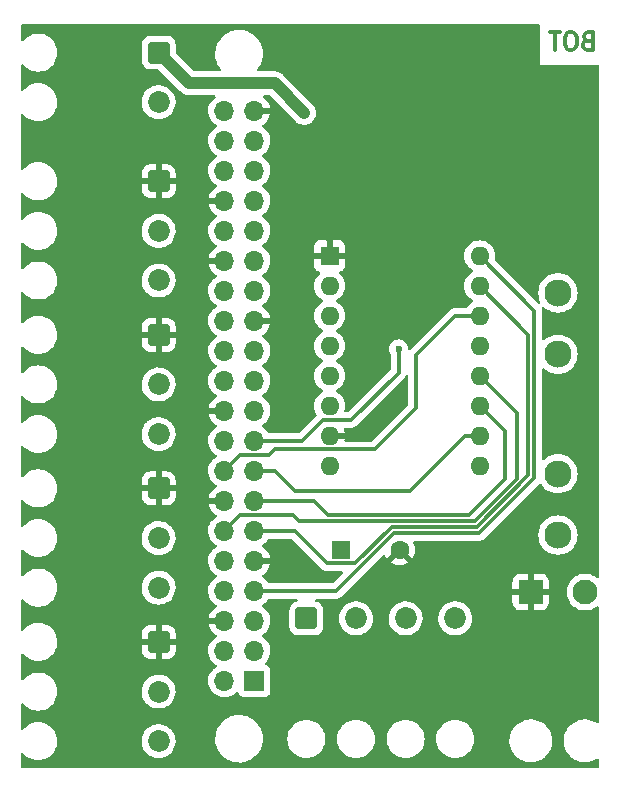
<source format=gbr>
%TF.GenerationSoftware,KiCad,Pcbnew,(6.0.7)*%
%TF.CreationDate,2022-09-20T18:51:32+02:00*%
%TF.ProjectId,postcardscanner,706f7374-6361-4726-9473-63616e6e6572,rev?*%
%TF.SameCoordinates,PX4d3f640PY2cd29c0*%
%TF.FileFunction,Copper,L2,Bot*%
%TF.FilePolarity,Positive*%
%FSLAX46Y46*%
G04 Gerber Fmt 4.6, Leading zero omitted, Abs format (unit mm)*
G04 Created by KiCad (PCBNEW (6.0.7)) date 2022-09-20 18:51:32*
%MOMM*%
%LPD*%
G01*
G04 APERTURE LIST*
G04 Aperture macros list*
%AMRoundRect*
0 Rectangle with rounded corners*
0 $1 Rounding radius*
0 $2 $3 $4 $5 $6 $7 $8 $9 X,Y pos of 4 corners*
0 Add a 4 corners polygon primitive as box body*
4,1,4,$2,$3,$4,$5,$6,$7,$8,$9,$2,$3,0*
0 Add four circle primitives for the rounded corners*
1,1,$1+$1,$2,$3*
1,1,$1+$1,$4,$5*
1,1,$1+$1,$6,$7*
1,1,$1+$1,$8,$9*
0 Add four rect primitives between the rounded corners*
20,1,$1+$1,$2,$3,$4,$5,0*
20,1,$1+$1,$4,$5,$6,$7,0*
20,1,$1+$1,$6,$7,$8,$9,0*
20,1,$1+$1,$8,$9,$2,$3,0*%
G04 Aperture macros list end*
%ADD10C,0.300000*%
%TA.AperFunction,NonConductor*%
%ADD11C,0.300000*%
%TD*%
%TA.AperFunction,ComponentPad*%
%ADD12R,1.700000X1.700000*%
%TD*%
%TA.AperFunction,ComponentPad*%
%ADD13O,1.700000X1.700000*%
%TD*%
%TA.AperFunction,ComponentPad*%
%ADD14C,1.850000*%
%TD*%
%TA.AperFunction,ComponentPad*%
%ADD15RoundRect,0.250000X-0.675000X0.675000X-0.675000X-0.675000X0.675000X-0.675000X0.675000X0.675000X0*%
%TD*%
%TA.AperFunction,ComponentPad*%
%ADD16RoundRect,0.250000X-0.675000X-0.675000X0.675000X-0.675000X0.675000X0.675000X-0.675000X0.675000X0*%
%TD*%
%TA.AperFunction,ComponentPad*%
%ADD17R,1.600000X1.600000*%
%TD*%
%TA.AperFunction,ComponentPad*%
%ADD18C,1.600000*%
%TD*%
%TA.AperFunction,ComponentPad*%
%ADD19RoundRect,0.250001X-0.799999X-0.799999X0.799999X-0.799999X0.799999X0.799999X-0.799999X0.799999X0*%
%TD*%
%TA.AperFunction,ComponentPad*%
%ADD20C,2.100000*%
%TD*%
%TA.AperFunction,ComponentPad*%
%ADD21O,1.600000X1.600000*%
%TD*%
%TA.AperFunction,ComponentPad*%
%ADD22C,2.300000*%
%TD*%
%TA.AperFunction,ViaPad*%
%ADD23C,0.600000*%
%TD*%
%TA.AperFunction,Conductor*%
%ADD24C,0.300000*%
%TD*%
%TA.AperFunction,Conductor*%
%ADD25C,1.000000*%
%TD*%
G04 APERTURE END LIST*
D10*
D11*
X48500000Y-1892857D02*
X48285714Y-1964285D01*
X48214285Y-2035714D01*
X48142857Y-2178571D01*
X48142857Y-2392857D01*
X48214285Y-2535714D01*
X48285714Y-2607142D01*
X48428571Y-2678571D01*
X49000000Y-2678571D01*
X49000000Y-1178571D01*
X48500000Y-1178571D01*
X48357142Y-1250000D01*
X48285714Y-1321428D01*
X48214285Y-1464285D01*
X48214285Y-1607142D01*
X48285714Y-1750000D01*
X48357142Y-1821428D01*
X48500000Y-1892857D01*
X49000000Y-1892857D01*
X47214285Y-1178571D02*
X46928571Y-1178571D01*
X46785714Y-1250000D01*
X46642857Y-1392857D01*
X46571428Y-1678571D01*
X46571428Y-2178571D01*
X46642857Y-2464285D01*
X46785714Y-2607142D01*
X46928571Y-2678571D01*
X47214285Y-2678571D01*
X47357142Y-2607142D01*
X47500000Y-2464285D01*
X47571428Y-2178571D01*
X47571428Y-1678571D01*
X47500000Y-1392857D01*
X47357142Y-1250000D01*
X47214285Y-1178571D01*
X46142857Y-1178571D02*
X45285714Y-1178571D01*
X45714285Y-2678571D02*
X45714285Y-1178571D01*
D12*
%TO.P,J1,1,3V3*%
%TO.N,+3.3V*%
X20290000Y-56100000D03*
D13*
%TO.P,J1,2,5V*%
%TO.N,unconnected-(J1-Pad2)*%
X17750000Y-56100000D03*
%TO.P,J1,3,SDA/GPIO2*%
%TO.N,unconnected-(J1-Pad3)*%
X20290000Y-53560000D03*
%TO.P,J1,4,5V*%
%TO.N,unconnected-(J1-Pad4)*%
X17750000Y-53560000D03*
%TO.P,J1,5,SCL/GPIO3*%
%TO.N,unconnected-(J1-Pad5)*%
X20290000Y-51020000D03*
%TO.P,J1,6,GND*%
%TO.N,GND*%
X17750000Y-51020000D03*
%TO.P,J1,7,GCLK0/GPIO4*%
%TO.N,/DIR*%
X20290000Y-48480000D03*
%TO.P,J1,8,GPIO14/TXD*%
%TO.N,unconnected-(J1-Pad8)*%
X17750000Y-48480000D03*
%TO.P,J1,9,GND*%
%TO.N,GND*%
X20290000Y-45940000D03*
%TO.P,J1,10,GPIO15/RXD*%
%TO.N,unconnected-(J1-Pad10)*%
X17750000Y-45940000D03*
%TO.P,J1,11,GPIO17*%
%TO.N,/STEP*%
X20290000Y-43400000D03*
%TO.P,J1,12,GPIO18/PWM0*%
%TO.N,/M2*%
X17750000Y-43400000D03*
%TO.P,J1,13,GPIO27*%
%TO.N,/M1*%
X20290000Y-40860000D03*
%TO.P,J1,14,GND*%
%TO.N,GND*%
X17750000Y-40860000D03*
%TO.P,J1,15,GPIO22*%
%TO.N,/M0*%
X20290000Y-38320000D03*
%TO.P,J1,16,GPIO23*%
%TO.N,/SLP*%
X17750000Y-38320000D03*
%TO.P,J1,17,3V3*%
%TO.N,+3.3V*%
X20290000Y-35780000D03*
%TO.P,J1,18,GPIO24*%
%TO.N,unconnected-(J1-Pad18)*%
X17750000Y-35780000D03*
%TO.P,J1,19,MOSI0/GPIO10*%
%TO.N,unconnected-(J1-Pad19)*%
X20290000Y-33240000D03*
%TO.P,J1,20,GND*%
%TO.N,GND*%
X17750000Y-33240000D03*
%TO.P,J1,21,MISO0/GPIO9*%
%TO.N,unconnected-(J1-Pad21)*%
X20290000Y-30700000D03*
%TO.P,J1,22,GPIO25*%
%TO.N,unconnected-(J1-Pad22)*%
X17750000Y-30700000D03*
%TO.P,J1,23,SCLK0/GPIO11*%
%TO.N,unconnected-(J1-Pad23)*%
X20290000Y-28160000D03*
%TO.P,J1,24,~{CE0}/GPIO8*%
%TO.N,unconnected-(J1-Pad24)*%
X17750000Y-28160000D03*
%TO.P,J1,25,GND*%
%TO.N,GND*%
X20290000Y-25620000D03*
%TO.P,J1,26,~{CE1}/GPIO7*%
%TO.N,unconnected-(J1-Pad26)*%
X17750000Y-25620000D03*
%TO.P,J1,27,ID_SD/GPIO0*%
%TO.N,unconnected-(J1-Pad27)*%
X20290000Y-23080000D03*
%TO.P,J1,28,ID_SC/GPIO1*%
%TO.N,unconnected-(J1-Pad28)*%
X17750000Y-23080000D03*
%TO.P,J1,29,GCLK1/GPIO5*%
%TO.N,unconnected-(J1-Pad29)*%
X20290000Y-20540000D03*
%TO.P,J1,30,GND*%
%TO.N,GND*%
X17750000Y-20540000D03*
%TO.P,J1,31,GCLK2/GPIO6*%
%TO.N,unconnected-(J1-Pad31)*%
X20290000Y-18000000D03*
%TO.P,J1,32,PWM0/GPIO12*%
%TO.N,/LED*%
X17750000Y-18000000D03*
%TO.P,J1,33,PWM1/GPIO13*%
%TO.N,unconnected-(J1-Pad33)*%
X20290000Y-15460000D03*
%TO.P,J1,34,GND*%
%TO.N,GND*%
X17750000Y-15460000D03*
%TO.P,J1,35,GPIO19/MISO1*%
%TO.N,/S2*%
X20290000Y-12920000D03*
%TO.P,J1,36,GPIO16*%
%TO.N,/S1*%
X17750000Y-12920000D03*
%TO.P,J1,37,GPIO26*%
%TO.N,unconnected-(J1-Pad37)*%
X20290000Y-10380000D03*
%TO.P,J1,38,GPIO20/MOSI1*%
%TO.N,/S3*%
X17750000Y-10380000D03*
%TO.P,J1,39,GND*%
%TO.N,GND*%
X20290000Y-7840000D03*
%TO.P,J1,40,GPIO21/SCLK1*%
%TO.N,/S4*%
X17750000Y-7840000D03*
%TD*%
D14*
%TO.P,J3,3,Pin_3*%
%TO.N,/S2*%
X12190000Y-35200000D03*
%TO.P,J3,2,Pin_2*%
%TO.N,+3.3V*%
X12190000Y-31000000D03*
D15*
%TO.P,J3,1,Pin_1*%
%TO.N,GND*%
X12190000Y-26800000D03*
%TD*%
%TO.P,J7,1,Pin_1*%
%TO.N,Net-(J7-Pad1)*%
X12190000Y-2900000D03*
D14*
%TO.P,J7,2,Pin_2*%
%TO.N,+12V*%
X12190000Y-7100000D03*
%TD*%
D15*
%TO.P,J4,1,Pin_1*%
%TO.N,GND*%
X12190000Y-39800000D03*
D14*
%TO.P,J4,2,Pin_2*%
%TO.N,+3.3V*%
X12190000Y-44000000D03*
%TO.P,J4,3,Pin_3*%
%TO.N,/S3*%
X12190000Y-48200000D03*
%TD*%
D16*
%TO.P,J6,1,Pin_1*%
%TO.N,Net-(A1-Pad3)*%
X24700000Y-50810000D03*
D14*
%TO.P,J6,2,Pin_2*%
%TO.N,Net-(A1-Pad4)*%
X28900000Y-50810000D03*
%TO.P,J6,3,Pin_3*%
%TO.N,Net-(A1-Pad5)*%
X33100000Y-50810000D03*
%TO.P,J6,4,Pin_4*%
%TO.N,Net-(A1-Pad6)*%
X37300000Y-50810000D03*
%TD*%
%TO.P,J5,3,Pin_3*%
%TO.N,/S4*%
X12190000Y-61200000D03*
%TO.P,J5,2,Pin_2*%
%TO.N,+3.3V*%
X12190000Y-57000000D03*
D15*
%TO.P,J5,1,Pin_1*%
%TO.N,GND*%
X12190000Y-52800000D03*
%TD*%
D17*
%TO.P,C1,1*%
%TO.N,+12V*%
X27597349Y-45000000D03*
D18*
%TO.P,C1,2*%
%TO.N,GND*%
X32597349Y-45000000D03*
%TD*%
D14*
%TO.P,J2,3,Pin_3*%
%TO.N,/S1*%
X12190000Y-22200000D03*
%TO.P,J2,2,Pin_2*%
%TO.N,+3.3V*%
X12190000Y-18000000D03*
D15*
%TO.P,J2,1,Pin_1*%
%TO.N,GND*%
X12190000Y-13800000D03*
%TD*%
D19*
%TO.P,J8,1,Pin_1*%
%TO.N,GND*%
X43700000Y-48575000D03*
D20*
%TO.P,J8,2,Pin_2*%
%TO.N,Net-(F1-Pad2)*%
X48300000Y-48575000D03*
%TD*%
D17*
%TO.P,A1,1,GND*%
%TO.N,GND*%
X26660000Y-20110000D03*
D21*
%TO.P,A1,2,~{FLT}*%
%TO.N,unconnected-(A1-Pad2)*%
X26660000Y-22650000D03*
%TO.P,A1,3,A2*%
%TO.N,Net-(A1-Pad3)*%
X26660000Y-25190000D03*
%TO.P,A1,4,A1*%
%TO.N,Net-(A1-Pad4)*%
X26660000Y-27730000D03*
%TO.P,A1,5,B1*%
%TO.N,Net-(A1-Pad5)*%
X26660000Y-30270000D03*
%TO.P,A1,6,B2*%
%TO.N,Net-(A1-Pad6)*%
X26660000Y-32810000D03*
%TO.P,A1,7,GND*%
%TO.N,GND*%
X26660000Y-35350000D03*
%TO.P,A1,8,VMOT*%
%TO.N,+12V*%
X26660000Y-37890000D03*
%TO.P,A1,9,~{EN}*%
%TO.N,unconnected-(A1-Pad9)*%
X39360000Y-37890000D03*
%TO.P,A1,10,M0*%
%TO.N,/M0*%
X39360000Y-35350000D03*
%TO.P,A1,11,M1*%
%TO.N,/M1*%
X39360000Y-32810000D03*
%TO.P,A1,12,M2*%
%TO.N,/M2*%
X39360000Y-30270000D03*
%TO.P,A1,13,~{RST}*%
%TO.N,Net-(A1-Pad13)*%
X39360000Y-27730000D03*
%TO.P,A1,14,~{SLP}*%
%TO.N,/SLP*%
X39360000Y-25190000D03*
%TO.P,A1,15,STEP*%
%TO.N,/STEP*%
X39360000Y-22650000D03*
%TO.P,A1,16,DIR*%
%TO.N,/DIR*%
X39360000Y-20110000D03*
%TD*%
D22*
%TO.P,F1,1*%
%TO.N,+12V*%
X46000000Y-23250000D03*
X46000000Y-28450000D03*
%TO.P,F1,2*%
%TO.N,Net-(F1-Pad2)*%
X46000000Y-43750000D03*
X46000000Y-38550000D03*
%TD*%
D23*
%TO.N,+3.3V*%
X32500000Y-28000000D03*
%TO.N,GND*%
X24500000Y-10000000D03*
%TO.N,Net-(J7-Pad1)*%
X24500000Y-8000000D03*
%TD*%
D24*
%TO.N,+3.3V*%
X32500000Y-30000000D02*
X32500000Y-28000000D01*
X26143654Y-34000000D02*
X28500000Y-34000000D01*
X24363654Y-35780000D02*
X26143654Y-34000000D01*
X20290000Y-35780000D02*
X24363654Y-35780000D01*
X28500000Y-34000000D02*
X32500000Y-30000000D01*
%TO.N,/SLP*%
X30500000Y-36500000D02*
X34000000Y-33000000D01*
X22070000Y-36500000D02*
X30500000Y-36500000D01*
X34000000Y-33000000D02*
X34000000Y-28500000D01*
X19070000Y-37000000D02*
X21570000Y-37000000D01*
X21570000Y-37000000D02*
X22070000Y-36500000D01*
X34000000Y-28500000D02*
X37310000Y-25190000D01*
X17750000Y-38320000D02*
X19070000Y-37000000D01*
X37310000Y-25190000D02*
X39360000Y-25190000D01*
%TO.N,/M0*%
X38150000Y-35350000D02*
X39360000Y-35350000D01*
X33500000Y-40000000D02*
X38150000Y-35350000D01*
X22070000Y-38320000D02*
X23750000Y-40000000D01*
X23750000Y-40000000D02*
X33500000Y-40000000D01*
X20290000Y-38320000D02*
X22070000Y-38320000D01*
%TO.N,/M1*%
X25360000Y-40860000D02*
X20290000Y-40860000D01*
X38440000Y-42060000D02*
X26560000Y-42060000D01*
X26560000Y-42060000D02*
X25360000Y-40860000D01*
X41500000Y-34950000D02*
X41500000Y-39000000D01*
X41500000Y-39000000D02*
X38440000Y-42060000D01*
X39360000Y-32810000D02*
X41500000Y-34950000D01*
%TO.N,/M2*%
X42500000Y-39000000D02*
X42500000Y-33410000D01*
X38940000Y-42560000D02*
X42500000Y-39000000D01*
X24060000Y-42560000D02*
X38940000Y-42560000D01*
X42500000Y-33410000D02*
X39360000Y-30270000D01*
X23560000Y-42060000D02*
X24060000Y-42560000D01*
X19090000Y-42060000D02*
X23560000Y-42060000D01*
X17750000Y-43400000D02*
X19090000Y-42060000D01*
%TO.N,/STEP*%
X26447349Y-46150000D02*
X23697349Y-43400000D01*
X39147106Y-43060000D02*
X31940000Y-43060000D01*
X43500000Y-38707106D02*
X39147106Y-43060000D01*
X43500000Y-26790000D02*
X43500000Y-38707106D01*
X31940000Y-43060000D02*
X28850000Y-46150000D01*
X23697349Y-43400000D02*
X20290000Y-43400000D01*
X39360000Y-22650000D02*
X43500000Y-26790000D01*
X28850000Y-46150000D02*
X26447349Y-46150000D01*
%TO.N,/DIR*%
X39354212Y-43560000D02*
X32147106Y-43560000D01*
X44000000Y-24750000D02*
X44000000Y-38914212D01*
X44000000Y-38914212D02*
X39354212Y-43560000D01*
X27227106Y-48480000D02*
X20290000Y-48480000D01*
X39360000Y-20110000D02*
X44000000Y-24750000D01*
X32147106Y-43560000D02*
X27227106Y-48480000D01*
D25*
%TO.N,Net-(J7-Pad1)*%
X14790000Y-5500000D02*
X12190000Y-2900000D01*
X22000000Y-5500000D02*
X14790000Y-5500000D01*
X24500000Y-8000000D02*
X22000000Y-5500000D01*
%TD*%
%TA.AperFunction,Conductor*%
%TO.N,GND*%
G36*
X44426478Y-528502D02*
G01*
X44472971Y-582158D01*
X44484357Y-634500D01*
X44484357Y-3941000D01*
X49365500Y-3941000D01*
X49433621Y-3961002D01*
X49480114Y-4014658D01*
X49491500Y-4067000D01*
X49491500Y-47269759D01*
X49471498Y-47337880D01*
X49417842Y-47384373D01*
X49347568Y-47394477D01*
X49283669Y-47365570D01*
X49222663Y-47313465D01*
X49222660Y-47313463D01*
X49218896Y-47310248D01*
X49214673Y-47307660D01*
X49214670Y-47307658D01*
X49123230Y-47251624D01*
X49009732Y-47182073D01*
X48810327Y-47099476D01*
X48787665Y-47090089D01*
X48787663Y-47090088D01*
X48783092Y-47088195D01*
X48700437Y-47068351D01*
X48549370Y-47032083D01*
X48549364Y-47032082D01*
X48544557Y-47030928D01*
X48300000Y-47011681D01*
X48055443Y-47030928D01*
X48050636Y-47032082D01*
X48050630Y-47032083D01*
X47899563Y-47068351D01*
X47816908Y-47088195D01*
X47812337Y-47090088D01*
X47812335Y-47090089D01*
X47789673Y-47099476D01*
X47590268Y-47182073D01*
X47476770Y-47251624D01*
X47385330Y-47307658D01*
X47385327Y-47307660D01*
X47381104Y-47310248D01*
X47377340Y-47313463D01*
X47377337Y-47313465D01*
X47221873Y-47446245D01*
X47194567Y-47469567D01*
X47191359Y-47473323D01*
X47045196Y-47644457D01*
X47035248Y-47656104D01*
X47032660Y-47660327D01*
X47032658Y-47660330D01*
X47009189Y-47698628D01*
X46907073Y-47865268D01*
X46813195Y-48091908D01*
X46812040Y-48096720D01*
X46758886Y-48318124D01*
X46755928Y-48330443D01*
X46736681Y-48575000D01*
X46755928Y-48819557D01*
X46757082Y-48824364D01*
X46757083Y-48824370D01*
X46783931Y-48936198D01*
X46813195Y-49058092D01*
X46815088Y-49062663D01*
X46815089Y-49062665D01*
X46832082Y-49103688D01*
X46907073Y-49284732D01*
X46983815Y-49409965D01*
X47029172Y-49483980D01*
X47035248Y-49493896D01*
X47038463Y-49497660D01*
X47038465Y-49497663D01*
X47183887Y-49667928D01*
X47194567Y-49680433D01*
X47198323Y-49683641D01*
X47366135Y-49826967D01*
X47381104Y-49839752D01*
X47385327Y-49842340D01*
X47385330Y-49842342D01*
X47454287Y-49884598D01*
X47590268Y-49967927D01*
X47715616Y-50019848D01*
X47812335Y-50059911D01*
X47812337Y-50059912D01*
X47816908Y-50061805D01*
X47898319Y-50081350D01*
X48050630Y-50117917D01*
X48050636Y-50117918D01*
X48055443Y-50119072D01*
X48300000Y-50138319D01*
X48544557Y-50119072D01*
X48549364Y-50117918D01*
X48549370Y-50117917D01*
X48701681Y-50081350D01*
X48783092Y-50061805D01*
X48787663Y-50059912D01*
X48787665Y-50059911D01*
X48884384Y-50019848D01*
X49009732Y-49967927D01*
X49145713Y-49884598D01*
X49214670Y-49842342D01*
X49214673Y-49842340D01*
X49218896Y-49839752D01*
X49249788Y-49813368D01*
X49283669Y-49784430D01*
X49348459Y-49755399D01*
X49418659Y-49766004D01*
X49471981Y-49812878D01*
X49491500Y-49880241D01*
X49491500Y-59558656D01*
X49471498Y-59626777D01*
X49417842Y-59673270D01*
X49347568Y-59683374D01*
X49300134Y-59666375D01*
X49127342Y-59561522D01*
X49127341Y-59561522D01*
X49123344Y-59559096D01*
X49119030Y-59557287D01*
X49119026Y-59557285D01*
X48879769Y-59456957D01*
X48875455Y-59455148D01*
X48614923Y-59388981D01*
X48391666Y-59366500D01*
X48231763Y-59366500D01*
X48229438Y-59366673D01*
X48229432Y-59366673D01*
X48036592Y-59381004D01*
X48036591Y-59381004D01*
X48031937Y-59381350D01*
X48027384Y-59382380D01*
X48027379Y-59382381D01*
X47774331Y-59439639D01*
X47774326Y-59439640D01*
X47769763Y-59440673D01*
X47519238Y-59538098D01*
X47285864Y-59671482D01*
X47282198Y-59674372D01*
X47282195Y-59674374D01*
X47224037Y-59720222D01*
X47074769Y-59837895D01*
X46890591Y-60033683D01*
X46790468Y-60178009D01*
X46742007Y-60247865D01*
X46737374Y-60254543D01*
X46735307Y-60258733D01*
X46735306Y-60258736D01*
X46630101Y-60472072D01*
X46618486Y-60495624D01*
X46617064Y-60500067D01*
X46617063Y-60500069D01*
X46609074Y-60525027D01*
X46536538Y-60751630D01*
X46535788Y-60756237D01*
X46535787Y-60756240D01*
X46508224Y-60925485D01*
X46493330Y-61016937D01*
X46493032Y-61039686D01*
X46490677Y-61219665D01*
X46489812Y-61285716D01*
X46526060Y-61552063D01*
X46527368Y-61556549D01*
X46527368Y-61556551D01*
X46547183Y-61624534D01*
X46601278Y-61810126D01*
X46713815Y-62054237D01*
X46716378Y-62058146D01*
X46858631Y-62275119D01*
X46858635Y-62275124D01*
X46861197Y-62279032D01*
X46894475Y-62316317D01*
X47013356Y-62449511D01*
X47040188Y-62479574D01*
X47109197Y-62536968D01*
X47229164Y-62636743D01*
X47246854Y-62651456D01*
X47476656Y-62790904D01*
X47480970Y-62792713D01*
X47480974Y-62792715D01*
X47530768Y-62813595D01*
X47724545Y-62894852D01*
X47985077Y-62961019D01*
X48208334Y-62983500D01*
X48368237Y-62983500D01*
X48370562Y-62983327D01*
X48370568Y-62983327D01*
X48563408Y-62968996D01*
X48563409Y-62968996D01*
X48568063Y-62968650D01*
X48572616Y-62967620D01*
X48572621Y-62967619D01*
X48825669Y-62910361D01*
X48825674Y-62910360D01*
X48830237Y-62909327D01*
X49080762Y-62811902D01*
X49219493Y-62732611D01*
X49302977Y-62684896D01*
X49372045Y-62668459D01*
X49439034Y-62691972D01*
X49482678Y-62747971D01*
X49491500Y-62794289D01*
X49491500Y-63365500D01*
X49471498Y-63433621D01*
X49417842Y-63480114D01*
X49365500Y-63491500D01*
X634500Y-63491500D01*
X566379Y-63471498D01*
X519886Y-63417842D01*
X508500Y-63365500D01*
X508500Y-62283643D01*
X528502Y-62215522D01*
X582158Y-62169029D01*
X652432Y-62158925D01*
X717012Y-62188419D01*
X730310Y-62201811D01*
X849102Y-62340898D01*
X1041624Y-62505328D01*
X1257498Y-62637616D01*
X1262068Y-62639509D01*
X1262072Y-62639511D01*
X1486836Y-62732611D01*
X1491409Y-62734505D01*
X1576032Y-62754821D01*
X1732784Y-62792454D01*
X1732790Y-62792455D01*
X1737597Y-62793609D01*
X1832485Y-62801077D01*
X1924345Y-62808307D01*
X1924352Y-62808307D01*
X1926801Y-62808500D01*
X2053199Y-62808500D01*
X2055648Y-62808307D01*
X2055655Y-62808307D01*
X2147515Y-62801077D01*
X2242403Y-62793609D01*
X2247210Y-62792455D01*
X2247216Y-62792454D01*
X2403968Y-62754821D01*
X2488591Y-62734505D01*
X2493164Y-62732611D01*
X2717928Y-62639511D01*
X2717932Y-62639509D01*
X2722502Y-62637616D01*
X2938376Y-62505328D01*
X3130898Y-62340898D01*
X3295328Y-62148376D01*
X3427616Y-61932502D01*
X3430973Y-61924399D01*
X3522611Y-61703164D01*
X3522612Y-61703162D01*
X3524505Y-61698591D01*
X3548566Y-61598370D01*
X3582454Y-61457216D01*
X3582455Y-61457210D01*
X3583609Y-61452403D01*
X3603474Y-61200000D01*
X3600708Y-61164856D01*
X10752016Y-61164856D01*
X10752313Y-61170008D01*
X10752313Y-61170012D01*
X10765288Y-61395029D01*
X10765289Y-61395035D01*
X10765586Y-61400188D01*
X10796441Y-61537104D01*
X10811251Y-61602821D01*
X10817408Y-61630144D01*
X10819352Y-61634930D01*
X10819353Y-61634935D01*
X10890491Y-61810126D01*
X10906093Y-61848548D01*
X11029258Y-62049535D01*
X11183595Y-62227707D01*
X11364960Y-62378279D01*
X11369412Y-62380881D01*
X11369417Y-62380884D01*
X11497619Y-62455799D01*
X11568482Y-62497208D01*
X11788696Y-62581299D01*
X11793762Y-62582330D01*
X11793763Y-62582330D01*
X11892677Y-62602454D01*
X12019686Y-62628294D01*
X12152389Y-62633160D01*
X12250087Y-62636743D01*
X12250091Y-62636743D01*
X12255251Y-62636932D01*
X12260371Y-62636276D01*
X12260373Y-62636276D01*
X12340971Y-62625951D01*
X12489063Y-62606980D01*
X12494012Y-62605495D01*
X12494018Y-62605494D01*
X12625465Y-62566058D01*
X12714844Y-62539243D01*
X12926529Y-62435539D01*
X12930732Y-62432541D01*
X12930737Y-62432538D01*
X13114231Y-62301653D01*
X13114233Y-62301651D01*
X13118435Y-62298654D01*
X13285407Y-62132264D01*
X13311856Y-62095457D01*
X13419943Y-61945037D01*
X13422961Y-61940837D01*
X13427081Y-61932502D01*
X13525109Y-61734157D01*
X13525110Y-61734155D01*
X13527403Y-61729515D01*
X13595928Y-61503972D01*
X13603367Y-61447469D01*
X13626259Y-61273587D01*
X13626259Y-61273583D01*
X13626696Y-61270266D01*
X13627239Y-61248032D01*
X13628331Y-61203365D01*
X13628331Y-61203361D01*
X13628413Y-61200000D01*
X13613747Y-61021613D01*
X13610237Y-60978918D01*
X16986917Y-60978918D01*
X16987334Y-60986156D01*
X17002682Y-61252320D01*
X17055405Y-61521053D01*
X17056792Y-61525103D01*
X17056793Y-61525108D01*
X17128367Y-61734157D01*
X17144112Y-61780144D01*
X17181447Y-61854376D01*
X17242837Y-61976437D01*
X17267160Y-62024799D01*
X17269586Y-62028328D01*
X17269589Y-62028334D01*
X17408885Y-62231009D01*
X17422274Y-62250490D01*
X17425161Y-62253663D01*
X17425162Y-62253664D01*
X17535550Y-62374979D01*
X17606582Y-62453043D01*
X17609877Y-62455798D01*
X17609878Y-62455799D01*
X17672203Y-62507910D01*
X17816675Y-62628707D01*
X17820316Y-62630991D01*
X18045024Y-62771951D01*
X18045028Y-62771953D01*
X18048664Y-62774234D01*
X18126951Y-62809582D01*
X18294345Y-62885164D01*
X18294349Y-62885166D01*
X18298257Y-62886930D01*
X18328887Y-62896003D01*
X18556723Y-62963491D01*
X18556727Y-62963492D01*
X18560836Y-62964709D01*
X18565070Y-62965357D01*
X18565075Y-62965358D01*
X18827298Y-63005483D01*
X18827300Y-63005483D01*
X18831540Y-63006132D01*
X18970912Y-63008322D01*
X19101071Y-63010367D01*
X19101077Y-63010367D01*
X19105362Y-63010434D01*
X19377235Y-62977534D01*
X19642127Y-62908041D01*
X19646087Y-62906401D01*
X19646092Y-62906399D01*
X19870139Y-62813595D01*
X19895136Y-62803241D01*
X20131582Y-62665073D01*
X20347089Y-62496094D01*
X20388809Y-62453043D01*
X20518003Y-62319725D01*
X20537669Y-62299431D01*
X20540202Y-62295983D01*
X20540206Y-62295978D01*
X20697257Y-62082178D01*
X20699795Y-62078723D01*
X20701841Y-62074955D01*
X20828418Y-61841830D01*
X20828419Y-61841828D01*
X20830468Y-61838054D01*
X20907220Y-61634935D01*
X20925751Y-61585895D01*
X20925752Y-61585891D01*
X20927269Y-61581877D01*
X20970063Y-61395029D01*
X20987449Y-61319117D01*
X20987450Y-61319113D01*
X20988407Y-61314933D01*
X20992394Y-61270266D01*
X21012531Y-61044627D01*
X21012531Y-61044625D01*
X21012751Y-61042161D01*
X21013037Y-61014930D01*
X21013088Y-61010000D01*
X23086526Y-61010000D01*
X23106391Y-61262403D01*
X23107545Y-61267210D01*
X23107546Y-61267216D01*
X23122232Y-61328387D01*
X23165495Y-61508591D01*
X23167388Y-61513162D01*
X23167389Y-61513164D01*
X23257005Y-61729515D01*
X23262384Y-61742502D01*
X23394672Y-61958376D01*
X23559102Y-62150898D01*
X23751624Y-62315328D01*
X23967498Y-62447616D01*
X23972068Y-62449509D01*
X23972072Y-62449511D01*
X24196836Y-62542611D01*
X24201409Y-62544505D01*
X24286032Y-62564821D01*
X24442784Y-62602454D01*
X24442790Y-62602455D01*
X24447597Y-62603609D01*
X24547416Y-62611465D01*
X24634345Y-62618307D01*
X24634352Y-62618307D01*
X24636801Y-62618500D01*
X24763199Y-62618500D01*
X24765648Y-62618307D01*
X24765655Y-62618307D01*
X24852584Y-62611465D01*
X24952403Y-62603609D01*
X24957210Y-62602455D01*
X24957216Y-62602454D01*
X25113968Y-62564821D01*
X25198591Y-62544505D01*
X25203164Y-62542611D01*
X25427928Y-62449511D01*
X25427932Y-62449509D01*
X25432502Y-62447616D01*
X25648376Y-62315328D01*
X25840898Y-62150898D01*
X26005328Y-61958376D01*
X26137616Y-61742502D01*
X26142996Y-61729515D01*
X26232611Y-61513164D01*
X26232612Y-61513162D01*
X26234505Y-61508591D01*
X26277768Y-61328387D01*
X26292454Y-61267216D01*
X26292455Y-61267210D01*
X26293609Y-61262403D01*
X26313474Y-61010000D01*
X27286526Y-61010000D01*
X27306391Y-61262403D01*
X27307545Y-61267210D01*
X27307546Y-61267216D01*
X27322232Y-61328387D01*
X27365495Y-61508591D01*
X27367388Y-61513162D01*
X27367389Y-61513164D01*
X27457005Y-61729515D01*
X27462384Y-61742502D01*
X27594672Y-61958376D01*
X27759102Y-62150898D01*
X27951624Y-62315328D01*
X28167498Y-62447616D01*
X28172068Y-62449509D01*
X28172072Y-62449511D01*
X28396836Y-62542611D01*
X28401409Y-62544505D01*
X28486032Y-62564821D01*
X28642784Y-62602454D01*
X28642790Y-62602455D01*
X28647597Y-62603609D01*
X28747416Y-62611465D01*
X28834345Y-62618307D01*
X28834352Y-62618307D01*
X28836801Y-62618500D01*
X28963199Y-62618500D01*
X28965648Y-62618307D01*
X28965655Y-62618307D01*
X29052584Y-62611465D01*
X29152403Y-62603609D01*
X29157210Y-62602455D01*
X29157216Y-62602454D01*
X29313968Y-62564821D01*
X29398591Y-62544505D01*
X29403164Y-62542611D01*
X29627928Y-62449511D01*
X29627932Y-62449509D01*
X29632502Y-62447616D01*
X29848376Y-62315328D01*
X30040898Y-62150898D01*
X30205328Y-61958376D01*
X30337616Y-61742502D01*
X30342996Y-61729515D01*
X30432611Y-61513164D01*
X30432612Y-61513162D01*
X30434505Y-61508591D01*
X30477768Y-61328387D01*
X30492454Y-61267216D01*
X30492455Y-61267210D01*
X30493609Y-61262403D01*
X30513474Y-61010000D01*
X31486526Y-61010000D01*
X31506391Y-61262403D01*
X31507545Y-61267210D01*
X31507546Y-61267216D01*
X31522232Y-61328387D01*
X31565495Y-61508591D01*
X31567388Y-61513162D01*
X31567389Y-61513164D01*
X31657005Y-61729515D01*
X31662384Y-61742502D01*
X31794672Y-61958376D01*
X31959102Y-62150898D01*
X32151624Y-62315328D01*
X32367498Y-62447616D01*
X32372068Y-62449509D01*
X32372072Y-62449511D01*
X32596836Y-62542611D01*
X32601409Y-62544505D01*
X32686032Y-62564821D01*
X32842784Y-62602454D01*
X32842790Y-62602455D01*
X32847597Y-62603609D01*
X32947416Y-62611465D01*
X33034345Y-62618307D01*
X33034352Y-62618307D01*
X33036801Y-62618500D01*
X33163199Y-62618500D01*
X33165648Y-62618307D01*
X33165655Y-62618307D01*
X33252584Y-62611465D01*
X33352403Y-62603609D01*
X33357210Y-62602455D01*
X33357216Y-62602454D01*
X33513968Y-62564821D01*
X33598591Y-62544505D01*
X33603164Y-62542611D01*
X33827928Y-62449511D01*
X33827932Y-62449509D01*
X33832502Y-62447616D01*
X34048376Y-62315328D01*
X34240898Y-62150898D01*
X34405328Y-61958376D01*
X34537616Y-61742502D01*
X34542996Y-61729515D01*
X34632611Y-61513164D01*
X34632612Y-61513162D01*
X34634505Y-61508591D01*
X34677768Y-61328387D01*
X34692454Y-61267216D01*
X34692455Y-61267210D01*
X34693609Y-61262403D01*
X34713474Y-61010000D01*
X35686526Y-61010000D01*
X35706391Y-61262403D01*
X35707545Y-61267210D01*
X35707546Y-61267216D01*
X35722232Y-61328387D01*
X35765495Y-61508591D01*
X35767388Y-61513162D01*
X35767389Y-61513164D01*
X35857005Y-61729515D01*
X35862384Y-61742502D01*
X35994672Y-61958376D01*
X36159102Y-62150898D01*
X36351624Y-62315328D01*
X36567498Y-62447616D01*
X36572068Y-62449509D01*
X36572072Y-62449511D01*
X36796836Y-62542611D01*
X36801409Y-62544505D01*
X36886032Y-62564821D01*
X37042784Y-62602454D01*
X37042790Y-62602455D01*
X37047597Y-62603609D01*
X37147416Y-62611465D01*
X37234345Y-62618307D01*
X37234352Y-62618307D01*
X37236801Y-62618500D01*
X37363199Y-62618500D01*
X37365648Y-62618307D01*
X37365655Y-62618307D01*
X37452584Y-62611465D01*
X37552403Y-62603609D01*
X37557210Y-62602455D01*
X37557216Y-62602454D01*
X37713968Y-62564821D01*
X37798591Y-62544505D01*
X37803164Y-62542611D01*
X38027928Y-62449511D01*
X38027932Y-62449509D01*
X38032502Y-62447616D01*
X38248376Y-62315328D01*
X38440898Y-62150898D01*
X38605328Y-61958376D01*
X38737616Y-61742502D01*
X38742996Y-61729515D01*
X38832611Y-61513164D01*
X38832612Y-61513162D01*
X38834505Y-61508591D01*
X38877768Y-61328387D01*
X38888012Y-61285716D01*
X41889812Y-61285716D01*
X41926060Y-61552063D01*
X41927368Y-61556549D01*
X41927368Y-61556551D01*
X41947183Y-61624534D01*
X42001278Y-61810126D01*
X42113815Y-62054237D01*
X42116378Y-62058146D01*
X42258631Y-62275119D01*
X42258635Y-62275124D01*
X42261197Y-62279032D01*
X42294475Y-62316317D01*
X42413356Y-62449511D01*
X42440188Y-62479574D01*
X42509197Y-62536968D01*
X42629164Y-62636743D01*
X42646854Y-62651456D01*
X42876656Y-62790904D01*
X42880970Y-62792713D01*
X42880974Y-62792715D01*
X42930768Y-62813595D01*
X43124545Y-62894852D01*
X43385077Y-62961019D01*
X43608334Y-62983500D01*
X43768237Y-62983500D01*
X43770562Y-62983327D01*
X43770568Y-62983327D01*
X43963408Y-62968996D01*
X43963409Y-62968996D01*
X43968063Y-62968650D01*
X43972616Y-62967620D01*
X43972621Y-62967619D01*
X44225669Y-62910361D01*
X44225674Y-62910360D01*
X44230237Y-62909327D01*
X44480762Y-62811902D01*
X44714136Y-62678518D01*
X44734552Y-62662424D01*
X44810623Y-62602454D01*
X44925231Y-62512105D01*
X45109409Y-62316317D01*
X45218596Y-62158925D01*
X45259961Y-62099299D01*
X45259963Y-62099296D01*
X45262626Y-62095457D01*
X45264694Y-62091264D01*
X45379449Y-61858564D01*
X45379450Y-61858561D01*
X45381514Y-61854376D01*
X45404050Y-61783975D01*
X45462037Y-61602821D01*
X45463462Y-61598370D01*
X45475394Y-61525108D01*
X45505919Y-61337674D01*
X45506670Y-61333063D01*
X45510188Y-61064284D01*
X45473940Y-60797937D01*
X45459146Y-60747179D01*
X45444472Y-60696836D01*
X45398722Y-60539874D01*
X45391878Y-60525027D01*
X45288142Y-60300009D01*
X45286185Y-60295763D01*
X45208564Y-60177371D01*
X45141369Y-60074881D01*
X45141365Y-60074876D01*
X45138803Y-60070968D01*
X45018033Y-59935657D01*
X44962929Y-59873918D01*
X44962927Y-59873916D01*
X44959812Y-59870426D01*
X44753146Y-59698544D01*
X44523344Y-59559096D01*
X44519030Y-59557287D01*
X44519026Y-59557285D01*
X44279769Y-59456957D01*
X44275455Y-59455148D01*
X44014923Y-59388981D01*
X43791666Y-59366500D01*
X43631763Y-59366500D01*
X43629438Y-59366673D01*
X43629432Y-59366673D01*
X43436592Y-59381004D01*
X43436591Y-59381004D01*
X43431937Y-59381350D01*
X43427384Y-59382380D01*
X43427379Y-59382381D01*
X43174331Y-59439639D01*
X43174326Y-59439640D01*
X43169763Y-59440673D01*
X42919238Y-59538098D01*
X42685864Y-59671482D01*
X42682198Y-59674372D01*
X42682195Y-59674374D01*
X42624037Y-59720222D01*
X42474769Y-59837895D01*
X42290591Y-60033683D01*
X42190468Y-60178009D01*
X42142007Y-60247865D01*
X42137374Y-60254543D01*
X42135307Y-60258733D01*
X42135306Y-60258736D01*
X42030101Y-60472072D01*
X42018486Y-60495624D01*
X42017064Y-60500067D01*
X42017063Y-60500069D01*
X42009074Y-60525027D01*
X41936538Y-60751630D01*
X41935788Y-60756237D01*
X41935787Y-60756240D01*
X41908224Y-60925485D01*
X41893330Y-61016937D01*
X41893032Y-61039686D01*
X41890677Y-61219665D01*
X41889812Y-61285716D01*
X38888012Y-61285716D01*
X38892454Y-61267216D01*
X38892455Y-61267210D01*
X38893609Y-61262403D01*
X38913474Y-61010000D01*
X38893609Y-60757597D01*
X38892177Y-60751630D01*
X38835660Y-60516221D01*
X38834505Y-60511409D01*
X38826232Y-60491436D01*
X38739511Y-60282072D01*
X38739509Y-60282068D01*
X38737616Y-60277498D01*
X38605328Y-60061624D01*
X38455560Y-59886269D01*
X38444106Y-59872858D01*
X38440898Y-59869102D01*
X38248376Y-59704672D01*
X38032502Y-59572384D01*
X38027932Y-59570491D01*
X38027928Y-59570489D01*
X37803164Y-59477389D01*
X37803162Y-59477388D01*
X37798591Y-59475495D01*
X37709045Y-59453997D01*
X37557216Y-59417546D01*
X37557210Y-59417545D01*
X37552403Y-59416391D01*
X37452584Y-59408535D01*
X37365655Y-59401693D01*
X37365648Y-59401693D01*
X37363199Y-59401500D01*
X37236801Y-59401500D01*
X37234352Y-59401693D01*
X37234345Y-59401693D01*
X37147416Y-59408535D01*
X37047597Y-59416391D01*
X37042790Y-59417545D01*
X37042784Y-59417546D01*
X36890955Y-59453997D01*
X36801409Y-59475495D01*
X36796838Y-59477388D01*
X36796836Y-59477389D01*
X36572072Y-59570489D01*
X36572068Y-59570491D01*
X36567498Y-59572384D01*
X36351624Y-59704672D01*
X36159102Y-59869102D01*
X36155894Y-59872858D01*
X36144440Y-59886269D01*
X35994672Y-60061624D01*
X35862384Y-60277498D01*
X35860491Y-60282068D01*
X35860489Y-60282072D01*
X35773768Y-60491436D01*
X35765495Y-60511409D01*
X35764340Y-60516221D01*
X35707824Y-60751630D01*
X35706391Y-60757597D01*
X35686526Y-61010000D01*
X34713474Y-61010000D01*
X34693609Y-60757597D01*
X34692177Y-60751630D01*
X34635660Y-60516221D01*
X34634505Y-60511409D01*
X34626232Y-60491436D01*
X34539511Y-60282072D01*
X34539509Y-60282068D01*
X34537616Y-60277498D01*
X34405328Y-60061624D01*
X34255560Y-59886269D01*
X34244106Y-59872858D01*
X34240898Y-59869102D01*
X34048376Y-59704672D01*
X33832502Y-59572384D01*
X33827932Y-59570491D01*
X33827928Y-59570489D01*
X33603164Y-59477389D01*
X33603162Y-59477388D01*
X33598591Y-59475495D01*
X33509045Y-59453997D01*
X33357216Y-59417546D01*
X33357210Y-59417545D01*
X33352403Y-59416391D01*
X33252584Y-59408535D01*
X33165655Y-59401693D01*
X33165648Y-59401693D01*
X33163199Y-59401500D01*
X33036801Y-59401500D01*
X33034352Y-59401693D01*
X33034345Y-59401693D01*
X32947416Y-59408535D01*
X32847597Y-59416391D01*
X32842790Y-59417545D01*
X32842784Y-59417546D01*
X32690955Y-59453997D01*
X32601409Y-59475495D01*
X32596838Y-59477388D01*
X32596836Y-59477389D01*
X32372072Y-59570489D01*
X32372068Y-59570491D01*
X32367498Y-59572384D01*
X32151624Y-59704672D01*
X31959102Y-59869102D01*
X31955894Y-59872858D01*
X31944440Y-59886269D01*
X31794672Y-60061624D01*
X31662384Y-60277498D01*
X31660491Y-60282068D01*
X31660489Y-60282072D01*
X31573768Y-60491436D01*
X31565495Y-60511409D01*
X31564340Y-60516221D01*
X31507824Y-60751630D01*
X31506391Y-60757597D01*
X31486526Y-61010000D01*
X30513474Y-61010000D01*
X30493609Y-60757597D01*
X30492177Y-60751630D01*
X30435660Y-60516221D01*
X30434505Y-60511409D01*
X30426232Y-60491436D01*
X30339511Y-60282072D01*
X30339509Y-60282068D01*
X30337616Y-60277498D01*
X30205328Y-60061624D01*
X30055560Y-59886269D01*
X30044106Y-59872858D01*
X30040898Y-59869102D01*
X29848376Y-59704672D01*
X29632502Y-59572384D01*
X29627932Y-59570491D01*
X29627928Y-59570489D01*
X29403164Y-59477389D01*
X29403162Y-59477388D01*
X29398591Y-59475495D01*
X29309045Y-59453997D01*
X29157216Y-59417546D01*
X29157210Y-59417545D01*
X29152403Y-59416391D01*
X29052584Y-59408535D01*
X28965655Y-59401693D01*
X28965648Y-59401693D01*
X28963199Y-59401500D01*
X28836801Y-59401500D01*
X28834352Y-59401693D01*
X28834345Y-59401693D01*
X28747416Y-59408535D01*
X28647597Y-59416391D01*
X28642790Y-59417545D01*
X28642784Y-59417546D01*
X28490955Y-59453997D01*
X28401409Y-59475495D01*
X28396838Y-59477388D01*
X28396836Y-59477389D01*
X28172072Y-59570489D01*
X28172068Y-59570491D01*
X28167498Y-59572384D01*
X27951624Y-59704672D01*
X27759102Y-59869102D01*
X27755894Y-59872858D01*
X27744440Y-59886269D01*
X27594672Y-60061624D01*
X27462384Y-60277498D01*
X27460491Y-60282068D01*
X27460489Y-60282072D01*
X27373768Y-60491436D01*
X27365495Y-60511409D01*
X27364340Y-60516221D01*
X27307824Y-60751630D01*
X27306391Y-60757597D01*
X27286526Y-61010000D01*
X26313474Y-61010000D01*
X26293609Y-60757597D01*
X26292177Y-60751630D01*
X26235660Y-60516221D01*
X26234505Y-60511409D01*
X26226232Y-60491436D01*
X26139511Y-60282072D01*
X26139509Y-60282068D01*
X26137616Y-60277498D01*
X26005328Y-60061624D01*
X25855560Y-59886269D01*
X25844106Y-59872858D01*
X25840898Y-59869102D01*
X25648376Y-59704672D01*
X25432502Y-59572384D01*
X25427932Y-59570491D01*
X25427928Y-59570489D01*
X25203164Y-59477389D01*
X25203162Y-59477388D01*
X25198591Y-59475495D01*
X25109045Y-59453997D01*
X24957216Y-59417546D01*
X24957210Y-59417545D01*
X24952403Y-59416391D01*
X24852584Y-59408535D01*
X24765655Y-59401693D01*
X24765648Y-59401693D01*
X24763199Y-59401500D01*
X24636801Y-59401500D01*
X24634352Y-59401693D01*
X24634345Y-59401693D01*
X24547416Y-59408535D01*
X24447597Y-59416391D01*
X24442790Y-59417545D01*
X24442784Y-59417546D01*
X24290955Y-59453997D01*
X24201409Y-59475495D01*
X24196838Y-59477388D01*
X24196836Y-59477389D01*
X23972072Y-59570489D01*
X23972068Y-59570491D01*
X23967498Y-59572384D01*
X23751624Y-59704672D01*
X23559102Y-59869102D01*
X23555894Y-59872858D01*
X23544440Y-59886269D01*
X23394672Y-60061624D01*
X23262384Y-60277498D01*
X23260491Y-60282068D01*
X23260489Y-60282072D01*
X23173768Y-60491436D01*
X23165495Y-60511409D01*
X23164340Y-60516221D01*
X23107824Y-60751630D01*
X23106391Y-60757597D01*
X23086526Y-61010000D01*
X21013088Y-61010000D01*
X21013167Y-61002484D01*
X21013167Y-61002483D01*
X21013193Y-61000000D01*
X21009621Y-60947597D01*
X20994859Y-60731055D01*
X20994858Y-60731049D01*
X20994567Y-60726778D01*
X20939032Y-60458612D01*
X20847617Y-60200465D01*
X20736887Y-59985930D01*
X20723978Y-59960919D01*
X20723978Y-59960918D01*
X20722013Y-59957112D01*
X20712040Y-59942921D01*
X20617497Y-59808401D01*
X20564545Y-59733057D01*
X20378125Y-59532445D01*
X20374810Y-59529731D01*
X20374806Y-59529728D01*
X20194783Y-59382381D01*
X20166205Y-59358990D01*
X19932704Y-59215901D01*
X19928768Y-59214173D01*
X19685873Y-59107549D01*
X19685869Y-59107548D01*
X19681945Y-59105825D01*
X19418566Y-59030800D01*
X19414324Y-59030196D01*
X19414318Y-59030195D01*
X19213834Y-59001662D01*
X19147443Y-58992213D01*
X19003589Y-58991460D01*
X18877877Y-58990802D01*
X18877871Y-58990802D01*
X18873591Y-58990780D01*
X18869347Y-58991339D01*
X18869343Y-58991339D01*
X18750302Y-59007011D01*
X18602078Y-59026525D01*
X18597938Y-59027658D01*
X18597936Y-59027658D01*
X18525008Y-59047609D01*
X18337928Y-59098788D01*
X18333980Y-59100472D01*
X18089982Y-59204546D01*
X18089978Y-59204548D01*
X18086030Y-59206232D01*
X18066125Y-59218145D01*
X17854725Y-59344664D01*
X17854721Y-59344667D01*
X17851043Y-59346868D01*
X17637318Y-59518094D01*
X17553527Y-59606391D01*
X17468377Y-59696121D01*
X17448808Y-59716742D01*
X17289002Y-59939136D01*
X17160857Y-60181161D01*
X17159385Y-60185184D01*
X17159383Y-60185188D01*
X17119279Y-60294777D01*
X17066743Y-60438337D01*
X17008404Y-60705907D01*
X16986917Y-60978918D01*
X13610237Y-60978918D01*
X13609522Y-60970221D01*
X13609521Y-60970215D01*
X13609098Y-60965070D01*
X13551673Y-60736449D01*
X13457678Y-60520277D01*
X13329640Y-60322359D01*
X13305440Y-60295763D01*
X13174473Y-60151833D01*
X13174471Y-60151832D01*
X13170995Y-60148011D01*
X13166944Y-60144812D01*
X13166940Y-60144808D01*
X12990061Y-60005117D01*
X12990057Y-60005115D01*
X12986006Y-60001915D01*
X12779639Y-59887995D01*
X12774770Y-59886271D01*
X12774766Y-59886269D01*
X12562311Y-59811035D01*
X12562307Y-59811034D01*
X12557436Y-59809309D01*
X12552343Y-59808402D01*
X12552340Y-59808401D01*
X12330456Y-59768877D01*
X12330450Y-59768876D01*
X12325367Y-59767971D01*
X12234523Y-59766861D01*
X12094830Y-59765154D01*
X12094828Y-59765154D01*
X12089661Y-59765091D01*
X11856651Y-59800747D01*
X11632593Y-59873980D01*
X11423504Y-59982825D01*
X11419371Y-59985928D01*
X11419368Y-59985930D01*
X11245656Y-60116357D01*
X11235000Y-60124358D01*
X11072143Y-60294777D01*
X10939307Y-60489508D01*
X10937133Y-60494192D01*
X10937131Y-60494195D01*
X10877728Y-60622169D01*
X10840059Y-60703319D01*
X10777065Y-60930468D01*
X10776516Y-60935605D01*
X10766676Y-61027684D01*
X10752016Y-61164856D01*
X3600708Y-61164856D01*
X3583609Y-60947597D01*
X3578301Y-60925485D01*
X3531622Y-60731055D01*
X3524505Y-60701409D01*
X3455833Y-60535620D01*
X3429511Y-60472072D01*
X3429509Y-60472068D01*
X3427616Y-60467498D01*
X3295328Y-60251624D01*
X3130898Y-60059102D01*
X2938376Y-59894672D01*
X2722502Y-59762384D01*
X2717932Y-59760491D01*
X2717928Y-59760489D01*
X2493164Y-59667389D01*
X2493162Y-59667388D01*
X2488591Y-59665495D01*
X2403968Y-59645179D01*
X2247216Y-59607546D01*
X2247210Y-59607545D01*
X2242403Y-59606391D01*
X2142584Y-59598535D01*
X2055655Y-59591693D01*
X2055648Y-59591693D01*
X2053199Y-59591500D01*
X1926801Y-59591500D01*
X1924352Y-59591693D01*
X1924345Y-59591693D01*
X1837416Y-59598535D01*
X1737597Y-59606391D01*
X1732790Y-59607545D01*
X1732784Y-59607546D01*
X1576032Y-59645179D01*
X1491409Y-59665495D01*
X1486838Y-59667388D01*
X1486836Y-59667389D01*
X1262072Y-59760489D01*
X1262068Y-59760491D01*
X1257498Y-59762384D01*
X1041624Y-59894672D01*
X849102Y-60059102D01*
X747546Y-60178009D01*
X730311Y-60198188D01*
X670860Y-60236997D01*
X599866Y-60237503D01*
X539867Y-60199547D01*
X509914Y-60135179D01*
X508500Y-60116357D01*
X508500Y-58083643D01*
X528502Y-58015522D01*
X582158Y-57969029D01*
X652432Y-57958925D01*
X717012Y-57988419D01*
X730310Y-58001811D01*
X849102Y-58140898D01*
X1041624Y-58305328D01*
X1257498Y-58437616D01*
X1262068Y-58439509D01*
X1262072Y-58439511D01*
X1486836Y-58532611D01*
X1491409Y-58534505D01*
X1576032Y-58554821D01*
X1732784Y-58592454D01*
X1732790Y-58592455D01*
X1737597Y-58593609D01*
X1837416Y-58601465D01*
X1924345Y-58608307D01*
X1924352Y-58608307D01*
X1926801Y-58608500D01*
X2053199Y-58608500D01*
X2055648Y-58608307D01*
X2055655Y-58608307D01*
X2142584Y-58601465D01*
X2242403Y-58593609D01*
X2247210Y-58592455D01*
X2247216Y-58592454D01*
X2403968Y-58554821D01*
X2488591Y-58534505D01*
X2493164Y-58532611D01*
X2717928Y-58439511D01*
X2717932Y-58439509D01*
X2722502Y-58437616D01*
X2938376Y-58305328D01*
X3130898Y-58140898D01*
X3295328Y-57948376D01*
X3427616Y-57732502D01*
X3524505Y-57498591D01*
X3567707Y-57318642D01*
X3582454Y-57257216D01*
X3582455Y-57257210D01*
X3583609Y-57252403D01*
X3603474Y-57000000D01*
X3600708Y-56964856D01*
X10752016Y-56964856D01*
X10752313Y-56970008D01*
X10752313Y-56970012D01*
X10765288Y-57195029D01*
X10765289Y-57195035D01*
X10765586Y-57200188D01*
X10817408Y-57430144D01*
X10819352Y-57434930D01*
X10819353Y-57434935D01*
X10859643Y-57534157D01*
X10906093Y-57648548D01*
X11029258Y-57849535D01*
X11183595Y-58027707D01*
X11364960Y-58178279D01*
X11369412Y-58180881D01*
X11369417Y-58180884D01*
X11564024Y-58294603D01*
X11568482Y-58297208D01*
X11788696Y-58381299D01*
X11793762Y-58382330D01*
X11793763Y-58382330D01*
X11896611Y-58403254D01*
X12019686Y-58428294D01*
X12152389Y-58433160D01*
X12250087Y-58436743D01*
X12250091Y-58436743D01*
X12255251Y-58436932D01*
X12260371Y-58436276D01*
X12260373Y-58436276D01*
X12333235Y-58426942D01*
X12489063Y-58406980D01*
X12494012Y-58405495D01*
X12494018Y-58405494D01*
X12625465Y-58366058D01*
X12714844Y-58339243D01*
X12926529Y-58235539D01*
X12930732Y-58232541D01*
X12930737Y-58232538D01*
X13114231Y-58101653D01*
X13114233Y-58101651D01*
X13118435Y-58098654D01*
X13285407Y-57932264D01*
X13422961Y-57740837D01*
X13427081Y-57732502D01*
X13525109Y-57534157D01*
X13525110Y-57534155D01*
X13527403Y-57529515D01*
X13595928Y-57303972D01*
X13607862Y-57213327D01*
X13626259Y-57073587D01*
X13626259Y-57073583D01*
X13626696Y-57070266D01*
X13628413Y-57000000D01*
X13612141Y-56802077D01*
X13609522Y-56770221D01*
X13609521Y-56770215D01*
X13609098Y-56765070D01*
X13551673Y-56536449D01*
X13457678Y-56320277D01*
X13329640Y-56122359D01*
X13304543Y-56094777D01*
X13174473Y-55951833D01*
X13174471Y-55951832D01*
X13170995Y-55948011D01*
X13166944Y-55944812D01*
X13166940Y-55944808D01*
X12990061Y-55805117D01*
X12990057Y-55805115D01*
X12986006Y-55801915D01*
X12779639Y-55687995D01*
X12774770Y-55686271D01*
X12774766Y-55686269D01*
X12562311Y-55611035D01*
X12562307Y-55611034D01*
X12557436Y-55609309D01*
X12552343Y-55608402D01*
X12552340Y-55608401D01*
X12330456Y-55568877D01*
X12330450Y-55568876D01*
X12325367Y-55567971D01*
X12234523Y-55566861D01*
X12094830Y-55565154D01*
X12094828Y-55565154D01*
X12089661Y-55565091D01*
X11856651Y-55600747D01*
X11632593Y-55673980D01*
X11423504Y-55782825D01*
X11419371Y-55785928D01*
X11419368Y-55785930D01*
X11316910Y-55862858D01*
X11235000Y-55924358D01*
X11072143Y-56094777D01*
X10939307Y-56289508D01*
X10937133Y-56294192D01*
X10937131Y-56294195D01*
X10900346Y-56373443D01*
X10840059Y-56503319D01*
X10777065Y-56730468D01*
X10776516Y-56735605D01*
X10758874Y-56900689D01*
X10752016Y-56964856D01*
X3600708Y-56964856D01*
X3583609Y-56747597D01*
X3578301Y-56725485D01*
X3531779Y-56531707D01*
X3524505Y-56501409D01*
X3471500Y-56373443D01*
X3429511Y-56272072D01*
X3429509Y-56272068D01*
X3427616Y-56267498D01*
X3295328Y-56051624D01*
X3130898Y-55859102D01*
X2938376Y-55694672D01*
X2722502Y-55562384D01*
X2717932Y-55560491D01*
X2717928Y-55560489D01*
X2493164Y-55467389D01*
X2493162Y-55467388D01*
X2488591Y-55465495D01*
X2346470Y-55431375D01*
X2247216Y-55407546D01*
X2247210Y-55407545D01*
X2242403Y-55406391D01*
X2142584Y-55398535D01*
X2055655Y-55391693D01*
X2055648Y-55391693D01*
X2053199Y-55391500D01*
X1926801Y-55391500D01*
X1924352Y-55391693D01*
X1924345Y-55391693D01*
X1837416Y-55398535D01*
X1737597Y-55406391D01*
X1732790Y-55407545D01*
X1732784Y-55407546D01*
X1633530Y-55431375D01*
X1491409Y-55465495D01*
X1486838Y-55467388D01*
X1486836Y-55467389D01*
X1262072Y-55560489D01*
X1262068Y-55560491D01*
X1257498Y-55562384D01*
X1041624Y-55694672D01*
X849102Y-55859102D01*
X845894Y-55862858D01*
X730311Y-55998188D01*
X670860Y-56036997D01*
X599866Y-56037503D01*
X539867Y-55999547D01*
X509914Y-55935179D01*
X508500Y-55916357D01*
X508500Y-53883643D01*
X528502Y-53815522D01*
X582158Y-53769029D01*
X652432Y-53758925D01*
X717012Y-53788419D01*
X730310Y-53801811D01*
X849102Y-53940898D01*
X1041624Y-54105328D01*
X1257498Y-54237616D01*
X1262068Y-54239509D01*
X1262072Y-54239511D01*
X1486836Y-54332611D01*
X1491409Y-54334505D01*
X1576032Y-54354821D01*
X1732784Y-54392454D01*
X1732790Y-54392455D01*
X1737597Y-54393609D01*
X1837416Y-54401465D01*
X1924345Y-54408307D01*
X1924352Y-54408307D01*
X1926801Y-54408500D01*
X2053199Y-54408500D01*
X2055648Y-54408307D01*
X2055655Y-54408307D01*
X2142584Y-54401465D01*
X2242403Y-54393609D01*
X2247210Y-54392455D01*
X2247216Y-54392454D01*
X2403968Y-54354821D01*
X2488591Y-54334505D01*
X2493164Y-54332611D01*
X2717928Y-54239511D01*
X2717932Y-54239509D01*
X2722502Y-54237616D01*
X2938376Y-54105328D01*
X3130898Y-53940898D01*
X3295328Y-53748376D01*
X3427616Y-53532502D01*
X3430022Y-53526695D01*
X3431927Y-53522095D01*
X10757001Y-53522095D01*
X10757338Y-53528614D01*
X10767257Y-53624206D01*
X10770149Y-53637600D01*
X10821588Y-53791784D01*
X10827761Y-53804962D01*
X10913063Y-53942807D01*
X10922099Y-53954208D01*
X11036829Y-54068739D01*
X11048240Y-54077751D01*
X11186243Y-54162816D01*
X11199424Y-54168963D01*
X11353710Y-54220138D01*
X11367086Y-54223005D01*
X11461438Y-54232672D01*
X11467854Y-54233000D01*
X11917885Y-54233000D01*
X11933124Y-54228525D01*
X11934329Y-54227135D01*
X11936000Y-54219452D01*
X11936000Y-54214884D01*
X12444000Y-54214884D01*
X12448475Y-54230123D01*
X12449865Y-54231328D01*
X12457548Y-54232999D01*
X12912095Y-54232999D01*
X12918614Y-54232662D01*
X13014206Y-54222743D01*
X13027600Y-54219851D01*
X13181784Y-54168412D01*
X13194962Y-54162239D01*
X13332807Y-54076937D01*
X13344208Y-54067901D01*
X13458739Y-53953171D01*
X13467751Y-53941760D01*
X13552816Y-53803757D01*
X13558963Y-53790576D01*
X13610138Y-53636290D01*
X13613005Y-53622914D01*
X13622672Y-53528562D01*
X13623000Y-53522146D01*
X13623000Y-53072115D01*
X13618525Y-53056876D01*
X13617135Y-53055671D01*
X13609452Y-53054000D01*
X12462115Y-53054000D01*
X12446876Y-53058475D01*
X12445671Y-53059865D01*
X12444000Y-53067548D01*
X12444000Y-54214884D01*
X11936000Y-54214884D01*
X11936000Y-53072115D01*
X11931525Y-53056876D01*
X11930135Y-53055671D01*
X11922452Y-53054000D01*
X10775116Y-53054000D01*
X10759877Y-53058475D01*
X10758672Y-53059865D01*
X10757001Y-53067548D01*
X10757001Y-53522095D01*
X3431927Y-53522095D01*
X3522611Y-53303164D01*
X3522612Y-53303162D01*
X3524505Y-53298591D01*
X3544821Y-53213968D01*
X3582454Y-53057216D01*
X3582455Y-53057210D01*
X3583609Y-53052403D01*
X3603474Y-52800000D01*
X3583609Y-52547597D01*
X3582152Y-52541525D01*
X3578877Y-52527885D01*
X10757000Y-52527885D01*
X10761475Y-52543124D01*
X10762865Y-52544329D01*
X10770548Y-52546000D01*
X11917885Y-52546000D01*
X11933124Y-52541525D01*
X11934329Y-52540135D01*
X11936000Y-52532452D01*
X11936000Y-52527885D01*
X12444000Y-52527885D01*
X12448475Y-52543124D01*
X12449865Y-52544329D01*
X12457548Y-52546000D01*
X13604884Y-52546000D01*
X13620123Y-52541525D01*
X13621328Y-52540135D01*
X13622999Y-52532452D01*
X13622999Y-52077905D01*
X13622662Y-52071386D01*
X13612743Y-51975794D01*
X13609851Y-51962400D01*
X13558412Y-51808216D01*
X13552239Y-51795038D01*
X13466937Y-51657193D01*
X13457901Y-51645792D01*
X13343171Y-51531261D01*
X13331760Y-51522249D01*
X13193757Y-51437184D01*
X13180576Y-51431037D01*
X13026290Y-51379862D01*
X13012914Y-51376995D01*
X12918562Y-51367328D01*
X12912145Y-51367000D01*
X12462115Y-51367000D01*
X12446876Y-51371475D01*
X12445671Y-51372865D01*
X12444000Y-51380548D01*
X12444000Y-52527885D01*
X11936000Y-52527885D01*
X11936000Y-51385116D01*
X11931525Y-51369877D01*
X11930135Y-51368672D01*
X11922452Y-51367001D01*
X11467905Y-51367001D01*
X11461386Y-51367338D01*
X11365794Y-51377257D01*
X11352400Y-51380149D01*
X11198216Y-51431588D01*
X11185038Y-51437761D01*
X11047193Y-51523063D01*
X11035792Y-51532099D01*
X10921261Y-51646829D01*
X10912249Y-51658240D01*
X10827184Y-51796243D01*
X10821037Y-51809424D01*
X10769862Y-51963710D01*
X10766995Y-51977086D01*
X10757328Y-52071438D01*
X10757000Y-52077855D01*
X10757000Y-52527885D01*
X3578877Y-52527885D01*
X3525660Y-52306221D01*
X3524505Y-52301409D01*
X3501668Y-52246276D01*
X3429511Y-52072072D01*
X3429509Y-52072068D01*
X3427616Y-52067498D01*
X3295328Y-51851624D01*
X3130898Y-51659102D01*
X2938376Y-51494672D01*
X2722502Y-51362384D01*
X2717932Y-51360491D01*
X2717928Y-51360489D01*
X2493164Y-51267389D01*
X2493162Y-51267388D01*
X2488591Y-51265495D01*
X2361965Y-51235095D01*
X2247216Y-51207546D01*
X2247210Y-51207545D01*
X2242403Y-51206391D01*
X2142584Y-51198535D01*
X2055655Y-51191693D01*
X2055648Y-51191693D01*
X2053199Y-51191500D01*
X1926801Y-51191500D01*
X1924352Y-51191693D01*
X1924345Y-51191693D01*
X1837416Y-51198535D01*
X1737597Y-51206391D01*
X1732790Y-51207545D01*
X1732784Y-51207546D01*
X1618035Y-51235095D01*
X1491409Y-51265495D01*
X1486838Y-51267388D01*
X1486836Y-51267389D01*
X1262072Y-51360489D01*
X1262068Y-51360491D01*
X1257498Y-51362384D01*
X1041624Y-51494672D01*
X849102Y-51659102D01*
X845894Y-51662858D01*
X730311Y-51798188D01*
X670860Y-51836997D01*
X599866Y-51837503D01*
X539867Y-51799547D01*
X509914Y-51735179D01*
X508500Y-51716357D01*
X508500Y-49283643D01*
X528502Y-49215522D01*
X582158Y-49169029D01*
X652432Y-49158925D01*
X717012Y-49188419D01*
X730310Y-49201811D01*
X849102Y-49340898D01*
X852858Y-49344106D01*
X864282Y-49353863D01*
X1041624Y-49505328D01*
X1257498Y-49637616D01*
X1262068Y-49639509D01*
X1262072Y-49639511D01*
X1486836Y-49732611D01*
X1491409Y-49734505D01*
X1563436Y-49751797D01*
X1732784Y-49792454D01*
X1732790Y-49792455D01*
X1737597Y-49793609D01*
X1837416Y-49801465D01*
X1924345Y-49808307D01*
X1924352Y-49808307D01*
X1926801Y-49808500D01*
X2053199Y-49808500D01*
X2055648Y-49808307D01*
X2055655Y-49808307D01*
X2142584Y-49801465D01*
X2242403Y-49793609D01*
X2247210Y-49792455D01*
X2247216Y-49792454D01*
X2416564Y-49751797D01*
X2488591Y-49734505D01*
X2493164Y-49732611D01*
X2717928Y-49639511D01*
X2717932Y-49639509D01*
X2722502Y-49637616D01*
X2938376Y-49505328D01*
X3115718Y-49353863D01*
X3127142Y-49344106D01*
X3130898Y-49340898D01*
X3295328Y-49148376D01*
X3427616Y-48932502D01*
X3444217Y-48892425D01*
X3522611Y-48703164D01*
X3522612Y-48703162D01*
X3524505Y-48698591D01*
X3570042Y-48508916D01*
X3582454Y-48457216D01*
X3582455Y-48457210D01*
X3583609Y-48452403D01*
X3603474Y-48200000D01*
X3600708Y-48164856D01*
X10752016Y-48164856D01*
X10752313Y-48170008D01*
X10752313Y-48170012D01*
X10765288Y-48395029D01*
X10765289Y-48395035D01*
X10765586Y-48400188D01*
X10817408Y-48630144D01*
X10819352Y-48634930D01*
X10819353Y-48634935D01*
X10904149Y-48843761D01*
X10906093Y-48848548D01*
X11029258Y-49049535D01*
X11183595Y-49227707D01*
X11364960Y-49378279D01*
X11369412Y-49380881D01*
X11369417Y-49380884D01*
X11476486Y-49443450D01*
X11568482Y-49497208D01*
X11788696Y-49581299D01*
X11793762Y-49582330D01*
X11793763Y-49582330D01*
X11896611Y-49603254D01*
X12019686Y-49628294D01*
X12152389Y-49633160D01*
X12250087Y-49636743D01*
X12250091Y-49636743D01*
X12255251Y-49636932D01*
X12260371Y-49636276D01*
X12260373Y-49636276D01*
X12333235Y-49626942D01*
X12489063Y-49606980D01*
X12494012Y-49605495D01*
X12494018Y-49605494D01*
X12625465Y-49566058D01*
X12714844Y-49539243D01*
X12926529Y-49435539D01*
X12930732Y-49432541D01*
X12930737Y-49432538D01*
X13114231Y-49301653D01*
X13114233Y-49301651D01*
X13118435Y-49298654D01*
X13285407Y-49132264D01*
X13288741Y-49127625D01*
X13419943Y-48945037D01*
X13422961Y-48940837D01*
X13427081Y-48932502D01*
X13525109Y-48734157D01*
X13525110Y-48734155D01*
X13527403Y-48729515D01*
X13595928Y-48503972D01*
X13603469Y-48446695D01*
X13626259Y-48273587D01*
X13626259Y-48273583D01*
X13626696Y-48270266D01*
X13627813Y-48224570D01*
X13628331Y-48203365D01*
X13628331Y-48203361D01*
X13628413Y-48200000D01*
X13619150Y-48087335D01*
X13609522Y-47970221D01*
X13609521Y-47970215D01*
X13609098Y-47965070D01*
X13551673Y-47736449D01*
X13457678Y-47520277D01*
X13329640Y-47322359D01*
X13306411Y-47296830D01*
X13174473Y-47151833D01*
X13174471Y-47151832D01*
X13170995Y-47148011D01*
X13166944Y-47144812D01*
X13166940Y-47144808D01*
X12990061Y-47005117D01*
X12990057Y-47005115D01*
X12986006Y-47001915D01*
X12779639Y-46887995D01*
X12774770Y-46886271D01*
X12774766Y-46886269D01*
X12562311Y-46811035D01*
X12562307Y-46811034D01*
X12557436Y-46809309D01*
X12552343Y-46808402D01*
X12552340Y-46808401D01*
X12330456Y-46768877D01*
X12330450Y-46768876D01*
X12325367Y-46767971D01*
X12234523Y-46766861D01*
X12094830Y-46765154D01*
X12094828Y-46765154D01*
X12089661Y-46765091D01*
X11856651Y-46800747D01*
X11632593Y-46873980D01*
X11600870Y-46890494D01*
X11433678Y-46977529D01*
X11423504Y-46982825D01*
X11419371Y-46985928D01*
X11419368Y-46985930D01*
X11239135Y-47121253D01*
X11235000Y-47124358D01*
X11072143Y-47294777D01*
X10939307Y-47489508D01*
X10937133Y-47494192D01*
X10937131Y-47494195D01*
X10860014Y-47660330D01*
X10840059Y-47703319D01*
X10777065Y-47930468D01*
X10776516Y-47935605D01*
X10759298Y-48096720D01*
X10752016Y-48164856D01*
X3600708Y-48164856D01*
X3583609Y-47947597D01*
X3578301Y-47925485D01*
X3525660Y-47706221D01*
X3524505Y-47701409D01*
X3500915Y-47644457D01*
X3429511Y-47472072D01*
X3429509Y-47472068D01*
X3427616Y-47467498D01*
X3295328Y-47251624D01*
X3130898Y-47059102D01*
X2938376Y-46894672D01*
X2722502Y-46762384D01*
X2717932Y-46760491D01*
X2717928Y-46760489D01*
X2493164Y-46667389D01*
X2493162Y-46667388D01*
X2488591Y-46665495D01*
X2370662Y-46637183D01*
X2247216Y-46607546D01*
X2247210Y-46607545D01*
X2242403Y-46606391D01*
X2142584Y-46598535D01*
X2055655Y-46591693D01*
X2055648Y-46591693D01*
X2053199Y-46591500D01*
X1926801Y-46591500D01*
X1924352Y-46591693D01*
X1924345Y-46591693D01*
X1837416Y-46598535D01*
X1737597Y-46606391D01*
X1732790Y-46607545D01*
X1732784Y-46607546D01*
X1609338Y-46637183D01*
X1491409Y-46665495D01*
X1486838Y-46667388D01*
X1486836Y-46667389D01*
X1262072Y-46760489D01*
X1262068Y-46760491D01*
X1257498Y-46762384D01*
X1041624Y-46894672D01*
X849102Y-47059102D01*
X744075Y-47182073D01*
X730311Y-47198188D01*
X670860Y-47236997D01*
X599866Y-47237503D01*
X539867Y-47199547D01*
X509914Y-47135179D01*
X508500Y-47116357D01*
X508500Y-45083643D01*
X528502Y-45015522D01*
X582158Y-44969029D01*
X652432Y-44958925D01*
X717012Y-44988419D01*
X730310Y-45001811D01*
X849102Y-45140898D01*
X1041624Y-45305328D01*
X1257498Y-45437616D01*
X1262068Y-45439509D01*
X1262072Y-45439511D01*
X1486836Y-45532611D01*
X1491409Y-45534505D01*
X1576032Y-45554821D01*
X1732784Y-45592454D01*
X1732790Y-45592455D01*
X1737597Y-45593609D01*
X1837416Y-45601465D01*
X1924345Y-45608307D01*
X1924352Y-45608307D01*
X1926801Y-45608500D01*
X2053199Y-45608500D01*
X2055648Y-45608307D01*
X2055655Y-45608307D01*
X2142584Y-45601465D01*
X2242403Y-45593609D01*
X2247210Y-45592455D01*
X2247216Y-45592454D01*
X2403968Y-45554821D01*
X2488591Y-45534505D01*
X2493164Y-45532611D01*
X2717928Y-45439511D01*
X2717932Y-45439509D01*
X2722502Y-45437616D01*
X2938376Y-45305328D01*
X3130898Y-45140898D01*
X3295328Y-44948376D01*
X3427616Y-44732502D01*
X3429541Y-44727856D01*
X3522611Y-44503164D01*
X3522612Y-44503162D01*
X3524505Y-44498591D01*
X3570042Y-44308916D01*
X3582454Y-44257216D01*
X3582455Y-44257210D01*
X3583609Y-44252403D01*
X3603474Y-44000000D01*
X3600708Y-43964856D01*
X10752016Y-43964856D01*
X10752313Y-43970008D01*
X10752313Y-43970012D01*
X10765288Y-44195029D01*
X10765289Y-44195035D01*
X10765586Y-44200188D01*
X10817408Y-44430144D01*
X10819352Y-44434930D01*
X10819353Y-44434935D01*
X10904149Y-44643761D01*
X10906093Y-44648548D01*
X11029258Y-44849535D01*
X11183595Y-45027707D01*
X11364960Y-45178279D01*
X11369412Y-45180881D01*
X11369417Y-45180884D01*
X11564024Y-45294603D01*
X11568482Y-45297208D01*
X11788696Y-45381299D01*
X11793762Y-45382330D01*
X11793763Y-45382330D01*
X11896611Y-45403254D01*
X12019686Y-45428294D01*
X12152389Y-45433160D01*
X12250087Y-45436743D01*
X12250091Y-45436743D01*
X12255251Y-45436932D01*
X12260371Y-45436276D01*
X12260373Y-45436276D01*
X12333235Y-45426942D01*
X12489063Y-45406980D01*
X12494012Y-45405495D01*
X12494018Y-45405494D01*
X12630964Y-45364408D01*
X12714844Y-45339243D01*
X12733079Y-45330310D01*
X12921887Y-45237813D01*
X12926529Y-45235539D01*
X12930732Y-45232541D01*
X12930737Y-45232538D01*
X13114231Y-45101653D01*
X13114233Y-45101651D01*
X13118435Y-45098654D01*
X13285407Y-44932264D01*
X13295995Y-44917530D01*
X13419943Y-44745037D01*
X13422961Y-44740837D01*
X13426653Y-44733368D01*
X13525109Y-44534157D01*
X13525110Y-44534155D01*
X13527403Y-44529515D01*
X13595928Y-44303972D01*
X13596603Y-44298846D01*
X13626259Y-44073587D01*
X13626259Y-44073583D01*
X13626696Y-44070266D01*
X13628173Y-44009829D01*
X13628331Y-44003365D01*
X13628331Y-44003361D01*
X13628413Y-44000000D01*
X13615581Y-43843919D01*
X13609522Y-43770221D01*
X13609521Y-43770215D01*
X13609098Y-43765070D01*
X13551673Y-43536449D01*
X13457678Y-43320277D01*
X13329640Y-43122359D01*
X13304543Y-43094777D01*
X13174473Y-42951833D01*
X13174471Y-42951832D01*
X13170995Y-42948011D01*
X13166944Y-42944812D01*
X13166940Y-42944808D01*
X12990061Y-42805117D01*
X12990057Y-42805115D01*
X12986006Y-42801915D01*
X12779639Y-42687995D01*
X12774770Y-42686271D01*
X12774766Y-42686269D01*
X12562311Y-42611035D01*
X12562307Y-42611034D01*
X12557436Y-42609309D01*
X12552343Y-42608402D01*
X12552340Y-42608401D01*
X12330456Y-42568877D01*
X12330450Y-42568876D01*
X12325367Y-42567971D01*
X12234523Y-42566861D01*
X12094830Y-42565154D01*
X12094828Y-42565154D01*
X12089661Y-42565091D01*
X11856651Y-42600747D01*
X11632593Y-42673980D01*
X11423504Y-42782825D01*
X11419371Y-42785928D01*
X11419368Y-42785930D01*
X11316910Y-42862858D01*
X11235000Y-42924358D01*
X11072143Y-43094777D01*
X10939307Y-43289508D01*
X10937133Y-43294192D01*
X10937131Y-43294195D01*
X10844067Y-43494685D01*
X10840059Y-43503319D01*
X10777065Y-43730468D01*
X10776516Y-43735605D01*
X10753252Y-43953295D01*
X10752016Y-43964856D01*
X3600708Y-43964856D01*
X3583609Y-43747597D01*
X3578301Y-43725485D01*
X3525660Y-43506221D01*
X3524505Y-43501409D01*
X3519676Y-43489751D01*
X3429511Y-43272072D01*
X3429509Y-43272068D01*
X3427616Y-43267498D01*
X3295328Y-43051624D01*
X3130898Y-42859102D01*
X2938376Y-42694672D01*
X2722502Y-42562384D01*
X2717932Y-42560491D01*
X2717928Y-42560489D01*
X2493164Y-42467389D01*
X2493162Y-42467388D01*
X2488591Y-42465495D01*
X2403968Y-42445179D01*
X2247216Y-42407546D01*
X2247210Y-42407545D01*
X2242403Y-42406391D01*
X2142584Y-42398535D01*
X2055655Y-42391693D01*
X2055648Y-42391693D01*
X2053199Y-42391500D01*
X1926801Y-42391500D01*
X1924352Y-42391693D01*
X1924345Y-42391693D01*
X1837416Y-42398535D01*
X1737597Y-42406391D01*
X1732790Y-42407545D01*
X1732784Y-42407546D01*
X1576032Y-42445179D01*
X1491409Y-42465495D01*
X1486838Y-42467388D01*
X1486836Y-42467389D01*
X1262072Y-42560489D01*
X1262068Y-42560491D01*
X1257498Y-42562384D01*
X1041624Y-42694672D01*
X849102Y-42859102D01*
X736870Y-42990509D01*
X730311Y-42998188D01*
X670860Y-43036997D01*
X599866Y-43037503D01*
X539867Y-42999547D01*
X509914Y-42935179D01*
X508500Y-42916357D01*
X508500Y-40883643D01*
X528502Y-40815522D01*
X582158Y-40769029D01*
X652432Y-40758925D01*
X717012Y-40788419D01*
X730310Y-40801811D01*
X849102Y-40940898D01*
X1041624Y-41105328D01*
X1257498Y-41237616D01*
X1262068Y-41239509D01*
X1262072Y-41239511D01*
X1341172Y-41272275D01*
X1491409Y-41334505D01*
X1576032Y-41354821D01*
X1732784Y-41392454D01*
X1732790Y-41392455D01*
X1737597Y-41393609D01*
X1837416Y-41401465D01*
X1924345Y-41408307D01*
X1924352Y-41408307D01*
X1926801Y-41408500D01*
X2053199Y-41408500D01*
X2055648Y-41408307D01*
X2055655Y-41408307D01*
X2142584Y-41401465D01*
X2242403Y-41393609D01*
X2247210Y-41392455D01*
X2247216Y-41392454D01*
X2403968Y-41354821D01*
X2488591Y-41334505D01*
X2638828Y-41272275D01*
X2717928Y-41239511D01*
X2717932Y-41239509D01*
X2722502Y-41237616D01*
X2938376Y-41105328D01*
X3130898Y-40940898D01*
X3295328Y-40748376D01*
X3427616Y-40532502D01*
X3431927Y-40522095D01*
X10757001Y-40522095D01*
X10757338Y-40528614D01*
X10767257Y-40624206D01*
X10770149Y-40637600D01*
X10821588Y-40791784D01*
X10827761Y-40804962D01*
X10913063Y-40942807D01*
X10922099Y-40954208D01*
X11036829Y-41068739D01*
X11048240Y-41077751D01*
X11186243Y-41162816D01*
X11199424Y-41168963D01*
X11353710Y-41220138D01*
X11367086Y-41223005D01*
X11461438Y-41232672D01*
X11467854Y-41233000D01*
X11917885Y-41233000D01*
X11933124Y-41228525D01*
X11934329Y-41227135D01*
X11936000Y-41219452D01*
X11936000Y-41214884D01*
X12444000Y-41214884D01*
X12448475Y-41230123D01*
X12449865Y-41231328D01*
X12457548Y-41232999D01*
X12912095Y-41232999D01*
X12918614Y-41232662D01*
X13014206Y-41222743D01*
X13027600Y-41219851D01*
X13181784Y-41168412D01*
X13194962Y-41162239D01*
X13332807Y-41076937D01*
X13344208Y-41067901D01*
X13458739Y-40953171D01*
X13467751Y-40941760D01*
X13552816Y-40803757D01*
X13558963Y-40790576D01*
X13610138Y-40636290D01*
X13613005Y-40622914D01*
X13622672Y-40528562D01*
X13623000Y-40522146D01*
X13623000Y-40072115D01*
X13618525Y-40056876D01*
X13617135Y-40055671D01*
X13609452Y-40054000D01*
X12462115Y-40054000D01*
X12446876Y-40058475D01*
X12445671Y-40059865D01*
X12444000Y-40067548D01*
X12444000Y-41214884D01*
X11936000Y-41214884D01*
X11936000Y-40072115D01*
X11931525Y-40056876D01*
X11930135Y-40055671D01*
X11922452Y-40054000D01*
X10775116Y-40054000D01*
X10759877Y-40058475D01*
X10758672Y-40059865D01*
X10757001Y-40067548D01*
X10757001Y-40522095D01*
X3431927Y-40522095D01*
X3433275Y-40518842D01*
X3522611Y-40303164D01*
X3522612Y-40303162D01*
X3524505Y-40298591D01*
X3561633Y-40143940D01*
X3582454Y-40057216D01*
X3582455Y-40057210D01*
X3583609Y-40052403D01*
X3603474Y-39800000D01*
X3583609Y-39547597D01*
X3582152Y-39541525D01*
X3578877Y-39527885D01*
X10757000Y-39527885D01*
X10761475Y-39543124D01*
X10762865Y-39544329D01*
X10770548Y-39546000D01*
X11917885Y-39546000D01*
X11933124Y-39541525D01*
X11934329Y-39540135D01*
X11936000Y-39532452D01*
X11936000Y-39527885D01*
X12444000Y-39527885D01*
X12448475Y-39543124D01*
X12449865Y-39544329D01*
X12457548Y-39546000D01*
X13604884Y-39546000D01*
X13620123Y-39541525D01*
X13621328Y-39540135D01*
X13622999Y-39532452D01*
X13622999Y-39077905D01*
X13622662Y-39071386D01*
X13612743Y-38975794D01*
X13609851Y-38962400D01*
X13558412Y-38808216D01*
X13552239Y-38795038D01*
X13466937Y-38657193D01*
X13457901Y-38645792D01*
X13343171Y-38531261D01*
X13331760Y-38522249D01*
X13193757Y-38437184D01*
X13180576Y-38431037D01*
X13026290Y-38379862D01*
X13012914Y-38376995D01*
X12918562Y-38367328D01*
X12912145Y-38367000D01*
X12462115Y-38367000D01*
X12446876Y-38371475D01*
X12445671Y-38372865D01*
X12444000Y-38380548D01*
X12444000Y-39527885D01*
X11936000Y-39527885D01*
X11936000Y-38385116D01*
X11931525Y-38369877D01*
X11930135Y-38368672D01*
X11922452Y-38367001D01*
X11467905Y-38367001D01*
X11461386Y-38367338D01*
X11365794Y-38377257D01*
X11352400Y-38380149D01*
X11198216Y-38431588D01*
X11185038Y-38437761D01*
X11047193Y-38523063D01*
X11035792Y-38532099D01*
X10921261Y-38646829D01*
X10912249Y-38658240D01*
X10827184Y-38796243D01*
X10821037Y-38809424D01*
X10769862Y-38963710D01*
X10766995Y-38977086D01*
X10757328Y-39071438D01*
X10757000Y-39077855D01*
X10757000Y-39527885D01*
X3578877Y-39527885D01*
X3525660Y-39306221D01*
X3524505Y-39301409D01*
X3522611Y-39296836D01*
X3429511Y-39072072D01*
X3429509Y-39072068D01*
X3427616Y-39067498D01*
X3295328Y-38851624D01*
X3130898Y-38659102D01*
X2938376Y-38494672D01*
X2722502Y-38362384D01*
X2717932Y-38360491D01*
X2717928Y-38360489D01*
X2493164Y-38267389D01*
X2493162Y-38267388D01*
X2488591Y-38265495D01*
X2403968Y-38245179D01*
X2247216Y-38207546D01*
X2247210Y-38207545D01*
X2242403Y-38206391D01*
X2142584Y-38198535D01*
X2055655Y-38191693D01*
X2055648Y-38191693D01*
X2053199Y-38191500D01*
X1926801Y-38191500D01*
X1924352Y-38191693D01*
X1924345Y-38191693D01*
X1837416Y-38198535D01*
X1737597Y-38206391D01*
X1732790Y-38207545D01*
X1732784Y-38207546D01*
X1576032Y-38245179D01*
X1491409Y-38265495D01*
X1486838Y-38267388D01*
X1486836Y-38267389D01*
X1262072Y-38360489D01*
X1262068Y-38360491D01*
X1257498Y-38362384D01*
X1041624Y-38494672D01*
X849102Y-38659102D01*
X759387Y-38764145D01*
X730311Y-38798188D01*
X670860Y-38836997D01*
X599866Y-38837503D01*
X539867Y-38799547D01*
X509914Y-38735179D01*
X508500Y-38716357D01*
X508500Y-36283643D01*
X528502Y-36215522D01*
X582158Y-36169029D01*
X652432Y-36158925D01*
X717012Y-36188419D01*
X730310Y-36201811D01*
X849102Y-36340898D01*
X1041624Y-36505328D01*
X1257498Y-36637616D01*
X1262068Y-36639509D01*
X1262072Y-36639511D01*
X1486836Y-36732611D01*
X1491409Y-36734505D01*
X1572354Y-36753938D01*
X1732784Y-36792454D01*
X1732790Y-36792455D01*
X1737597Y-36793609D01*
X1837416Y-36801465D01*
X1924345Y-36808307D01*
X1924352Y-36808307D01*
X1926801Y-36808500D01*
X2053199Y-36808500D01*
X2055648Y-36808307D01*
X2055655Y-36808307D01*
X2142584Y-36801465D01*
X2242403Y-36793609D01*
X2247210Y-36792455D01*
X2247216Y-36792454D01*
X2407646Y-36753938D01*
X2488591Y-36734505D01*
X2493164Y-36732611D01*
X2717928Y-36639511D01*
X2717932Y-36639509D01*
X2722502Y-36637616D01*
X2938376Y-36505328D01*
X3130898Y-36340898D01*
X3295328Y-36148376D01*
X3427616Y-35932502D01*
X3465311Y-35841500D01*
X3522611Y-35703164D01*
X3522612Y-35703162D01*
X3524505Y-35698591D01*
X3565050Y-35529707D01*
X3582454Y-35457216D01*
X3582455Y-35457210D01*
X3583609Y-35452403D01*
X3603474Y-35200000D01*
X3600708Y-35164856D01*
X10752016Y-35164856D01*
X10752313Y-35170008D01*
X10752313Y-35170012D01*
X10765288Y-35395029D01*
X10765289Y-35395035D01*
X10765586Y-35400188D01*
X10817408Y-35630144D01*
X10819352Y-35634930D01*
X10819353Y-35634935D01*
X10874986Y-35771942D01*
X10906093Y-35848548D01*
X11029258Y-36049535D01*
X11183595Y-36227707D01*
X11364960Y-36378279D01*
X11369412Y-36380881D01*
X11369417Y-36380884D01*
X11564024Y-36494603D01*
X11568482Y-36497208D01*
X11788696Y-36581299D01*
X11793762Y-36582330D01*
X11793763Y-36582330D01*
X11896611Y-36603254D01*
X12019686Y-36628294D01*
X12152389Y-36633160D01*
X12250087Y-36636743D01*
X12250091Y-36636743D01*
X12255251Y-36636932D01*
X12260371Y-36636276D01*
X12260373Y-36636276D01*
X12333235Y-36626942D01*
X12489063Y-36606980D01*
X12494012Y-36605495D01*
X12494018Y-36605494D01*
X12625465Y-36566058D01*
X12714844Y-36539243D01*
X12926529Y-36435539D01*
X12930732Y-36432541D01*
X12930737Y-36432538D01*
X13114231Y-36301653D01*
X13114233Y-36301651D01*
X13118435Y-36298654D01*
X13285407Y-36132264D01*
X13290212Y-36125578D01*
X13419943Y-35945037D01*
X13422961Y-35940837D01*
X13427081Y-35932502D01*
X13525109Y-35734157D01*
X13525110Y-35734155D01*
X13527403Y-35729515D01*
X13595928Y-35503972D01*
X13603367Y-35447469D01*
X13626259Y-35273587D01*
X13626259Y-35273583D01*
X13626696Y-35270266D01*
X13627857Y-35222760D01*
X13628331Y-35203365D01*
X13628331Y-35203361D01*
X13628413Y-35200000D01*
X13612210Y-35002918D01*
X13609522Y-34970221D01*
X13609521Y-34970215D01*
X13609098Y-34965070D01*
X13551673Y-34736449D01*
X13457678Y-34520277D01*
X13329640Y-34322359D01*
X13304543Y-34294777D01*
X13174473Y-34151833D01*
X13174471Y-34151832D01*
X13170995Y-34148011D01*
X13166944Y-34144812D01*
X13166940Y-34144808D01*
X12990061Y-34005117D01*
X12990057Y-34005115D01*
X12986006Y-34001915D01*
X12779639Y-33887995D01*
X12774770Y-33886271D01*
X12774766Y-33886269D01*
X12562311Y-33811035D01*
X12562307Y-33811034D01*
X12557436Y-33809309D01*
X12552343Y-33808402D01*
X12552340Y-33808401D01*
X12330456Y-33768877D01*
X12330450Y-33768876D01*
X12325367Y-33767971D01*
X12234523Y-33766861D01*
X12094830Y-33765154D01*
X12094828Y-33765154D01*
X12089661Y-33765091D01*
X11856651Y-33800747D01*
X11632593Y-33873980D01*
X11423504Y-33982825D01*
X11419371Y-33985928D01*
X11419368Y-33985930D01*
X11241747Y-34119292D01*
X11235000Y-34124358D01*
X11215135Y-34145145D01*
X11082641Y-34283792D01*
X11072143Y-34294777D01*
X10939307Y-34489508D01*
X10937133Y-34494192D01*
X10937131Y-34494195D01*
X10843155Y-34696650D01*
X10840059Y-34703319D01*
X10777065Y-34930468D01*
X10776516Y-34935605D01*
X10755443Y-35132792D01*
X10752016Y-35164856D01*
X3600708Y-35164856D01*
X3583609Y-34947597D01*
X3578301Y-34925485D01*
X3540386Y-34767559D01*
X3524505Y-34701409D01*
X3521618Y-34694438D01*
X3429511Y-34472072D01*
X3429509Y-34472068D01*
X3427616Y-34467498D01*
X3295328Y-34251624D01*
X3130898Y-34059102D01*
X2938376Y-33894672D01*
X2722502Y-33762384D01*
X2717932Y-33760491D01*
X2717928Y-33760489D01*
X2493164Y-33667389D01*
X2493162Y-33667388D01*
X2488591Y-33665495D01*
X2392584Y-33642446D01*
X2247216Y-33607546D01*
X2247210Y-33607545D01*
X2242403Y-33606391D01*
X2135889Y-33598008D01*
X2055655Y-33591693D01*
X2055648Y-33591693D01*
X2053199Y-33591500D01*
X1926801Y-33591500D01*
X1924352Y-33591693D01*
X1924345Y-33591693D01*
X1844111Y-33598008D01*
X1737597Y-33606391D01*
X1732790Y-33607545D01*
X1732784Y-33607546D01*
X1587416Y-33642446D01*
X1491409Y-33665495D01*
X1486838Y-33667388D01*
X1486836Y-33667389D01*
X1262072Y-33760489D01*
X1262068Y-33760491D01*
X1257498Y-33762384D01*
X1041624Y-33894672D01*
X849102Y-34059102D01*
X845894Y-34062858D01*
X730311Y-34198188D01*
X670860Y-34236997D01*
X599866Y-34237503D01*
X539867Y-34199547D01*
X509914Y-34135179D01*
X508500Y-34116357D01*
X508500Y-32083643D01*
X528502Y-32015522D01*
X582158Y-31969029D01*
X652432Y-31958925D01*
X717012Y-31988419D01*
X730310Y-32001811D01*
X849102Y-32140898D01*
X1041624Y-32305328D01*
X1257498Y-32437616D01*
X1262068Y-32439509D01*
X1262072Y-32439511D01*
X1486836Y-32532611D01*
X1491409Y-32534505D01*
X1576032Y-32554821D01*
X1732784Y-32592454D01*
X1732790Y-32592455D01*
X1737597Y-32593609D01*
X1837416Y-32601465D01*
X1924345Y-32608307D01*
X1924352Y-32608307D01*
X1926801Y-32608500D01*
X2053199Y-32608500D01*
X2055648Y-32608307D01*
X2055655Y-32608307D01*
X2142584Y-32601465D01*
X2242403Y-32593609D01*
X2247210Y-32592455D01*
X2247216Y-32592454D01*
X2403968Y-32554821D01*
X2488591Y-32534505D01*
X2493164Y-32532611D01*
X2717928Y-32439511D01*
X2717932Y-32439509D01*
X2722502Y-32437616D01*
X2938376Y-32305328D01*
X3130898Y-32140898D01*
X3295328Y-31948376D01*
X3427616Y-31732502D01*
X3450507Y-31677240D01*
X3522611Y-31503164D01*
X3522612Y-31503162D01*
X3524505Y-31498591D01*
X3547676Y-31402077D01*
X3582454Y-31257216D01*
X3582455Y-31257210D01*
X3583609Y-31252403D01*
X3603474Y-31000000D01*
X3600708Y-30964856D01*
X10752016Y-30964856D01*
X10752313Y-30970008D01*
X10752313Y-30970012D01*
X10765288Y-31195029D01*
X10765289Y-31195035D01*
X10765586Y-31200188D01*
X10766723Y-31205232D01*
X10810038Y-31397438D01*
X10817408Y-31430144D01*
X10819352Y-31434930D01*
X10819353Y-31434935D01*
X10897163Y-31626557D01*
X10906093Y-31648548D01*
X11029258Y-31849535D01*
X11183595Y-32027707D01*
X11364960Y-32178279D01*
X11369412Y-32180881D01*
X11369417Y-32180884D01*
X11482339Y-32246870D01*
X11568482Y-32297208D01*
X11788696Y-32381299D01*
X11793762Y-32382330D01*
X11793763Y-32382330D01*
X11896611Y-32403254D01*
X12019686Y-32428294D01*
X12152389Y-32433160D01*
X12250087Y-32436743D01*
X12250091Y-32436743D01*
X12255251Y-32436932D01*
X12260371Y-32436276D01*
X12260373Y-32436276D01*
X12333235Y-32426942D01*
X12489063Y-32406980D01*
X12494012Y-32405495D01*
X12494018Y-32405494D01*
X12625465Y-32366058D01*
X12714844Y-32339243D01*
X12926529Y-32235539D01*
X12930732Y-32232541D01*
X12930737Y-32232538D01*
X13114231Y-32101653D01*
X13114233Y-32101651D01*
X13118435Y-32098654D01*
X13285407Y-31932264D01*
X13422961Y-31740837D01*
X13427081Y-31732502D01*
X13525109Y-31534157D01*
X13525110Y-31534155D01*
X13527403Y-31529515D01*
X13595928Y-31303972D01*
X13608767Y-31206453D01*
X13626259Y-31073587D01*
X13626259Y-31073583D01*
X13626696Y-31070266D01*
X13628413Y-31000000D01*
X13618921Y-30884547D01*
X13609522Y-30770221D01*
X13609521Y-30770215D01*
X13609098Y-30765070D01*
X13551673Y-30536449D01*
X13457678Y-30320277D01*
X13329640Y-30122359D01*
X13321696Y-30113628D01*
X13174473Y-29951833D01*
X13174471Y-29951832D01*
X13170995Y-29948011D01*
X13166944Y-29944812D01*
X13166940Y-29944808D01*
X12990061Y-29805117D01*
X12990057Y-29805115D01*
X12986006Y-29801915D01*
X12975116Y-29795903D01*
X12917587Y-29764146D01*
X12779639Y-29687995D01*
X12774770Y-29686271D01*
X12774766Y-29686269D01*
X12562311Y-29611035D01*
X12562307Y-29611034D01*
X12557436Y-29609309D01*
X12552343Y-29608402D01*
X12552340Y-29608401D01*
X12330456Y-29568877D01*
X12330450Y-29568876D01*
X12325367Y-29567971D01*
X12234523Y-29566861D01*
X12094830Y-29565154D01*
X12094828Y-29565154D01*
X12089661Y-29565091D01*
X11856651Y-29600747D01*
X11632593Y-29673980D01*
X11423504Y-29782825D01*
X11419371Y-29785928D01*
X11419368Y-29785930D01*
X11303912Y-29872617D01*
X11235000Y-29924358D01*
X11072143Y-30094777D01*
X10939307Y-30289508D01*
X10937133Y-30294192D01*
X10937131Y-30294195D01*
X10842488Y-30498087D01*
X10840059Y-30503319D01*
X10777065Y-30730468D01*
X10776516Y-30735605D01*
X10755607Y-30931257D01*
X10752016Y-30964856D01*
X3600708Y-30964856D01*
X3583609Y-30747597D01*
X3578301Y-30725485D01*
X3525660Y-30506221D01*
X3524505Y-30501409D01*
X3512465Y-30472342D01*
X3429511Y-30272072D01*
X3429509Y-30272068D01*
X3427616Y-30267498D01*
X3295328Y-30051624D01*
X3130898Y-29859102D01*
X2938376Y-29694672D01*
X2722502Y-29562384D01*
X2717932Y-29560491D01*
X2717928Y-29560489D01*
X2493164Y-29467389D01*
X2493162Y-29467388D01*
X2488591Y-29465495D01*
X2386132Y-29440897D01*
X2247216Y-29407546D01*
X2247210Y-29407545D01*
X2242403Y-29406391D01*
X2142584Y-29398535D01*
X2055655Y-29391693D01*
X2055648Y-29391693D01*
X2053199Y-29391500D01*
X1926801Y-29391500D01*
X1924352Y-29391693D01*
X1924345Y-29391693D01*
X1837416Y-29398535D01*
X1737597Y-29406391D01*
X1732790Y-29407545D01*
X1732784Y-29407546D01*
X1593868Y-29440897D01*
X1491409Y-29465495D01*
X1486838Y-29467388D01*
X1486836Y-29467389D01*
X1262072Y-29560489D01*
X1262068Y-29560491D01*
X1257498Y-29562384D01*
X1041624Y-29694672D01*
X849102Y-29859102D01*
X731280Y-29997054D01*
X730311Y-29998188D01*
X670860Y-30036997D01*
X599866Y-30037503D01*
X539867Y-29999547D01*
X509914Y-29935179D01*
X508500Y-29916357D01*
X508500Y-27883643D01*
X528502Y-27815522D01*
X582158Y-27769029D01*
X652432Y-27758925D01*
X717012Y-27788419D01*
X730310Y-27801811D01*
X849102Y-27940898D01*
X1041624Y-28105328D01*
X1257498Y-28237616D01*
X1262068Y-28239509D01*
X1262072Y-28239511D01*
X1486836Y-28332611D01*
X1491409Y-28334505D01*
X1544692Y-28347297D01*
X1732784Y-28392454D01*
X1732790Y-28392455D01*
X1737597Y-28393609D01*
X1837416Y-28401465D01*
X1924345Y-28408307D01*
X1924352Y-28408307D01*
X1926801Y-28408500D01*
X2053199Y-28408500D01*
X2055648Y-28408307D01*
X2055655Y-28408307D01*
X2142584Y-28401465D01*
X2242403Y-28393609D01*
X2247210Y-28392455D01*
X2247216Y-28392454D01*
X2435308Y-28347297D01*
X2488591Y-28334505D01*
X2493164Y-28332611D01*
X2717928Y-28239511D01*
X2717932Y-28239509D01*
X2722502Y-28237616D01*
X2938376Y-28105328D01*
X3130898Y-27940898D01*
X3295328Y-27748376D01*
X3427616Y-27532502D01*
X3431927Y-27522095D01*
X10757001Y-27522095D01*
X10757338Y-27528614D01*
X10767257Y-27624206D01*
X10770149Y-27637600D01*
X10821588Y-27791784D01*
X10827761Y-27804962D01*
X10913063Y-27942807D01*
X10922099Y-27954208D01*
X11036829Y-28068739D01*
X11048240Y-28077751D01*
X11186243Y-28162816D01*
X11199424Y-28168963D01*
X11353710Y-28220138D01*
X11367086Y-28223005D01*
X11461438Y-28232672D01*
X11467854Y-28233000D01*
X11917885Y-28233000D01*
X11933124Y-28228525D01*
X11934329Y-28227135D01*
X11936000Y-28219452D01*
X11936000Y-28214884D01*
X12444000Y-28214884D01*
X12448475Y-28230123D01*
X12449865Y-28231328D01*
X12457548Y-28232999D01*
X12912095Y-28232999D01*
X12918614Y-28232662D01*
X13014206Y-28222743D01*
X13027600Y-28219851D01*
X13181784Y-28168412D01*
X13194962Y-28162239D01*
X13332807Y-28076937D01*
X13344208Y-28067901D01*
X13458739Y-27953171D01*
X13467751Y-27941760D01*
X13552816Y-27803757D01*
X13558963Y-27790576D01*
X13610138Y-27636290D01*
X13613005Y-27622914D01*
X13622672Y-27528562D01*
X13623000Y-27522146D01*
X13623000Y-27072115D01*
X13618525Y-27056876D01*
X13617135Y-27055671D01*
X13609452Y-27054000D01*
X12462115Y-27054000D01*
X12446876Y-27058475D01*
X12445671Y-27059865D01*
X12444000Y-27067548D01*
X12444000Y-28214884D01*
X11936000Y-28214884D01*
X11936000Y-27072115D01*
X11931525Y-27056876D01*
X11930135Y-27055671D01*
X11922452Y-27054000D01*
X10775116Y-27054000D01*
X10759877Y-27058475D01*
X10758672Y-27059865D01*
X10757001Y-27067548D01*
X10757001Y-27522095D01*
X3431927Y-27522095D01*
X3435781Y-27512792D01*
X3522611Y-27303164D01*
X3522612Y-27303162D01*
X3524505Y-27298591D01*
X3551262Y-27187140D01*
X3582454Y-27057216D01*
X3582455Y-27057210D01*
X3583609Y-27052403D01*
X3603474Y-26800000D01*
X3583609Y-26547597D01*
X3582152Y-26541525D01*
X3578877Y-26527885D01*
X10757000Y-26527885D01*
X10761475Y-26543124D01*
X10762865Y-26544329D01*
X10770548Y-26546000D01*
X11917885Y-26546000D01*
X11933124Y-26541525D01*
X11934329Y-26540135D01*
X11936000Y-26532452D01*
X11936000Y-26527885D01*
X12444000Y-26527885D01*
X12448475Y-26543124D01*
X12449865Y-26544329D01*
X12457548Y-26546000D01*
X13604884Y-26546000D01*
X13620123Y-26541525D01*
X13621328Y-26540135D01*
X13622999Y-26532452D01*
X13622999Y-26077905D01*
X13622662Y-26071386D01*
X13612743Y-25975794D01*
X13609851Y-25962400D01*
X13558412Y-25808216D01*
X13552239Y-25795038D01*
X13466937Y-25657193D01*
X13457901Y-25645792D01*
X13343171Y-25531261D01*
X13331760Y-25522249D01*
X13193757Y-25437184D01*
X13180576Y-25431037D01*
X13026290Y-25379862D01*
X13012914Y-25376995D01*
X12918562Y-25367328D01*
X12912145Y-25367000D01*
X12462115Y-25367000D01*
X12446876Y-25371475D01*
X12445671Y-25372865D01*
X12444000Y-25380548D01*
X12444000Y-26527885D01*
X11936000Y-26527885D01*
X11936000Y-25385116D01*
X11931525Y-25369877D01*
X11930135Y-25368672D01*
X11922452Y-25367001D01*
X11467905Y-25367001D01*
X11461386Y-25367338D01*
X11365794Y-25377257D01*
X11352400Y-25380149D01*
X11198216Y-25431588D01*
X11185038Y-25437761D01*
X11047193Y-25523063D01*
X11035792Y-25532099D01*
X10921261Y-25646829D01*
X10912249Y-25658240D01*
X10827184Y-25796243D01*
X10821037Y-25809424D01*
X10769862Y-25963710D01*
X10766995Y-25977086D01*
X10757328Y-26071438D01*
X10757000Y-26077855D01*
X10757000Y-26527885D01*
X3578877Y-26527885D01*
X3530531Y-26326511D01*
X3524505Y-26301409D01*
X3515373Y-26279362D01*
X3429511Y-26072072D01*
X3429509Y-26072068D01*
X3427616Y-26067498D01*
X3295328Y-25851624D01*
X3130898Y-25659102D01*
X2938376Y-25494672D01*
X2722502Y-25362384D01*
X2717932Y-25360491D01*
X2717928Y-25360489D01*
X2493164Y-25267389D01*
X2493162Y-25267388D01*
X2488591Y-25265495D01*
X2403968Y-25245179D01*
X2247216Y-25207546D01*
X2247210Y-25207545D01*
X2242403Y-25206391D01*
X2142584Y-25198535D01*
X2055655Y-25191693D01*
X2055648Y-25191693D01*
X2053199Y-25191500D01*
X1926801Y-25191500D01*
X1924352Y-25191693D01*
X1924345Y-25191693D01*
X1837416Y-25198535D01*
X1737597Y-25206391D01*
X1732790Y-25207545D01*
X1732784Y-25207546D01*
X1576032Y-25245179D01*
X1491409Y-25265495D01*
X1486838Y-25267388D01*
X1486836Y-25267389D01*
X1262072Y-25360489D01*
X1262068Y-25360491D01*
X1257498Y-25362384D01*
X1041624Y-25494672D01*
X849102Y-25659102D01*
X845894Y-25662858D01*
X730311Y-25798188D01*
X670860Y-25836997D01*
X599866Y-25837503D01*
X539867Y-25799547D01*
X509914Y-25735179D01*
X508500Y-25716357D01*
X508500Y-23283643D01*
X528502Y-23215522D01*
X582158Y-23169029D01*
X652432Y-23158925D01*
X717012Y-23188419D01*
X730310Y-23201811D01*
X849102Y-23340898D01*
X1041624Y-23505328D01*
X1257498Y-23637616D01*
X1262068Y-23639509D01*
X1262072Y-23639511D01*
X1474799Y-23727625D01*
X1491409Y-23734505D01*
X1576032Y-23754821D01*
X1732784Y-23792454D01*
X1732790Y-23792455D01*
X1737597Y-23793609D01*
X1837416Y-23801465D01*
X1924345Y-23808307D01*
X1924352Y-23808307D01*
X1926801Y-23808500D01*
X2053199Y-23808500D01*
X2055648Y-23808307D01*
X2055655Y-23808307D01*
X2142584Y-23801465D01*
X2242403Y-23793609D01*
X2247210Y-23792455D01*
X2247216Y-23792454D01*
X2403968Y-23754821D01*
X2488591Y-23734505D01*
X2505201Y-23727625D01*
X2717928Y-23639511D01*
X2717932Y-23639509D01*
X2722502Y-23637616D01*
X2938376Y-23505328D01*
X3130898Y-23340898D01*
X3295328Y-23148376D01*
X3427616Y-22932502D01*
X3450156Y-22878087D01*
X3522611Y-22703164D01*
X3522612Y-22703162D01*
X3524505Y-22698591D01*
X3544821Y-22613968D01*
X3582454Y-22457216D01*
X3582455Y-22457210D01*
X3583609Y-22452403D01*
X3603474Y-22200000D01*
X3600708Y-22164856D01*
X10752016Y-22164856D01*
X10752313Y-22170008D01*
X10752313Y-22170012D01*
X10765288Y-22395029D01*
X10765289Y-22395035D01*
X10765586Y-22400188D01*
X10817408Y-22630144D01*
X10819352Y-22634930D01*
X10819353Y-22634935D01*
X10897163Y-22826557D01*
X10906093Y-22848548D01*
X11029258Y-23049535D01*
X11183595Y-23227707D01*
X11364960Y-23378279D01*
X11369412Y-23380881D01*
X11369417Y-23380884D01*
X11564024Y-23494603D01*
X11568482Y-23497208D01*
X11788696Y-23581299D01*
X11793762Y-23582330D01*
X11793763Y-23582330D01*
X11896611Y-23603254D01*
X12019686Y-23628294D01*
X12152389Y-23633160D01*
X12250087Y-23636743D01*
X12250091Y-23636743D01*
X12255251Y-23636932D01*
X12260371Y-23636276D01*
X12260373Y-23636276D01*
X12333235Y-23626942D01*
X12489063Y-23606980D01*
X12494012Y-23605495D01*
X12494018Y-23605494D01*
X12625465Y-23566058D01*
X12714844Y-23539243D01*
X12926529Y-23435539D01*
X12930732Y-23432541D01*
X12930737Y-23432538D01*
X13114231Y-23301653D01*
X13114233Y-23301651D01*
X13118435Y-23298654D01*
X13285407Y-23132264D01*
X13320545Y-23083365D01*
X13419943Y-22945037D01*
X13422961Y-22940837D01*
X13427081Y-22932502D01*
X13525109Y-22734157D01*
X13525110Y-22734155D01*
X13527403Y-22729515D01*
X13583811Y-22543855D01*
X13594426Y-22508916D01*
X13594426Y-22508915D01*
X13595928Y-22503972D01*
X13597145Y-22494729D01*
X13626259Y-22273587D01*
X13626259Y-22273583D01*
X13626696Y-22270266D01*
X13627872Y-22222138D01*
X13628331Y-22203365D01*
X13628331Y-22203361D01*
X13628413Y-22200000D01*
X13611415Y-21993251D01*
X13609522Y-21970221D01*
X13609521Y-21970215D01*
X13609098Y-21965070D01*
X13551673Y-21736449D01*
X13457678Y-21520277D01*
X13329640Y-21322359D01*
X13304543Y-21294777D01*
X13174473Y-21151833D01*
X13174471Y-21151832D01*
X13170995Y-21148011D01*
X13166944Y-21144812D01*
X13166940Y-21144808D01*
X12990061Y-21005117D01*
X12990057Y-21005115D01*
X12986006Y-21001915D01*
X12779639Y-20887995D01*
X12774770Y-20886271D01*
X12774766Y-20886269D01*
X12562311Y-20811035D01*
X12562307Y-20811034D01*
X12557436Y-20809309D01*
X12552343Y-20808402D01*
X12552340Y-20808401D01*
X12330456Y-20768877D01*
X12330450Y-20768876D01*
X12325367Y-20767971D01*
X12225356Y-20766749D01*
X12094830Y-20765154D01*
X12094828Y-20765154D01*
X12089661Y-20765091D01*
X11856651Y-20800747D01*
X11632593Y-20873980D01*
X11600870Y-20890494D01*
X11491096Y-20947639D01*
X11423504Y-20982825D01*
X11419371Y-20985928D01*
X11419368Y-20985930D01*
X11239135Y-21121253D01*
X11235000Y-21124358D01*
X11174999Y-21187145D01*
X11122505Y-21242077D01*
X11072143Y-21294777D01*
X10939307Y-21489508D01*
X10937133Y-21494192D01*
X10937131Y-21494195D01*
X10860519Y-21659242D01*
X10840059Y-21703319D01*
X10777065Y-21930468D01*
X10776516Y-21935605D01*
X10761101Y-22079848D01*
X10752016Y-22164856D01*
X3600708Y-22164856D01*
X3583609Y-21947597D01*
X3582291Y-21942104D01*
X3529008Y-21720165D01*
X3524505Y-21701409D01*
X3502258Y-21647699D01*
X3429511Y-21472072D01*
X3429509Y-21472068D01*
X3427616Y-21467498D01*
X3295328Y-21251624D01*
X3130898Y-21059102D01*
X2938376Y-20894672D01*
X2722502Y-20762384D01*
X2717932Y-20760491D01*
X2717928Y-20760489D01*
X2493164Y-20667389D01*
X2493162Y-20667388D01*
X2488591Y-20665495D01*
X2403968Y-20645179D01*
X2247216Y-20607546D01*
X2247210Y-20607545D01*
X2242403Y-20606391D01*
X2142584Y-20598535D01*
X2055655Y-20591693D01*
X2055648Y-20591693D01*
X2053199Y-20591500D01*
X1926801Y-20591500D01*
X1924352Y-20591693D01*
X1924345Y-20591693D01*
X1837416Y-20598535D01*
X1737597Y-20606391D01*
X1732790Y-20607545D01*
X1732784Y-20607546D01*
X1576032Y-20645179D01*
X1491409Y-20665495D01*
X1486838Y-20667388D01*
X1486836Y-20667389D01*
X1262072Y-20760489D01*
X1262068Y-20760491D01*
X1257498Y-20762384D01*
X1041624Y-20894672D01*
X849102Y-21059102D01*
X739743Y-21187145D01*
X730311Y-21198188D01*
X670860Y-21236997D01*
X599866Y-21237503D01*
X539867Y-21199547D01*
X509914Y-21135179D01*
X508500Y-21116357D01*
X508500Y-19083643D01*
X528502Y-19015522D01*
X582158Y-18969029D01*
X652432Y-18958925D01*
X717012Y-18988419D01*
X730310Y-19001811D01*
X849102Y-19140898D01*
X1041624Y-19305328D01*
X1257498Y-19437616D01*
X1262068Y-19439509D01*
X1262072Y-19439511D01*
X1466948Y-19524373D01*
X1491409Y-19534505D01*
X1544455Y-19547240D01*
X1732784Y-19592454D01*
X1732790Y-19592455D01*
X1737597Y-19593609D01*
X1837416Y-19601465D01*
X1924345Y-19608307D01*
X1924352Y-19608307D01*
X1926801Y-19608500D01*
X2053199Y-19608500D01*
X2055648Y-19608307D01*
X2055655Y-19608307D01*
X2142584Y-19601465D01*
X2242403Y-19593609D01*
X2247210Y-19592455D01*
X2247216Y-19592454D01*
X2435545Y-19547240D01*
X2488591Y-19534505D01*
X2513052Y-19524373D01*
X2717928Y-19439511D01*
X2717932Y-19439509D01*
X2722502Y-19437616D01*
X2938376Y-19305328D01*
X3130898Y-19140898D01*
X3295328Y-18948376D01*
X3427616Y-18732502D01*
X3440219Y-18702077D01*
X3522611Y-18503164D01*
X3522612Y-18503162D01*
X3524505Y-18498591D01*
X3570042Y-18308916D01*
X3582454Y-18257216D01*
X3582455Y-18257210D01*
X3583609Y-18252403D01*
X3603474Y-18000000D01*
X3600708Y-17964856D01*
X10752016Y-17964856D01*
X10752313Y-17970008D01*
X10752313Y-17970012D01*
X10765288Y-18195029D01*
X10765289Y-18195035D01*
X10765586Y-18200188D01*
X10817408Y-18430144D01*
X10819352Y-18434930D01*
X10819353Y-18434935D01*
X10894103Y-18619020D01*
X10906093Y-18648548D01*
X11029258Y-18849535D01*
X11183595Y-19027707D01*
X11364960Y-19178279D01*
X11369412Y-19180881D01*
X11369417Y-19180884D01*
X11522282Y-19270211D01*
X11568482Y-19297208D01*
X11788696Y-19381299D01*
X11793762Y-19382330D01*
X11793763Y-19382330D01*
X11814294Y-19386507D01*
X12019686Y-19428294D01*
X12152389Y-19433160D01*
X12250087Y-19436743D01*
X12250091Y-19436743D01*
X12255251Y-19436932D01*
X12260371Y-19436276D01*
X12260373Y-19436276D01*
X12333235Y-19426942D01*
X12489063Y-19406980D01*
X12494012Y-19405495D01*
X12494018Y-19405494D01*
X12625465Y-19366058D01*
X12714844Y-19339243D01*
X12926529Y-19235539D01*
X12930732Y-19232541D01*
X12930737Y-19232538D01*
X13114231Y-19101653D01*
X13114233Y-19101651D01*
X13118435Y-19098654D01*
X13285407Y-18932264D01*
X13372170Y-18811521D01*
X13419943Y-18745037D01*
X13422961Y-18740837D01*
X13427081Y-18732502D01*
X13525109Y-18534157D01*
X13525110Y-18534155D01*
X13527403Y-18529515D01*
X13595928Y-18303972D01*
X13596603Y-18298846D01*
X13626259Y-18073587D01*
X13626259Y-18073583D01*
X13626696Y-18070266D01*
X13628413Y-18000000D01*
X13609696Y-17772342D01*
X13609522Y-17770221D01*
X13609521Y-17770215D01*
X13609098Y-17765070D01*
X13551673Y-17536449D01*
X13457678Y-17320277D01*
X13329640Y-17122359D01*
X13304543Y-17094777D01*
X13174473Y-16951833D01*
X13174471Y-16951832D01*
X13170995Y-16948011D01*
X13166944Y-16944812D01*
X13166940Y-16944808D01*
X12990061Y-16805117D01*
X12990057Y-16805115D01*
X12986006Y-16801915D01*
X12779639Y-16687995D01*
X12774770Y-16686271D01*
X12774766Y-16686269D01*
X12562311Y-16611035D01*
X12562307Y-16611034D01*
X12557436Y-16609309D01*
X12552343Y-16608402D01*
X12552340Y-16608401D01*
X12330456Y-16568877D01*
X12330450Y-16568876D01*
X12325367Y-16567971D01*
X12234523Y-16566861D01*
X12094830Y-16565154D01*
X12094828Y-16565154D01*
X12089661Y-16565091D01*
X11856651Y-16600747D01*
X11632593Y-16673980D01*
X11423504Y-16782825D01*
X11419371Y-16785928D01*
X11419368Y-16785930D01*
X11310328Y-16867800D01*
X11235000Y-16924358D01*
X11072143Y-17094777D01*
X10939307Y-17289508D01*
X10937133Y-17294192D01*
X10937131Y-17294195D01*
X10900346Y-17373443D01*
X10840059Y-17503319D01*
X10777065Y-17730468D01*
X10776516Y-17735605D01*
X10772054Y-17777361D01*
X10752016Y-17964856D01*
X3600708Y-17964856D01*
X3583609Y-17747597D01*
X3581687Y-17739588D01*
X3532917Y-17536449D01*
X3524505Y-17501409D01*
X3466176Y-17360590D01*
X3429511Y-17272072D01*
X3429509Y-17272068D01*
X3427616Y-17267498D01*
X3295328Y-17051624D01*
X3130898Y-16859102D01*
X2938376Y-16694672D01*
X2722502Y-16562384D01*
X2717932Y-16560491D01*
X2717928Y-16560489D01*
X2493164Y-16467389D01*
X2493162Y-16467388D01*
X2488591Y-16465495D01*
X2403968Y-16445179D01*
X2247216Y-16407546D01*
X2247210Y-16407545D01*
X2242403Y-16406391D01*
X2142584Y-16398535D01*
X2055655Y-16391693D01*
X2055648Y-16391693D01*
X2053199Y-16391500D01*
X1926801Y-16391500D01*
X1924352Y-16391693D01*
X1924345Y-16391693D01*
X1837416Y-16398535D01*
X1737597Y-16406391D01*
X1732790Y-16407545D01*
X1732784Y-16407546D01*
X1576032Y-16445179D01*
X1491409Y-16465495D01*
X1486838Y-16467388D01*
X1486836Y-16467389D01*
X1262072Y-16560489D01*
X1262068Y-16560491D01*
X1257498Y-16562384D01*
X1041624Y-16694672D01*
X849102Y-16859102D01*
X845894Y-16862858D01*
X730311Y-16998188D01*
X670860Y-17036997D01*
X599866Y-17037503D01*
X539867Y-16999547D01*
X509914Y-16935179D01*
X508500Y-16916357D01*
X508500Y-14883643D01*
X528502Y-14815522D01*
X582158Y-14769029D01*
X652432Y-14758925D01*
X717012Y-14788419D01*
X730310Y-14801811D01*
X849102Y-14940898D01*
X1041624Y-15105328D01*
X1257498Y-15237616D01*
X1262068Y-15239509D01*
X1262072Y-15239511D01*
X1358996Y-15279658D01*
X1491409Y-15334505D01*
X1576032Y-15354821D01*
X1732784Y-15392454D01*
X1732790Y-15392455D01*
X1737597Y-15393609D01*
X1837416Y-15401465D01*
X1924345Y-15408307D01*
X1924352Y-15408307D01*
X1926801Y-15408500D01*
X2053199Y-15408500D01*
X2055648Y-15408307D01*
X2055655Y-15408307D01*
X2142584Y-15401465D01*
X2242403Y-15393609D01*
X2247210Y-15392455D01*
X2247216Y-15392454D01*
X2403968Y-15354821D01*
X2488591Y-15334505D01*
X2621004Y-15279658D01*
X2717928Y-15239511D01*
X2717932Y-15239509D01*
X2722502Y-15237616D01*
X2938376Y-15105328D01*
X3130898Y-14940898D01*
X3295328Y-14748376D01*
X3427616Y-14532502D01*
X3431927Y-14522095D01*
X10757001Y-14522095D01*
X10757338Y-14528614D01*
X10767257Y-14624206D01*
X10770149Y-14637600D01*
X10821588Y-14791784D01*
X10827761Y-14804962D01*
X10913063Y-14942807D01*
X10922099Y-14954208D01*
X11036829Y-15068739D01*
X11048240Y-15077751D01*
X11186243Y-15162816D01*
X11199424Y-15168963D01*
X11353710Y-15220138D01*
X11367086Y-15223005D01*
X11461438Y-15232672D01*
X11467854Y-15233000D01*
X11917885Y-15233000D01*
X11933124Y-15228525D01*
X11934329Y-15227135D01*
X11936000Y-15219452D01*
X11936000Y-15214884D01*
X12444000Y-15214884D01*
X12448475Y-15230123D01*
X12449865Y-15231328D01*
X12457548Y-15232999D01*
X12912095Y-15232999D01*
X12918614Y-15232662D01*
X13014206Y-15222743D01*
X13027600Y-15219851D01*
X13181784Y-15168412D01*
X13194962Y-15162239D01*
X13332807Y-15076937D01*
X13344208Y-15067901D01*
X13458739Y-14953171D01*
X13467751Y-14941760D01*
X13552816Y-14803757D01*
X13558963Y-14790576D01*
X13610138Y-14636290D01*
X13613005Y-14622914D01*
X13622672Y-14528562D01*
X13623000Y-14522146D01*
X13623000Y-14072115D01*
X13618525Y-14056876D01*
X13617135Y-14055671D01*
X13609452Y-14054000D01*
X12462115Y-14054000D01*
X12446876Y-14058475D01*
X12445671Y-14059865D01*
X12444000Y-14067548D01*
X12444000Y-15214884D01*
X11936000Y-15214884D01*
X11936000Y-14072115D01*
X11931525Y-14056876D01*
X11930135Y-14055671D01*
X11922452Y-14054000D01*
X10775116Y-14054000D01*
X10759877Y-14058475D01*
X10758672Y-14059865D01*
X10757001Y-14067548D01*
X10757001Y-14522095D01*
X3431927Y-14522095D01*
X3454649Y-14467240D01*
X3522611Y-14303164D01*
X3522612Y-14303162D01*
X3524505Y-14298591D01*
X3550144Y-14191797D01*
X3582454Y-14057216D01*
X3582455Y-14057210D01*
X3583609Y-14052403D01*
X3603474Y-13800000D01*
X3583609Y-13547597D01*
X3582152Y-13541525D01*
X3578877Y-13527885D01*
X10757000Y-13527885D01*
X10761475Y-13543124D01*
X10762865Y-13544329D01*
X10770548Y-13546000D01*
X11917885Y-13546000D01*
X11933124Y-13541525D01*
X11934329Y-13540135D01*
X11936000Y-13532452D01*
X11936000Y-13527885D01*
X12444000Y-13527885D01*
X12448475Y-13543124D01*
X12449865Y-13544329D01*
X12457548Y-13546000D01*
X13604884Y-13546000D01*
X13620123Y-13541525D01*
X13621328Y-13540135D01*
X13622999Y-13532452D01*
X13622999Y-13077905D01*
X13622662Y-13071386D01*
X13612743Y-12975794D01*
X13609851Y-12962400D01*
X13558412Y-12808216D01*
X13552239Y-12795038D01*
X13466937Y-12657193D01*
X13457901Y-12645792D01*
X13343171Y-12531261D01*
X13331760Y-12522249D01*
X13193757Y-12437184D01*
X13180576Y-12431037D01*
X13026290Y-12379862D01*
X13012914Y-12376995D01*
X12918562Y-12367328D01*
X12912145Y-12367000D01*
X12462115Y-12367000D01*
X12446876Y-12371475D01*
X12445671Y-12372865D01*
X12444000Y-12380548D01*
X12444000Y-13527885D01*
X11936000Y-13527885D01*
X11936000Y-12385116D01*
X11931525Y-12369877D01*
X11930135Y-12368672D01*
X11922452Y-12367001D01*
X11467905Y-12367001D01*
X11461386Y-12367338D01*
X11365794Y-12377257D01*
X11352400Y-12380149D01*
X11198216Y-12431588D01*
X11185038Y-12437761D01*
X11047193Y-12523063D01*
X11035792Y-12532099D01*
X10921261Y-12646829D01*
X10912249Y-12658240D01*
X10827184Y-12796243D01*
X10821037Y-12809424D01*
X10769862Y-12963710D01*
X10766995Y-12977086D01*
X10757328Y-13071438D01*
X10757000Y-13077855D01*
X10757000Y-13527885D01*
X3578877Y-13527885D01*
X3530802Y-13327639D01*
X3524505Y-13301409D01*
X3522611Y-13296836D01*
X3429511Y-13072072D01*
X3429509Y-13072068D01*
X3427616Y-13067498D01*
X3295328Y-12851624D01*
X3130898Y-12659102D01*
X2938376Y-12494672D01*
X2722502Y-12362384D01*
X2717932Y-12360491D01*
X2717928Y-12360489D01*
X2493164Y-12267389D01*
X2493162Y-12267388D01*
X2488591Y-12265495D01*
X2388802Y-12241538D01*
X2247216Y-12207546D01*
X2247210Y-12207545D01*
X2242403Y-12206391D01*
X2142584Y-12198535D01*
X2055655Y-12191693D01*
X2055648Y-12191693D01*
X2053199Y-12191500D01*
X1926801Y-12191500D01*
X1924352Y-12191693D01*
X1924345Y-12191693D01*
X1837416Y-12198535D01*
X1737597Y-12206391D01*
X1732790Y-12207545D01*
X1732784Y-12207546D01*
X1591198Y-12241538D01*
X1491409Y-12265495D01*
X1486838Y-12267388D01*
X1486836Y-12267389D01*
X1262072Y-12360489D01*
X1262068Y-12360491D01*
X1257498Y-12362384D01*
X1041624Y-12494672D01*
X849102Y-12659102D01*
X845894Y-12662858D01*
X730311Y-12798188D01*
X670860Y-12836997D01*
X599866Y-12837503D01*
X539867Y-12799547D01*
X509914Y-12735179D01*
X508500Y-12716357D01*
X508500Y-8183643D01*
X528502Y-8115522D01*
X582158Y-8069029D01*
X652432Y-8058925D01*
X717012Y-8088419D01*
X730310Y-8101811D01*
X849102Y-8240898D01*
X1041624Y-8405328D01*
X1257498Y-8537616D01*
X1262068Y-8539509D01*
X1262072Y-8539511D01*
X1486836Y-8632611D01*
X1491409Y-8634505D01*
X1535491Y-8645088D01*
X1732784Y-8692454D01*
X1732790Y-8692455D01*
X1737597Y-8693609D01*
X1837416Y-8701465D01*
X1924345Y-8708307D01*
X1924352Y-8708307D01*
X1926801Y-8708500D01*
X2053199Y-8708500D01*
X2055648Y-8708307D01*
X2055655Y-8708307D01*
X2142584Y-8701465D01*
X2242403Y-8693609D01*
X2247210Y-8692455D01*
X2247216Y-8692454D01*
X2444509Y-8645088D01*
X2488591Y-8634505D01*
X2493164Y-8632611D01*
X2717928Y-8539511D01*
X2717932Y-8539509D01*
X2722502Y-8537616D01*
X2938376Y-8405328D01*
X3130898Y-8240898D01*
X3295328Y-8048376D01*
X3427616Y-7832502D01*
X3514120Y-7623664D01*
X3522611Y-7603164D01*
X3522612Y-7603162D01*
X3524505Y-7598591D01*
X3544821Y-7513968D01*
X3582454Y-7357216D01*
X3582455Y-7357210D01*
X3583609Y-7352403D01*
X3603474Y-7100000D01*
X3600708Y-7064856D01*
X10752016Y-7064856D01*
X10752313Y-7070008D01*
X10752313Y-7070012D01*
X10765288Y-7295029D01*
X10765289Y-7295035D01*
X10765586Y-7300188D01*
X10817408Y-7530144D01*
X10819352Y-7534930D01*
X10819353Y-7534935D01*
X10857784Y-7629578D01*
X10906093Y-7748548D01*
X11029258Y-7949535D01*
X11183595Y-8127707D01*
X11364960Y-8278279D01*
X11369412Y-8280881D01*
X11369417Y-8280884D01*
X11481307Y-8346267D01*
X11568482Y-8397208D01*
X11788696Y-8481299D01*
X11793762Y-8482330D01*
X11793763Y-8482330D01*
X11817430Y-8487145D01*
X12019686Y-8528294D01*
X12152389Y-8533160D01*
X12250087Y-8536743D01*
X12250091Y-8536743D01*
X12255251Y-8536932D01*
X12260371Y-8536276D01*
X12260373Y-8536276D01*
X12333235Y-8526942D01*
X12489063Y-8506980D01*
X12494012Y-8505495D01*
X12494018Y-8505494D01*
X12648923Y-8459020D01*
X12714844Y-8439243D01*
X12926529Y-8335539D01*
X12930732Y-8332541D01*
X12930737Y-8332538D01*
X13114231Y-8201653D01*
X13114233Y-8201651D01*
X13118435Y-8198654D01*
X13285407Y-8032264D01*
X13422961Y-7840837D01*
X13427081Y-7832502D01*
X13525109Y-7634157D01*
X13525110Y-7634155D01*
X13527403Y-7629515D01*
X13595928Y-7403972D01*
X13606058Y-7327027D01*
X13626259Y-7173587D01*
X13626259Y-7173583D01*
X13626696Y-7170266D01*
X13627434Y-7140074D01*
X13628331Y-7103365D01*
X13628331Y-7103361D01*
X13628413Y-7100000D01*
X13618416Y-6978401D01*
X13609522Y-6870221D01*
X13609521Y-6870215D01*
X13609098Y-6865070D01*
X13551673Y-6636449D01*
X13457678Y-6420277D01*
X13329640Y-6222359D01*
X13321113Y-6212987D01*
X13174473Y-6051833D01*
X13174471Y-6051832D01*
X13170995Y-6048011D01*
X13166944Y-6044812D01*
X13166940Y-6044808D01*
X12990061Y-5905117D01*
X12990057Y-5905115D01*
X12986006Y-5901915D01*
X12779639Y-5787995D01*
X12774770Y-5786271D01*
X12774766Y-5786269D01*
X12562311Y-5711035D01*
X12562307Y-5711034D01*
X12557436Y-5709309D01*
X12552343Y-5708402D01*
X12552340Y-5708401D01*
X12330456Y-5668877D01*
X12330450Y-5668876D01*
X12325367Y-5667971D01*
X12234523Y-5666861D01*
X12094830Y-5665154D01*
X12094828Y-5665154D01*
X12089661Y-5665091D01*
X11856651Y-5700747D01*
X11632593Y-5773980D01*
X11423504Y-5882825D01*
X11419371Y-5885928D01*
X11419368Y-5885930D01*
X11316910Y-5962858D01*
X11235000Y-6024358D01*
X11072143Y-6194777D01*
X10939307Y-6389508D01*
X10937133Y-6394192D01*
X10937131Y-6394195D01*
X10849882Y-6582158D01*
X10840059Y-6603319D01*
X10777065Y-6830468D01*
X10776516Y-6835605D01*
X10757566Y-7012926D01*
X10752016Y-7064856D01*
X3600708Y-7064856D01*
X3583609Y-6847597D01*
X3581751Y-6839854D01*
X3525660Y-6606221D01*
X3524505Y-6601409D01*
X3516531Y-6582158D01*
X3429511Y-6372072D01*
X3429509Y-6372068D01*
X3427616Y-6367498D01*
X3295328Y-6151624D01*
X3130898Y-5959102D01*
X2938376Y-5794672D01*
X2722502Y-5662384D01*
X2717932Y-5660491D01*
X2717928Y-5660489D01*
X2493164Y-5567389D01*
X2493162Y-5567388D01*
X2488591Y-5565495D01*
X2403968Y-5545179D01*
X2247216Y-5507546D01*
X2247210Y-5507545D01*
X2242403Y-5506391D01*
X2142584Y-5498535D01*
X2055655Y-5491693D01*
X2055648Y-5491693D01*
X2053199Y-5491500D01*
X1926801Y-5491500D01*
X1924352Y-5491693D01*
X1924345Y-5491693D01*
X1837416Y-5498535D01*
X1737597Y-5506391D01*
X1732790Y-5507545D01*
X1732784Y-5507546D01*
X1576032Y-5545179D01*
X1491409Y-5565495D01*
X1486838Y-5567388D01*
X1486836Y-5567389D01*
X1262072Y-5660489D01*
X1262068Y-5660491D01*
X1257498Y-5662384D01*
X1041624Y-5794672D01*
X849102Y-5959102D01*
X845894Y-5962858D01*
X730311Y-6098188D01*
X670860Y-6136997D01*
X599866Y-6137503D01*
X539867Y-6099547D01*
X509914Y-6035179D01*
X508500Y-6016357D01*
X508500Y-3983643D01*
X528502Y-3915522D01*
X582158Y-3869029D01*
X652432Y-3858925D01*
X717012Y-3888419D01*
X730310Y-3901811D01*
X849102Y-4040898D01*
X1041624Y-4205328D01*
X1257498Y-4337616D01*
X1262068Y-4339509D01*
X1262072Y-4339511D01*
X1486836Y-4432611D01*
X1491409Y-4434505D01*
X1568626Y-4453043D01*
X1732784Y-4492454D01*
X1732790Y-4492455D01*
X1737597Y-4493609D01*
X1837416Y-4501465D01*
X1924345Y-4508307D01*
X1924352Y-4508307D01*
X1926801Y-4508500D01*
X2053199Y-4508500D01*
X2055648Y-4508307D01*
X2055655Y-4508307D01*
X2142584Y-4501465D01*
X2242403Y-4493609D01*
X2247210Y-4492455D01*
X2247216Y-4492454D01*
X2411374Y-4453043D01*
X2488591Y-4434505D01*
X2493164Y-4432611D01*
X2717928Y-4339511D01*
X2717932Y-4339509D01*
X2722502Y-4337616D01*
X2938376Y-4205328D01*
X3130898Y-4040898D01*
X3295328Y-3848376D01*
X3427616Y-3632502D01*
X3430558Y-3625400D01*
X10756500Y-3625400D01*
X10756837Y-3628646D01*
X10756837Y-3628650D01*
X10766110Y-3718016D01*
X10767474Y-3731166D01*
X10769655Y-3737702D01*
X10769655Y-3737704D01*
X10805173Y-3844162D01*
X10823450Y-3898946D01*
X10916522Y-4049348D01*
X11041697Y-4174305D01*
X11192262Y-4267115D01*
X11233220Y-4280700D01*
X11353611Y-4320632D01*
X11353613Y-4320632D01*
X11360139Y-4322797D01*
X11366975Y-4323497D01*
X11366978Y-4323498D01*
X11410031Y-4327909D01*
X11464600Y-4333500D01*
X12145075Y-4333500D01*
X12213196Y-4353502D01*
X12234170Y-4370405D01*
X14033145Y-6169379D01*
X14042247Y-6179522D01*
X14065968Y-6209025D01*
X14104456Y-6241320D01*
X14108075Y-6244478D01*
X14109890Y-6246124D01*
X14112075Y-6248309D01*
X14114455Y-6250264D01*
X14114465Y-6250273D01*
X14145236Y-6275549D01*
X14146251Y-6276391D01*
X14217474Y-6336154D01*
X14222148Y-6338723D01*
X14226261Y-6342102D01*
X14231698Y-6345017D01*
X14231699Y-6345018D01*
X14308047Y-6385955D01*
X14309177Y-6386568D01*
X14390787Y-6431433D01*
X14395869Y-6433045D01*
X14400563Y-6435562D01*
X14489531Y-6462762D01*
X14490559Y-6463082D01*
X14579306Y-6491235D01*
X14584602Y-6491829D01*
X14589698Y-6493387D01*
X14682257Y-6502790D01*
X14683393Y-6502911D01*
X14717008Y-6506681D01*
X14729730Y-6508108D01*
X14729734Y-6508108D01*
X14733227Y-6508500D01*
X14736754Y-6508500D01*
X14737739Y-6508555D01*
X14743419Y-6509002D01*
X14772825Y-6511989D01*
X14780337Y-6512752D01*
X14780339Y-6512752D01*
X14786462Y-6513374D01*
X14832108Y-6509059D01*
X14843967Y-6508500D01*
X16883021Y-6508500D01*
X16951142Y-6528502D01*
X16997635Y-6582158D01*
X17007739Y-6652432D01*
X16978245Y-6717012D01*
X16958674Y-6735260D01*
X16844965Y-6820635D01*
X16690629Y-6982138D01*
X16564743Y-7166680D01*
X16548899Y-7200814D01*
X16476300Y-7357216D01*
X16470688Y-7369305D01*
X16410989Y-7584570D01*
X16387251Y-7806695D01*
X16387548Y-7811848D01*
X16387548Y-7811851D01*
X16393011Y-7906590D01*
X16400110Y-8029715D01*
X16401247Y-8034761D01*
X16401248Y-8034767D01*
X16414597Y-8094000D01*
X16449222Y-8247639D01*
X16533266Y-8454616D01*
X16535965Y-8459020D01*
X16644210Y-8635660D01*
X16649987Y-8645088D01*
X16796250Y-8813938D01*
X16872376Y-8877139D01*
X16948116Y-8940019D01*
X16968126Y-8956632D01*
X17027943Y-8991586D01*
X17041445Y-8999476D01*
X17090169Y-9051114D01*
X17103240Y-9120897D01*
X17076509Y-9186669D01*
X17036055Y-9220027D01*
X17023607Y-9226507D01*
X17019474Y-9229610D01*
X17019471Y-9229612D01*
X16995247Y-9247800D01*
X16844965Y-9360635D01*
X16690629Y-9522138D01*
X16564743Y-9706680D01*
X16470688Y-9909305D01*
X16410989Y-10124570D01*
X16387251Y-10346695D01*
X16387548Y-10351848D01*
X16387548Y-10351851D01*
X16393011Y-10446590D01*
X16400110Y-10569715D01*
X16401247Y-10574761D01*
X16401248Y-10574767D01*
X16421119Y-10662939D01*
X16449222Y-10787639D01*
X16533266Y-10994616D01*
X16584019Y-11077438D01*
X16647291Y-11180688D01*
X16649987Y-11185088D01*
X16796250Y-11353938D01*
X16968126Y-11496632D01*
X17038595Y-11537811D01*
X17041445Y-11539476D01*
X17090169Y-11591114D01*
X17103240Y-11660897D01*
X17076509Y-11726669D01*
X17036055Y-11760027D01*
X17023607Y-11766507D01*
X17019474Y-11769610D01*
X17019471Y-11769612D01*
X16995247Y-11787800D01*
X16844965Y-11900635D01*
X16690629Y-12062138D01*
X16564743Y-12246680D01*
X16549003Y-12280590D01*
X16476047Y-12437761D01*
X16470688Y-12449305D01*
X16410989Y-12664570D01*
X16387251Y-12886695D01*
X16387548Y-12891848D01*
X16387548Y-12891851D01*
X16398273Y-13077855D01*
X16400110Y-13109715D01*
X16401247Y-13114761D01*
X16401248Y-13114767D01*
X16414472Y-13173443D01*
X16449222Y-13327639D01*
X16533266Y-13534616D01*
X16584019Y-13617438D01*
X16647291Y-13720688D01*
X16649987Y-13725088D01*
X16796250Y-13893938D01*
X16968126Y-14036632D01*
X17005506Y-14058475D01*
X17041955Y-14079774D01*
X17090679Y-14131412D01*
X17103750Y-14201195D01*
X17077019Y-14266967D01*
X17036562Y-14300327D01*
X17028457Y-14304546D01*
X17019738Y-14310036D01*
X16849433Y-14437905D01*
X16841726Y-14444748D01*
X16694590Y-14598717D01*
X16688104Y-14606727D01*
X16568098Y-14782649D01*
X16563000Y-14791623D01*
X16473338Y-14984783D01*
X16469775Y-14994470D01*
X16414389Y-15194183D01*
X16415912Y-15202607D01*
X16428292Y-15206000D01*
X17878000Y-15206000D01*
X17946121Y-15226002D01*
X17992614Y-15279658D01*
X18004000Y-15332000D01*
X18004000Y-15588000D01*
X17983998Y-15656121D01*
X17930342Y-15702614D01*
X17878000Y-15714000D01*
X16433225Y-15714000D01*
X16419694Y-15717973D01*
X16418257Y-15727966D01*
X16448565Y-15862446D01*
X16451645Y-15872275D01*
X16531770Y-16069603D01*
X16536413Y-16078794D01*
X16647694Y-16260388D01*
X16653777Y-16268699D01*
X16793213Y-16429667D01*
X16800580Y-16436883D01*
X16964434Y-16572916D01*
X16972881Y-16578831D01*
X17041969Y-16619203D01*
X17090693Y-16670842D01*
X17103764Y-16740625D01*
X17077033Y-16806396D01*
X17036584Y-16839752D01*
X17023607Y-16846507D01*
X17019474Y-16849610D01*
X17019471Y-16849612D01*
X16849100Y-16977530D01*
X16844965Y-16980635D01*
X16690629Y-17142138D01*
X16564743Y-17326680D01*
X16517715Y-17427993D01*
X16480437Y-17508303D01*
X16470688Y-17529305D01*
X16410989Y-17744570D01*
X16387251Y-17966695D01*
X16387548Y-17971848D01*
X16387548Y-17971851D01*
X16393011Y-18066590D01*
X16400110Y-18189715D01*
X16401247Y-18194761D01*
X16401248Y-18194767D01*
X16415322Y-18257216D01*
X16449222Y-18407639D01*
X16533266Y-18614616D01*
X16584019Y-18697438D01*
X16647291Y-18800688D01*
X16649987Y-18805088D01*
X16796250Y-18973938D01*
X16968126Y-19116632D01*
X17041445Y-19159476D01*
X17041955Y-19159774D01*
X17090679Y-19211412D01*
X17103750Y-19281195D01*
X17077019Y-19346967D01*
X17036562Y-19380327D01*
X17028457Y-19384546D01*
X17019738Y-19390036D01*
X16849433Y-19517905D01*
X16841726Y-19524748D01*
X16694590Y-19678717D01*
X16688104Y-19686727D01*
X16568098Y-19862649D01*
X16563000Y-19871623D01*
X16473338Y-20064783D01*
X16469775Y-20074470D01*
X16414389Y-20274183D01*
X16415912Y-20282607D01*
X16428292Y-20286000D01*
X17878000Y-20286000D01*
X17946121Y-20306002D01*
X17992614Y-20359658D01*
X18004000Y-20412000D01*
X18004000Y-20668000D01*
X17983998Y-20736121D01*
X17930342Y-20782614D01*
X17878000Y-20794000D01*
X16433225Y-20794000D01*
X16419694Y-20797973D01*
X16418257Y-20807966D01*
X16448565Y-20942446D01*
X16451645Y-20952275D01*
X16531770Y-21149603D01*
X16536413Y-21158794D01*
X16647694Y-21340388D01*
X16653777Y-21348699D01*
X16793213Y-21509667D01*
X16800580Y-21516883D01*
X16964434Y-21652916D01*
X16972881Y-21658831D01*
X17041969Y-21699203D01*
X17090693Y-21750842D01*
X17103764Y-21820625D01*
X17077033Y-21886396D01*
X17036584Y-21919752D01*
X17023607Y-21926507D01*
X17019474Y-21929610D01*
X17019471Y-21929612D01*
X16965385Y-21970221D01*
X16844965Y-22060635D01*
X16832540Y-22073637D01*
X16711785Y-22200000D01*
X16690629Y-22222138D01*
X16687720Y-22226403D01*
X16687714Y-22226411D01*
X16635525Y-22302918D01*
X16564743Y-22406680D01*
X16543519Y-22452403D01*
X16479488Y-22590348D01*
X16470688Y-22609305D01*
X16410989Y-22824570D01*
X16387251Y-23046695D01*
X16387548Y-23051848D01*
X16387548Y-23051851D01*
X16399812Y-23264547D01*
X16400110Y-23269715D01*
X16401247Y-23274761D01*
X16401248Y-23274767D01*
X16416152Y-23340898D01*
X16449222Y-23487639D01*
X16533266Y-23694616D01*
X16572890Y-23759277D01*
X16647291Y-23880688D01*
X16649987Y-23885088D01*
X16796250Y-24053938D01*
X16968126Y-24196632D01*
X17014343Y-24223639D01*
X17041445Y-24239476D01*
X17090169Y-24291114D01*
X17103240Y-24360897D01*
X17076509Y-24426669D01*
X17036055Y-24460027D01*
X17023607Y-24466507D01*
X17019474Y-24469610D01*
X17019471Y-24469612D01*
X16851267Y-24595903D01*
X16844965Y-24600635D01*
X16841393Y-24604373D01*
X16712129Y-24739640D01*
X16690629Y-24762138D01*
X16564743Y-24946680D01*
X16548899Y-24980814D01*
X16479488Y-25130348D01*
X16470688Y-25149305D01*
X16410989Y-25364570D01*
X16387251Y-25586695D01*
X16387548Y-25591848D01*
X16387548Y-25591851D01*
X16390281Y-25639243D01*
X16400110Y-25809715D01*
X16401247Y-25814761D01*
X16401248Y-25814767D01*
X16410504Y-25855838D01*
X16449222Y-26027639D01*
X16533266Y-26234616D01*
X16649987Y-26425088D01*
X16796250Y-26593938D01*
X16968126Y-26736632D01*
X17038595Y-26777811D01*
X17041445Y-26779476D01*
X17090169Y-26831114D01*
X17103240Y-26900897D01*
X17076509Y-26966669D01*
X17036055Y-27000027D01*
X17023607Y-27006507D01*
X17019474Y-27009610D01*
X17019471Y-27009612D01*
X16879174Y-27114950D01*
X16844965Y-27140635D01*
X16690629Y-27302138D01*
X16687720Y-27306403D01*
X16687714Y-27306411D01*
X16605756Y-27426557D01*
X16564743Y-27486680D01*
X16517715Y-27587993D01*
X16486563Y-27655106D01*
X16470688Y-27689305D01*
X16410989Y-27904570D01*
X16387251Y-28126695D01*
X16387548Y-28131848D01*
X16387548Y-28131851D01*
X16393756Y-28239511D01*
X16400110Y-28349715D01*
X16401247Y-28354761D01*
X16401248Y-28354767D01*
X16423392Y-28453023D01*
X16449222Y-28567639D01*
X16509084Y-28715062D01*
X16526044Y-28756829D01*
X16533266Y-28774616D01*
X16584019Y-28857438D01*
X16647291Y-28960688D01*
X16649987Y-28965088D01*
X16796250Y-29133938D01*
X16968126Y-29276632D01*
X17038595Y-29317811D01*
X17041445Y-29319476D01*
X17090169Y-29371114D01*
X17103240Y-29440897D01*
X17076509Y-29506669D01*
X17036055Y-29540027D01*
X17023607Y-29546507D01*
X17019474Y-29549610D01*
X17019471Y-29549612D01*
X16852402Y-29675051D01*
X16844965Y-29680635D01*
X16826605Y-29699848D01*
X16737886Y-29792687D01*
X16690629Y-29842138D01*
X16564743Y-30026680D01*
X16549003Y-30060590D01*
X16476782Y-30216177D01*
X16470688Y-30229305D01*
X16410989Y-30444570D01*
X16387251Y-30666695D01*
X16387548Y-30671848D01*
X16387548Y-30671851D01*
X16392923Y-30765070D01*
X16400110Y-30889715D01*
X16401247Y-30894761D01*
X16401248Y-30894767D01*
X16407332Y-30921762D01*
X16449222Y-31107639D01*
X16486802Y-31200188D01*
X16526863Y-31298846D01*
X16533266Y-31314616D01*
X16584019Y-31397438D01*
X16647291Y-31500688D01*
X16649987Y-31505088D01*
X16796250Y-31673938D01*
X16968126Y-31816632D01*
X17016902Y-31845134D01*
X17041955Y-31859774D01*
X17090679Y-31911412D01*
X17103750Y-31981195D01*
X17077019Y-32046967D01*
X17036562Y-32080327D01*
X17028457Y-32084546D01*
X17019738Y-32090036D01*
X16849433Y-32217905D01*
X16841726Y-32224748D01*
X16694590Y-32378717D01*
X16688104Y-32386727D01*
X16568098Y-32562649D01*
X16563000Y-32571623D01*
X16473338Y-32764783D01*
X16469775Y-32774470D01*
X16414389Y-32974183D01*
X16415912Y-32982607D01*
X16428292Y-32986000D01*
X17878000Y-32986000D01*
X17946121Y-33006002D01*
X17992614Y-33059658D01*
X18004000Y-33112000D01*
X18004000Y-33368000D01*
X17983998Y-33436121D01*
X17930342Y-33482614D01*
X17878000Y-33494000D01*
X16433225Y-33494000D01*
X16419694Y-33497973D01*
X16418257Y-33507966D01*
X16448565Y-33642446D01*
X16451645Y-33652275D01*
X16531770Y-33849603D01*
X16536413Y-33858794D01*
X16647694Y-34040388D01*
X16653777Y-34048699D01*
X16793213Y-34209667D01*
X16800580Y-34216883D01*
X16964434Y-34352916D01*
X16972881Y-34358831D01*
X17041969Y-34399203D01*
X17090693Y-34450842D01*
X17103764Y-34520625D01*
X17077033Y-34586396D01*
X17036584Y-34619752D01*
X17023607Y-34626507D01*
X17019474Y-34629610D01*
X17019471Y-34629612D01*
X16870501Y-34741462D01*
X16844965Y-34760635D01*
X16690629Y-34922138D01*
X16564743Y-35106680D01*
X16519864Y-35203365D01*
X16487268Y-35273587D01*
X16470688Y-35309305D01*
X16410989Y-35524570D01*
X16387251Y-35746695D01*
X16387548Y-35751848D01*
X16387548Y-35751851D01*
X16397701Y-35927928D01*
X16400110Y-35969715D01*
X16401247Y-35974761D01*
X16401248Y-35974767D01*
X16418098Y-36049535D01*
X16449222Y-36187639D01*
X16533266Y-36394616D01*
X16649987Y-36585088D01*
X16796250Y-36753938D01*
X16968126Y-36896632D01*
X17038595Y-36937811D01*
X17041445Y-36939476D01*
X17090169Y-36991114D01*
X17103240Y-37060897D01*
X17076509Y-37126669D01*
X17036055Y-37160027D01*
X17023607Y-37166507D01*
X17019474Y-37169610D01*
X17019471Y-37169612D01*
X16934712Y-37233251D01*
X16844965Y-37300635D01*
X16809497Y-37337750D01*
X16702332Y-37449892D01*
X16690629Y-37462138D01*
X16687715Y-37466410D01*
X16687714Y-37466411D01*
X16618156Y-37568379D01*
X16564743Y-37646680D01*
X16546599Y-37685769D01*
X16480633Y-37827881D01*
X16470688Y-37849305D01*
X16410989Y-38064570D01*
X16387251Y-38286695D01*
X16387548Y-38291848D01*
X16387548Y-38291851D01*
X16395605Y-38431588D01*
X16400110Y-38509715D01*
X16401247Y-38514761D01*
X16401248Y-38514767D01*
X16425304Y-38621508D01*
X16449222Y-38727639D01*
X16533266Y-38934616D01*
X16572415Y-38998502D01*
X16647291Y-39120688D01*
X16649987Y-39125088D01*
X16796250Y-39293938D01*
X16968126Y-39436632D01*
X17041445Y-39479476D01*
X17041955Y-39479774D01*
X17090679Y-39531412D01*
X17103750Y-39601195D01*
X17077019Y-39666967D01*
X17036562Y-39700327D01*
X17028457Y-39704546D01*
X17019738Y-39710036D01*
X16849433Y-39837905D01*
X16841726Y-39844748D01*
X16694590Y-39998717D01*
X16688104Y-40006727D01*
X16568098Y-40182649D01*
X16563000Y-40191623D01*
X16473338Y-40384783D01*
X16469775Y-40394470D01*
X16414389Y-40594183D01*
X16415912Y-40602607D01*
X16428292Y-40606000D01*
X17878000Y-40606000D01*
X17946121Y-40626002D01*
X17992614Y-40679658D01*
X18004000Y-40732000D01*
X18004000Y-40988000D01*
X17983998Y-41056121D01*
X17930342Y-41102614D01*
X17878000Y-41114000D01*
X16433225Y-41114000D01*
X16419694Y-41117973D01*
X16418257Y-41127966D01*
X16448565Y-41262446D01*
X16451645Y-41272275D01*
X16531770Y-41469603D01*
X16536413Y-41478794D01*
X16647694Y-41660388D01*
X16653777Y-41668699D01*
X16793213Y-41829667D01*
X16800580Y-41836883D01*
X16964434Y-41972916D01*
X16972881Y-41978831D01*
X17041969Y-42019203D01*
X17090693Y-42070842D01*
X17103764Y-42140625D01*
X17077033Y-42206396D01*
X17036584Y-42239752D01*
X17023607Y-42246507D01*
X17019474Y-42249610D01*
X17019471Y-42249612D01*
X16991940Y-42270283D01*
X16844965Y-42380635D01*
X16690629Y-42542138D01*
X16687715Y-42546410D01*
X16687714Y-42546411D01*
X16651182Y-42599965D01*
X16564743Y-42726680D01*
X16537240Y-42785930D01*
X16474426Y-42921253D01*
X16470688Y-42929305D01*
X16410989Y-43144570D01*
X16387251Y-43366695D01*
X16387548Y-43371848D01*
X16387548Y-43371851D01*
X16395296Y-43506221D01*
X16400110Y-43589715D01*
X16401247Y-43594761D01*
X16401248Y-43594767D01*
X16423049Y-43691500D01*
X16449222Y-43807639D01*
X16533266Y-44014616D01*
X16576062Y-44084453D01*
X16647291Y-44200688D01*
X16649987Y-44205088D01*
X16796250Y-44373938D01*
X16968126Y-44516632D01*
X16981700Y-44524564D01*
X17041445Y-44559476D01*
X17090169Y-44611114D01*
X17103240Y-44680897D01*
X17076509Y-44746669D01*
X17036055Y-44780027D01*
X17023607Y-44786507D01*
X17019474Y-44789610D01*
X17019471Y-44789612D01*
X16849100Y-44917530D01*
X16844965Y-44920635D01*
X16830366Y-44935912D01*
X16742645Y-45027707D01*
X16690629Y-45082138D01*
X16687715Y-45086410D01*
X16687714Y-45086411D01*
X16677317Y-45101653D01*
X16564743Y-45266680D01*
X16548899Y-45300814D01*
X16476176Y-45457483D01*
X16470688Y-45469305D01*
X16410989Y-45684570D01*
X16387251Y-45906695D01*
X16387548Y-45911848D01*
X16387548Y-45911851D01*
X16396914Y-46074287D01*
X16400110Y-46129715D01*
X16401247Y-46134761D01*
X16401248Y-46134767D01*
X16425304Y-46241508D01*
X16449222Y-46347639D01*
X16533266Y-46554616D01*
X16570072Y-46614678D01*
X16614374Y-46686972D01*
X16649987Y-46745088D01*
X16796250Y-46913938D01*
X16968126Y-47056632D01*
X16978781Y-47062858D01*
X17041445Y-47099476D01*
X17090169Y-47151114D01*
X17103240Y-47220897D01*
X17076509Y-47286669D01*
X17036055Y-47320027D01*
X17023607Y-47326507D01*
X17019474Y-47329610D01*
X17019471Y-47329612D01*
X16849100Y-47457530D01*
X16844965Y-47460635D01*
X16690629Y-47622138D01*
X16564743Y-47806680D01*
X16535426Y-47869839D01*
X16497042Y-47952531D01*
X16470688Y-48009305D01*
X16410989Y-48224570D01*
X16387251Y-48446695D01*
X16387548Y-48451848D01*
X16387548Y-48451851D01*
X16394649Y-48575000D01*
X16400110Y-48669715D01*
X16401247Y-48674761D01*
X16401248Y-48674767D01*
X16414633Y-48734157D01*
X16449222Y-48887639D01*
X16494377Y-48998842D01*
X16526612Y-49078228D01*
X16533266Y-49094616D01*
X16575698Y-49163859D01*
X16647291Y-49280688D01*
X16649987Y-49285088D01*
X16796250Y-49453938D01*
X16901965Y-49541704D01*
X16947686Y-49579662D01*
X16968126Y-49596632D01*
X17038262Y-49637616D01*
X17041955Y-49639774D01*
X17090679Y-49691412D01*
X17103750Y-49761195D01*
X17077019Y-49826967D01*
X17036562Y-49860327D01*
X17028457Y-49864546D01*
X17019738Y-49870036D01*
X16849433Y-49997905D01*
X16841726Y-50004748D01*
X16694590Y-50158717D01*
X16688104Y-50166727D01*
X16568098Y-50342649D01*
X16563000Y-50351623D01*
X16473338Y-50544783D01*
X16469775Y-50554470D01*
X16414389Y-50754183D01*
X16415912Y-50762607D01*
X16428292Y-50766000D01*
X17878000Y-50766000D01*
X17946121Y-50786002D01*
X17992614Y-50839658D01*
X18004000Y-50892000D01*
X18004000Y-51148000D01*
X17983998Y-51216121D01*
X17930342Y-51262614D01*
X17878000Y-51274000D01*
X16433225Y-51274000D01*
X16419694Y-51277973D01*
X16418257Y-51287966D01*
X16448565Y-51422446D01*
X16451645Y-51432275D01*
X16531770Y-51629603D01*
X16536413Y-51638794D01*
X16647694Y-51820388D01*
X16653777Y-51828699D01*
X16793213Y-51989667D01*
X16800580Y-51996883D01*
X16964434Y-52132916D01*
X16972881Y-52138831D01*
X17041969Y-52179203D01*
X17090693Y-52230842D01*
X17103764Y-52300625D01*
X17077033Y-52366396D01*
X17036584Y-52399752D01*
X17023607Y-52406507D01*
X17019474Y-52409610D01*
X17019471Y-52409612D01*
X16849100Y-52537530D01*
X16844965Y-52540635D01*
X16690629Y-52702138D01*
X16564743Y-52886680D01*
X16549003Y-52920590D01*
X16484354Y-53059865D01*
X16470688Y-53089305D01*
X16410989Y-53304570D01*
X16387251Y-53526695D01*
X16387548Y-53531848D01*
X16387548Y-53531851D01*
X16399790Y-53744162D01*
X16400110Y-53749715D01*
X16401247Y-53754761D01*
X16401248Y-53754767D01*
X16414940Y-53815522D01*
X16449222Y-53967639D01*
X16505131Y-54105328D01*
X16530971Y-54168963D01*
X16533266Y-54174616D01*
X16571872Y-54237616D01*
X16647291Y-54360688D01*
X16649987Y-54365088D01*
X16796250Y-54533938D01*
X16968126Y-54676632D01*
X17029196Y-54712318D01*
X17041445Y-54719476D01*
X17090169Y-54771114D01*
X17103240Y-54840897D01*
X17076509Y-54906669D01*
X17036055Y-54940027D01*
X17023607Y-54946507D01*
X17019474Y-54949610D01*
X17019471Y-54949612D01*
X16849100Y-55077530D01*
X16844965Y-55080635D01*
X16805525Y-55121907D01*
X16751280Y-55178671D01*
X16690629Y-55242138D01*
X16564743Y-55426680D01*
X16562564Y-55431375D01*
X16479169Y-55611035D01*
X16470688Y-55629305D01*
X16410989Y-55844570D01*
X16387251Y-56066695D01*
X16387548Y-56071848D01*
X16387548Y-56071851D01*
X16390711Y-56126702D01*
X16400110Y-56289715D01*
X16401247Y-56294761D01*
X16401248Y-56294767D01*
X16408068Y-56325027D01*
X16449222Y-56507639D01*
X16533266Y-56714616D01*
X16649987Y-56905088D01*
X16796250Y-57073938D01*
X16968126Y-57216632D01*
X17161000Y-57329338D01*
X17369692Y-57409030D01*
X17374760Y-57410061D01*
X17374763Y-57410062D01*
X17473470Y-57430144D01*
X17588597Y-57453567D01*
X17593772Y-57453757D01*
X17593774Y-57453757D01*
X17806673Y-57461564D01*
X17806677Y-57461564D01*
X17811837Y-57461753D01*
X17816957Y-57461097D01*
X17816959Y-57461097D01*
X18028288Y-57434025D01*
X18028289Y-57434025D01*
X18033416Y-57433368D01*
X18044162Y-57430144D01*
X18242429Y-57370661D01*
X18242434Y-57370659D01*
X18247384Y-57369174D01*
X18447994Y-57270896D01*
X18629860Y-57141173D01*
X18738091Y-57033319D01*
X18800462Y-56999404D01*
X18871268Y-57004592D01*
X18928030Y-57047238D01*
X18945012Y-57078341D01*
X18989385Y-57196705D01*
X19076739Y-57313261D01*
X19193295Y-57400615D01*
X19329684Y-57451745D01*
X19391866Y-57458500D01*
X21188134Y-57458500D01*
X21250316Y-57451745D01*
X21386705Y-57400615D01*
X21503261Y-57313261D01*
X21590615Y-57196705D01*
X21641745Y-57060316D01*
X21648500Y-56998134D01*
X21648500Y-55201866D01*
X21641745Y-55139684D01*
X21590615Y-55003295D01*
X21503261Y-54886739D01*
X21386705Y-54799385D01*
X21359905Y-54789338D01*
X21268203Y-54754960D01*
X21211439Y-54712318D01*
X21186739Y-54645756D01*
X21201947Y-54576408D01*
X21223493Y-54547727D01*
X21324435Y-54447137D01*
X21328096Y-54443489D01*
X21363660Y-54393997D01*
X21455435Y-54266277D01*
X21458453Y-54262077D01*
X21470543Y-54237616D01*
X21555136Y-54066453D01*
X21555137Y-54066451D01*
X21557430Y-54061811D01*
X21622370Y-53848069D01*
X21651529Y-53626590D01*
X21653156Y-53560000D01*
X21634852Y-53337361D01*
X21580431Y-53120702D01*
X21491354Y-52915840D01*
X21416414Y-52800000D01*
X21372822Y-52732617D01*
X21372820Y-52732614D01*
X21370014Y-52728277D01*
X21219670Y-52563051D01*
X21215619Y-52559852D01*
X21215615Y-52559848D01*
X21048414Y-52427800D01*
X21048410Y-52427798D01*
X21044359Y-52424598D01*
X21003053Y-52401796D01*
X20953084Y-52351364D01*
X20938312Y-52281921D01*
X20963428Y-52215516D01*
X20990780Y-52188909D01*
X21049579Y-52146968D01*
X21169860Y-52061173D01*
X21328096Y-51903489D01*
X21375512Y-51837503D01*
X21455435Y-51726277D01*
X21458453Y-51722077D01*
X21471995Y-51694678D01*
X21555136Y-51526453D01*
X21555137Y-51526451D01*
X21557430Y-51521811D01*
X21622370Y-51308069D01*
X21651529Y-51086590D01*
X21653156Y-51020000D01*
X21634852Y-50797361D01*
X21580431Y-50580702D01*
X21491354Y-50375840D01*
X21370014Y-50188277D01*
X21219670Y-50023051D01*
X21215619Y-50019852D01*
X21215615Y-50019848D01*
X21048414Y-49887800D01*
X21048410Y-49887798D01*
X21044359Y-49884598D01*
X21003053Y-49861796D01*
X20953084Y-49811364D01*
X20938312Y-49741921D01*
X20963428Y-49675516D01*
X20990780Y-49648909D01*
X21051646Y-49605494D01*
X21169860Y-49521173D01*
X21183170Y-49507910D01*
X21269284Y-49422096D01*
X21328096Y-49363489D01*
X21372530Y-49301653D01*
X21452060Y-49190974D01*
X21508055Y-49147326D01*
X21554383Y-49138500D01*
X23844934Y-49138500D01*
X23913055Y-49158502D01*
X23959548Y-49212158D01*
X23969652Y-49282432D01*
X23940158Y-49347012D01*
X23880432Y-49385396D01*
X23874627Y-49386873D01*
X23868834Y-49387474D01*
X23701054Y-49443450D01*
X23550652Y-49536522D01*
X23425695Y-49661697D01*
X23421855Y-49667927D01*
X23421854Y-49667928D01*
X23363031Y-49763357D01*
X23332885Y-49812262D01*
X23309720Y-49882104D01*
X23280626Y-49969820D01*
X23277203Y-49980139D01*
X23276503Y-49986975D01*
X23276502Y-49986978D01*
X23273134Y-50019848D01*
X23266500Y-50084600D01*
X23266500Y-51535400D01*
X23266837Y-51538646D01*
X23266837Y-51538650D01*
X23268102Y-51550837D01*
X23277474Y-51641166D01*
X23279655Y-51647702D01*
X23279655Y-51647704D01*
X23286141Y-51667145D01*
X23333450Y-51808946D01*
X23426522Y-51959348D01*
X23551697Y-52084305D01*
X23557927Y-52088145D01*
X23557928Y-52088146D01*
X23695090Y-52172694D01*
X23702262Y-52177115D01*
X23743811Y-52190896D01*
X23863611Y-52230632D01*
X23863613Y-52230632D01*
X23870139Y-52232797D01*
X23876975Y-52233497D01*
X23876978Y-52233498D01*
X23920031Y-52237909D01*
X23974600Y-52243500D01*
X25425400Y-52243500D01*
X25428646Y-52243163D01*
X25428650Y-52243163D01*
X25524308Y-52233238D01*
X25524312Y-52233237D01*
X25531166Y-52232526D01*
X25537702Y-52230345D01*
X25537704Y-52230345D01*
X25690176Y-52179476D01*
X25698946Y-52176550D01*
X25849348Y-52083478D01*
X25974305Y-51958303D01*
X26006045Y-51906812D01*
X26063275Y-51813968D01*
X26063276Y-51813966D01*
X26067115Y-51807738D01*
X26109695Y-51679362D01*
X26120632Y-51646389D01*
X26120632Y-51646387D01*
X26122797Y-51639861D01*
X26133500Y-51535400D01*
X26133500Y-50774856D01*
X27462016Y-50774856D01*
X27462313Y-50780008D01*
X27462313Y-50780012D01*
X27475288Y-51005029D01*
X27475289Y-51005035D01*
X27475586Y-51010188D01*
X27497819Y-51108846D01*
X27519802Y-51206391D01*
X27527408Y-51240144D01*
X27529352Y-51244930D01*
X27529353Y-51244935D01*
X27607418Y-51437184D01*
X27616093Y-51458548D01*
X27739258Y-51659535D01*
X27893595Y-51837707D01*
X28074960Y-51988279D01*
X28079412Y-51990881D01*
X28079417Y-51990884D01*
X28228336Y-52077905D01*
X28278482Y-52107208D01*
X28498696Y-52191299D01*
X28503762Y-52192330D01*
X28503763Y-52192330D01*
X28542274Y-52200165D01*
X28729686Y-52238294D01*
X28862389Y-52243160D01*
X28960087Y-52246743D01*
X28960091Y-52246743D01*
X28965251Y-52246932D01*
X28970371Y-52246276D01*
X28970373Y-52246276D01*
X29066552Y-52233955D01*
X29199063Y-52216980D01*
X29204012Y-52215495D01*
X29204018Y-52215494D01*
X29335465Y-52176058D01*
X29424844Y-52149243D01*
X29445259Y-52139242D01*
X29591705Y-52067498D01*
X29636529Y-52045539D01*
X29640732Y-52042541D01*
X29640737Y-52042538D01*
X29824231Y-51911653D01*
X29824233Y-51911651D01*
X29828435Y-51908654D01*
X29995407Y-51742264D01*
X30132961Y-51550837D01*
X30140591Y-51535400D01*
X30235109Y-51344157D01*
X30235110Y-51344155D01*
X30237403Y-51339515D01*
X30305928Y-51113972D01*
X30318741Y-51016646D01*
X30336259Y-50883587D01*
X30336259Y-50883583D01*
X30336696Y-50880266D01*
X30338413Y-50810000D01*
X30335524Y-50774856D01*
X31662016Y-50774856D01*
X31662313Y-50780008D01*
X31662313Y-50780012D01*
X31675288Y-51005029D01*
X31675289Y-51005035D01*
X31675586Y-51010188D01*
X31697819Y-51108846D01*
X31719802Y-51206391D01*
X31727408Y-51240144D01*
X31729352Y-51244930D01*
X31729353Y-51244935D01*
X31807418Y-51437184D01*
X31816093Y-51458548D01*
X31939258Y-51659535D01*
X32093595Y-51837707D01*
X32274960Y-51988279D01*
X32279412Y-51990881D01*
X32279417Y-51990884D01*
X32428336Y-52077905D01*
X32478482Y-52107208D01*
X32698696Y-52191299D01*
X32703762Y-52192330D01*
X32703763Y-52192330D01*
X32742274Y-52200165D01*
X32929686Y-52238294D01*
X33062389Y-52243160D01*
X33160087Y-52246743D01*
X33160091Y-52246743D01*
X33165251Y-52246932D01*
X33170371Y-52246276D01*
X33170373Y-52246276D01*
X33266552Y-52233955D01*
X33399063Y-52216980D01*
X33404012Y-52215495D01*
X33404018Y-52215494D01*
X33535465Y-52176058D01*
X33624844Y-52149243D01*
X33645259Y-52139242D01*
X33791705Y-52067498D01*
X33836529Y-52045539D01*
X33840732Y-52042541D01*
X33840737Y-52042538D01*
X34024231Y-51911653D01*
X34024233Y-51911651D01*
X34028435Y-51908654D01*
X34195407Y-51742264D01*
X34332961Y-51550837D01*
X34340591Y-51535400D01*
X34435109Y-51344157D01*
X34435110Y-51344155D01*
X34437403Y-51339515D01*
X34505928Y-51113972D01*
X34518741Y-51016646D01*
X34536259Y-50883587D01*
X34536259Y-50883583D01*
X34536696Y-50880266D01*
X34538413Y-50810000D01*
X34535524Y-50774856D01*
X35862016Y-50774856D01*
X35862313Y-50780008D01*
X35862313Y-50780012D01*
X35875288Y-51005029D01*
X35875289Y-51005035D01*
X35875586Y-51010188D01*
X35897819Y-51108846D01*
X35919802Y-51206391D01*
X35927408Y-51240144D01*
X35929352Y-51244930D01*
X35929353Y-51244935D01*
X36007418Y-51437184D01*
X36016093Y-51458548D01*
X36139258Y-51659535D01*
X36293595Y-51837707D01*
X36474960Y-51988279D01*
X36479412Y-51990881D01*
X36479417Y-51990884D01*
X36628336Y-52077905D01*
X36678482Y-52107208D01*
X36898696Y-52191299D01*
X36903762Y-52192330D01*
X36903763Y-52192330D01*
X36942274Y-52200165D01*
X37129686Y-52238294D01*
X37262389Y-52243160D01*
X37360087Y-52246743D01*
X37360091Y-52246743D01*
X37365251Y-52246932D01*
X37370371Y-52246276D01*
X37370373Y-52246276D01*
X37466552Y-52233955D01*
X37599063Y-52216980D01*
X37604012Y-52215495D01*
X37604018Y-52215494D01*
X37735465Y-52176058D01*
X37824844Y-52149243D01*
X37845259Y-52139242D01*
X37991705Y-52067498D01*
X38036529Y-52045539D01*
X38040732Y-52042541D01*
X38040737Y-52042538D01*
X38224231Y-51911653D01*
X38224233Y-51911651D01*
X38228435Y-51908654D01*
X38395407Y-51742264D01*
X38532961Y-51550837D01*
X38540591Y-51535400D01*
X38635109Y-51344157D01*
X38635110Y-51344155D01*
X38637403Y-51339515D01*
X38705928Y-51113972D01*
X38718741Y-51016646D01*
X38736259Y-50883587D01*
X38736259Y-50883583D01*
X38736696Y-50880266D01*
X38738413Y-50810000D01*
X38719974Y-50585720D01*
X38719522Y-50580221D01*
X38719521Y-50580215D01*
X38719098Y-50575070D01*
X38661673Y-50346449D01*
X38567678Y-50130277D01*
X38439640Y-49932359D01*
X38414543Y-49904777D01*
X38284473Y-49761833D01*
X38284471Y-49761832D01*
X38280995Y-49758011D01*
X38276944Y-49754812D01*
X38276940Y-49754808D01*
X38100061Y-49615117D01*
X38100057Y-49615115D01*
X38096006Y-49611915D01*
X38088257Y-49607637D01*
X37961387Y-49537602D01*
X37889639Y-49497995D01*
X37884770Y-49496271D01*
X37884766Y-49496269D01*
X37675307Y-49422096D01*
X42142000Y-49422096D01*
X42142337Y-49428611D01*
X42152256Y-49524203D01*
X42155150Y-49537602D01*
X42206588Y-49691783D01*
X42212762Y-49704962D01*
X42298063Y-49842807D01*
X42307099Y-49854208D01*
X42421830Y-49968739D01*
X42433241Y-49977751D01*
X42571245Y-50062818D01*
X42584423Y-50068962D01*
X42738716Y-50120139D01*
X42752081Y-50123005D01*
X42846439Y-50132672D01*
X42852855Y-50133000D01*
X43427885Y-50133000D01*
X43443124Y-50128525D01*
X43444329Y-50127135D01*
X43446000Y-50119452D01*
X43446000Y-50114885D01*
X43954000Y-50114885D01*
X43958475Y-50130124D01*
X43959865Y-50131329D01*
X43967548Y-50133000D01*
X44547096Y-50133000D01*
X44553611Y-50132663D01*
X44649203Y-50122744D01*
X44662602Y-50119850D01*
X44816783Y-50068412D01*
X44829962Y-50062238D01*
X44967807Y-49976937D01*
X44979208Y-49967901D01*
X45093739Y-49853170D01*
X45102751Y-49841759D01*
X45187818Y-49703755D01*
X45193962Y-49690577D01*
X45245139Y-49536284D01*
X45248005Y-49522919D01*
X45257672Y-49428561D01*
X45258000Y-49422145D01*
X45258000Y-48847115D01*
X45253525Y-48831876D01*
X45252135Y-48830671D01*
X45244452Y-48829000D01*
X43972115Y-48829000D01*
X43956876Y-48833475D01*
X43955671Y-48834865D01*
X43954000Y-48842548D01*
X43954000Y-50114885D01*
X43446000Y-50114885D01*
X43446000Y-48847115D01*
X43441525Y-48831876D01*
X43440135Y-48830671D01*
X43432452Y-48829000D01*
X42160115Y-48829000D01*
X42144876Y-48833475D01*
X42143671Y-48834865D01*
X42142000Y-48842548D01*
X42142000Y-49422096D01*
X37675307Y-49422096D01*
X37672311Y-49421035D01*
X37672307Y-49421034D01*
X37667436Y-49419309D01*
X37662343Y-49418402D01*
X37662340Y-49418401D01*
X37440456Y-49378877D01*
X37440450Y-49378876D01*
X37435367Y-49377971D01*
X37344523Y-49376861D01*
X37204830Y-49375154D01*
X37204828Y-49375154D01*
X37199661Y-49375091D01*
X36966651Y-49410747D01*
X36742593Y-49483980D01*
X36713644Y-49499050D01*
X36553665Y-49582330D01*
X36533504Y-49592825D01*
X36529371Y-49595928D01*
X36529368Y-49595930D01*
X36378323Y-49709338D01*
X36345000Y-49734358D01*
X36324893Y-49755399D01*
X36201427Y-49884598D01*
X36182143Y-49904777D01*
X36049307Y-50099508D01*
X36047133Y-50104192D01*
X36047131Y-50104195D01*
X36005944Y-50192926D01*
X35950059Y-50313319D01*
X35887065Y-50540468D01*
X35862016Y-50774856D01*
X34535524Y-50774856D01*
X34519974Y-50585720D01*
X34519522Y-50580221D01*
X34519521Y-50580215D01*
X34519098Y-50575070D01*
X34461673Y-50346449D01*
X34367678Y-50130277D01*
X34239640Y-49932359D01*
X34214543Y-49904777D01*
X34084473Y-49761833D01*
X34084471Y-49761832D01*
X34080995Y-49758011D01*
X34076944Y-49754812D01*
X34076940Y-49754808D01*
X33900061Y-49615117D01*
X33900057Y-49615115D01*
X33896006Y-49611915D01*
X33888257Y-49607637D01*
X33761387Y-49537602D01*
X33689639Y-49497995D01*
X33684770Y-49496271D01*
X33684766Y-49496269D01*
X33472311Y-49421035D01*
X33472307Y-49421034D01*
X33467436Y-49419309D01*
X33462343Y-49418402D01*
X33462340Y-49418401D01*
X33240456Y-49378877D01*
X33240450Y-49378876D01*
X33235367Y-49377971D01*
X33144523Y-49376861D01*
X33004830Y-49375154D01*
X33004828Y-49375154D01*
X32999661Y-49375091D01*
X32766651Y-49410747D01*
X32542593Y-49483980D01*
X32513644Y-49499050D01*
X32353665Y-49582330D01*
X32333504Y-49592825D01*
X32329371Y-49595928D01*
X32329368Y-49595930D01*
X32178323Y-49709338D01*
X32145000Y-49734358D01*
X32124893Y-49755399D01*
X32001427Y-49884598D01*
X31982143Y-49904777D01*
X31849307Y-50099508D01*
X31847133Y-50104192D01*
X31847131Y-50104195D01*
X31805944Y-50192926D01*
X31750059Y-50313319D01*
X31687065Y-50540468D01*
X31662016Y-50774856D01*
X30335524Y-50774856D01*
X30319974Y-50585720D01*
X30319522Y-50580221D01*
X30319521Y-50580215D01*
X30319098Y-50575070D01*
X30261673Y-50346449D01*
X30167678Y-50130277D01*
X30039640Y-49932359D01*
X30014543Y-49904777D01*
X29884473Y-49761833D01*
X29884471Y-49761832D01*
X29880995Y-49758011D01*
X29876944Y-49754812D01*
X29876940Y-49754808D01*
X29700061Y-49615117D01*
X29700057Y-49615115D01*
X29696006Y-49611915D01*
X29688257Y-49607637D01*
X29561387Y-49537602D01*
X29489639Y-49497995D01*
X29484770Y-49496271D01*
X29484766Y-49496269D01*
X29272311Y-49421035D01*
X29272307Y-49421034D01*
X29267436Y-49419309D01*
X29262343Y-49418402D01*
X29262340Y-49418401D01*
X29040456Y-49378877D01*
X29040450Y-49378876D01*
X29035367Y-49377971D01*
X28944523Y-49376861D01*
X28804830Y-49375154D01*
X28804828Y-49375154D01*
X28799661Y-49375091D01*
X28566651Y-49410747D01*
X28342593Y-49483980D01*
X28313644Y-49499050D01*
X28153665Y-49582330D01*
X28133504Y-49592825D01*
X28129371Y-49595928D01*
X28129368Y-49595930D01*
X27978323Y-49709338D01*
X27945000Y-49734358D01*
X27924893Y-49755399D01*
X27801427Y-49884598D01*
X27782143Y-49904777D01*
X27649307Y-50099508D01*
X27647133Y-50104192D01*
X27647131Y-50104195D01*
X27605944Y-50192926D01*
X27550059Y-50313319D01*
X27487065Y-50540468D01*
X27462016Y-50774856D01*
X26133500Y-50774856D01*
X26133500Y-50084600D01*
X26133163Y-50081350D01*
X26123238Y-49985692D01*
X26123237Y-49985688D01*
X26122526Y-49978834D01*
X26118879Y-49967901D01*
X26068868Y-49818002D01*
X26066550Y-49811054D01*
X25973478Y-49660652D01*
X25848303Y-49535695D01*
X25824744Y-49521173D01*
X25703968Y-49446725D01*
X25703966Y-49446724D01*
X25697738Y-49442885D01*
X25529861Y-49387203D01*
X25527187Y-49386929D01*
X25466194Y-49353863D01*
X25431982Y-49291653D01*
X25436835Y-49220822D01*
X25479210Y-49163859D01*
X25545656Y-49138849D01*
X25555022Y-49138500D01*
X27145050Y-49138500D01*
X27156906Y-49139059D01*
X27156909Y-49139059D01*
X27164643Y-49140788D01*
X27235475Y-49138562D01*
X27239433Y-49138500D01*
X27268538Y-49138500D01*
X27272938Y-49137944D01*
X27284770Y-49137012D01*
X27330937Y-49135562D01*
X27351527Y-49129580D01*
X27370888Y-49125570D01*
X27377876Y-49124688D01*
X27384310Y-49123875D01*
X27384311Y-49123875D01*
X27392170Y-49122882D01*
X27399535Y-49119966D01*
X27399539Y-49119965D01*
X27435127Y-49105874D01*
X27446337Y-49102035D01*
X27490706Y-49089145D01*
X27509171Y-49078225D01*
X27526911Y-49069534D01*
X27546862Y-49061635D01*
X27584235Y-49034482D01*
X27594154Y-49027967D01*
X27627083Y-49008493D01*
X27627087Y-49008490D01*
X27633913Y-49004453D01*
X27649077Y-48989289D01*
X27664111Y-48976448D01*
X27675049Y-48968501D01*
X27681463Y-48963841D01*
X27710909Y-48928247D01*
X27718898Y-48919468D01*
X28335481Y-48302885D01*
X42142000Y-48302885D01*
X42146475Y-48318124D01*
X42147865Y-48319329D01*
X42155548Y-48321000D01*
X43427885Y-48321000D01*
X43443124Y-48316525D01*
X43444329Y-48315135D01*
X43446000Y-48307452D01*
X43446000Y-48302885D01*
X43954000Y-48302885D01*
X43958475Y-48318124D01*
X43959865Y-48319329D01*
X43967548Y-48321000D01*
X45239885Y-48321000D01*
X45255124Y-48316525D01*
X45256329Y-48315135D01*
X45258000Y-48307452D01*
X45258000Y-47727904D01*
X45257663Y-47721389D01*
X45247744Y-47625797D01*
X45244850Y-47612398D01*
X45193412Y-47458217D01*
X45187238Y-47445038D01*
X45101937Y-47307193D01*
X45092901Y-47295792D01*
X44978170Y-47181261D01*
X44966759Y-47172249D01*
X44828755Y-47087182D01*
X44815577Y-47081038D01*
X44661284Y-47029861D01*
X44647919Y-47026995D01*
X44553561Y-47017328D01*
X44547144Y-47017000D01*
X43972115Y-47017000D01*
X43956876Y-47021475D01*
X43955671Y-47022865D01*
X43954000Y-47030548D01*
X43954000Y-48302885D01*
X43446000Y-48302885D01*
X43446000Y-47035115D01*
X43441525Y-47019876D01*
X43440135Y-47018671D01*
X43432452Y-47017000D01*
X42852904Y-47017000D01*
X42846389Y-47017337D01*
X42750797Y-47027256D01*
X42737398Y-47030150D01*
X42583217Y-47081588D01*
X42570038Y-47087762D01*
X42432193Y-47173063D01*
X42420792Y-47182099D01*
X42306261Y-47296830D01*
X42297249Y-47308241D01*
X42212182Y-47446245D01*
X42206038Y-47459423D01*
X42154861Y-47613716D01*
X42151995Y-47627081D01*
X42142328Y-47721439D01*
X42142000Y-47727856D01*
X42142000Y-48302885D01*
X28335481Y-48302885D01*
X30552304Y-46086062D01*
X31875842Y-46086062D01*
X31885138Y-46098077D01*
X31936343Y-46133931D01*
X31945838Y-46139414D01*
X32143296Y-46231490D01*
X32153588Y-46235236D01*
X32364037Y-46291625D01*
X32374830Y-46293528D01*
X32591874Y-46312517D01*
X32602824Y-46312517D01*
X32819868Y-46293528D01*
X32830661Y-46291625D01*
X33041110Y-46235236D01*
X33051402Y-46231490D01*
X33248860Y-46139414D01*
X33258355Y-46133931D01*
X33310397Y-46097491D01*
X33318773Y-46087012D01*
X33311705Y-46073566D01*
X32610161Y-45372022D01*
X32596217Y-45364408D01*
X32594384Y-45364539D01*
X32587769Y-45368790D01*
X31882272Y-46074287D01*
X31875842Y-46086062D01*
X30552304Y-46086062D01*
X31180883Y-45457483D01*
X31243195Y-45423457D01*
X31314010Y-45428522D01*
X31370846Y-45471069D01*
X31384173Y-45493328D01*
X31457935Y-45651511D01*
X31463418Y-45661006D01*
X31499858Y-45713048D01*
X31510337Y-45721424D01*
X31523783Y-45714356D01*
X32508254Y-44729885D01*
X32570566Y-44695859D01*
X32641381Y-44700924D01*
X32686444Y-44729885D01*
X33671636Y-45715077D01*
X33683411Y-45721507D01*
X33695426Y-45712211D01*
X33731280Y-45661006D01*
X33736763Y-45651511D01*
X33828839Y-45454053D01*
X33832585Y-45443761D01*
X33888974Y-45233312D01*
X33890877Y-45222519D01*
X33909866Y-45005475D01*
X33909866Y-44994525D01*
X33890877Y-44777481D01*
X33888974Y-44766688D01*
X33832585Y-44556239D01*
X33828839Y-44545947D01*
X33759733Y-44397750D01*
X33749072Y-44327559D01*
X33778052Y-44262746D01*
X33837471Y-44223889D01*
X33873928Y-44218500D01*
X39272156Y-44218500D01*
X39284012Y-44219059D01*
X39284015Y-44219059D01*
X39291749Y-44220788D01*
X39362581Y-44218562D01*
X39366539Y-44218500D01*
X39395644Y-44218500D01*
X39400044Y-44217944D01*
X39411876Y-44217012D01*
X39458043Y-44215562D01*
X39478633Y-44209580D01*
X39497994Y-44205570D01*
X39504982Y-44204688D01*
X39511416Y-44203875D01*
X39511417Y-44203875D01*
X39519276Y-44202882D01*
X39526641Y-44199966D01*
X39526645Y-44199965D01*
X39562233Y-44185874D01*
X39573443Y-44182035D01*
X39617812Y-44169145D01*
X39636277Y-44158225D01*
X39654017Y-44149534D01*
X39673968Y-44141635D01*
X39711341Y-44114482D01*
X39721260Y-44107967D01*
X39754189Y-44088493D01*
X39754193Y-44088490D01*
X39761019Y-44084453D01*
X39776183Y-44069289D01*
X39791217Y-44056448D01*
X39802155Y-44048501D01*
X39808569Y-44043841D01*
X39838015Y-44008247D01*
X39846004Y-43999468D01*
X40095472Y-43750000D01*
X44336372Y-43750000D01*
X44356854Y-44010249D01*
X44358008Y-44015056D01*
X44358009Y-44015062D01*
X44380314Y-44107967D01*
X44417796Y-44264089D01*
X44419689Y-44268660D01*
X44419690Y-44268662D01*
X44512937Y-44493779D01*
X44517697Y-44505271D01*
X44654097Y-44727856D01*
X44823637Y-44926363D01*
X45022144Y-45095903D01*
X45244729Y-45232303D01*
X45249299Y-45234196D01*
X45249303Y-45234198D01*
X45427260Y-45307910D01*
X45485911Y-45332204D01*
X45521416Y-45340728D01*
X45734938Y-45391991D01*
X45734944Y-45391992D01*
X45739751Y-45393146D01*
X46000000Y-45413628D01*
X46260249Y-45393146D01*
X46265056Y-45391992D01*
X46265062Y-45391991D01*
X46478584Y-45340728D01*
X46514089Y-45332204D01*
X46572740Y-45307910D01*
X46750697Y-45234198D01*
X46750701Y-45234196D01*
X46755271Y-45232303D01*
X46977856Y-45095903D01*
X47176363Y-44926363D01*
X47345903Y-44727856D01*
X47482303Y-44505271D01*
X47487064Y-44493779D01*
X47580310Y-44268662D01*
X47580311Y-44268660D01*
X47582204Y-44264089D01*
X47619686Y-44107967D01*
X47641991Y-44015062D01*
X47641992Y-44015056D01*
X47643146Y-44010249D01*
X47663628Y-43750000D01*
X47643146Y-43489751D01*
X47641992Y-43484944D01*
X47641991Y-43484938D01*
X47595708Y-43292158D01*
X47582204Y-43235911D01*
X47546497Y-43149707D01*
X47484198Y-42999303D01*
X47484196Y-42999299D01*
X47482303Y-42994729D01*
X47345903Y-42772144D01*
X47176363Y-42573637D01*
X46977856Y-42404097D01*
X46755271Y-42267697D01*
X46750701Y-42265804D01*
X46750697Y-42265802D01*
X46518662Y-42169690D01*
X46518660Y-42169689D01*
X46514089Y-42167796D01*
X46412294Y-42143357D01*
X46265062Y-42108009D01*
X46265056Y-42108008D01*
X46260249Y-42106854D01*
X46000000Y-42086372D01*
X45739751Y-42106854D01*
X45734944Y-42108008D01*
X45734938Y-42108009D01*
X45587706Y-42143357D01*
X45485911Y-42167796D01*
X45481340Y-42169689D01*
X45481338Y-42169690D01*
X45249303Y-42265802D01*
X45249299Y-42265804D01*
X45244729Y-42267697D01*
X45022144Y-42404097D01*
X44823637Y-42573637D01*
X44654097Y-42772144D01*
X44517697Y-42994729D01*
X44515804Y-42999299D01*
X44515802Y-42999303D01*
X44453503Y-43149707D01*
X44417796Y-43235911D01*
X44404292Y-43292158D01*
X44358009Y-43484938D01*
X44358008Y-43484944D01*
X44356854Y-43489751D01*
X44336372Y-43750000D01*
X40095472Y-43750000D01*
X44407600Y-39437871D01*
X44416373Y-39429887D01*
X44416387Y-39429876D01*
X44423080Y-39425628D01*
X44424683Y-39423921D01*
X44487634Y-39396887D01*
X44557659Y-39408589D01*
X44610153Y-39456146D01*
X44654097Y-39527856D01*
X44823637Y-39726363D01*
X45022144Y-39895903D01*
X45244729Y-40032303D01*
X45249299Y-40034196D01*
X45249303Y-40034198D01*
X45455318Y-40119532D01*
X45485911Y-40132204D01*
X45534795Y-40143940D01*
X45734938Y-40191991D01*
X45734944Y-40191992D01*
X45739751Y-40193146D01*
X46000000Y-40213628D01*
X46260249Y-40193146D01*
X46265056Y-40191992D01*
X46265062Y-40191991D01*
X46465205Y-40143940D01*
X46514089Y-40132204D01*
X46544682Y-40119532D01*
X46750697Y-40034198D01*
X46750701Y-40034196D01*
X46755271Y-40032303D01*
X46977856Y-39895903D01*
X47176363Y-39726363D01*
X47345903Y-39527856D01*
X47482303Y-39305271D01*
X47486998Y-39293938D01*
X47580310Y-39068662D01*
X47580311Y-39068660D01*
X47582204Y-39064089D01*
X47621753Y-38899357D01*
X47641991Y-38815062D01*
X47641992Y-38815056D01*
X47643146Y-38810249D01*
X47663628Y-38550000D01*
X47643146Y-38289751D01*
X47641992Y-38284944D01*
X47641991Y-38284938D01*
X47583359Y-38040723D01*
X47582204Y-38035911D01*
X47531042Y-37912395D01*
X47484198Y-37799303D01*
X47484196Y-37799299D01*
X47482303Y-37794729D01*
X47345903Y-37572144D01*
X47176363Y-37373637D01*
X46977856Y-37204097D01*
X46755271Y-37067697D01*
X46750701Y-37065804D01*
X46750697Y-37065802D01*
X46518662Y-36969690D01*
X46518660Y-36969689D01*
X46514089Y-36967796D01*
X46413614Y-36943674D01*
X46265062Y-36908009D01*
X46265056Y-36908008D01*
X46260249Y-36906854D01*
X46000000Y-36886372D01*
X45739751Y-36906854D01*
X45734944Y-36908008D01*
X45734938Y-36908009D01*
X45586386Y-36943674D01*
X45485911Y-36967796D01*
X45481340Y-36969689D01*
X45481338Y-36969690D01*
X45249303Y-37065802D01*
X45249299Y-37065804D01*
X45244729Y-37067697D01*
X45022144Y-37204097D01*
X44909112Y-37300635D01*
X44866330Y-37337174D01*
X44801540Y-37366205D01*
X44731340Y-37355600D01*
X44678018Y-37308725D01*
X44658500Y-37241363D01*
X44658500Y-29758637D01*
X44678502Y-29690516D01*
X44732158Y-29644023D01*
X44802432Y-29633919D01*
X44866330Y-29662826D01*
X45022144Y-29795903D01*
X45244729Y-29932303D01*
X45249299Y-29934196D01*
X45249303Y-29934198D01*
X45481338Y-30030310D01*
X45485911Y-30032204D01*
X45566251Y-30051492D01*
X45734938Y-30091991D01*
X45734944Y-30091992D01*
X45739751Y-30093146D01*
X46000000Y-30113628D01*
X46260249Y-30093146D01*
X46265056Y-30091992D01*
X46265062Y-30091991D01*
X46433749Y-30051492D01*
X46514089Y-30032204D01*
X46518662Y-30030310D01*
X46750697Y-29934198D01*
X46750701Y-29934196D01*
X46755271Y-29932303D01*
X46977856Y-29795903D01*
X47176363Y-29626363D01*
X47345903Y-29427856D01*
X47482303Y-29205271D01*
X47510483Y-29137240D01*
X47580310Y-28968662D01*
X47580311Y-28968660D01*
X47582204Y-28964089D01*
X47619768Y-28807625D01*
X47641991Y-28715062D01*
X47641992Y-28715056D01*
X47643146Y-28710249D01*
X47663628Y-28450000D01*
X47643146Y-28189751D01*
X47641992Y-28184944D01*
X47641991Y-28184938D01*
X47603044Y-28022717D01*
X47582204Y-27935911D01*
X47569222Y-27904570D01*
X47484198Y-27699303D01*
X47484196Y-27699299D01*
X47482303Y-27694729D01*
X47345903Y-27472144D01*
X47176363Y-27273637D01*
X46977856Y-27104097D01*
X46755271Y-26967697D01*
X46750701Y-26965804D01*
X46750697Y-26965802D01*
X46518662Y-26869690D01*
X46518660Y-26869689D01*
X46514089Y-26867796D01*
X46406929Y-26842069D01*
X46265062Y-26808009D01*
X46265056Y-26808008D01*
X46260249Y-26806854D01*
X46000000Y-26786372D01*
X45739751Y-26806854D01*
X45734944Y-26808008D01*
X45734938Y-26808009D01*
X45593071Y-26842069D01*
X45485911Y-26867796D01*
X45481340Y-26869689D01*
X45481338Y-26869690D01*
X45249303Y-26965802D01*
X45249299Y-26965804D01*
X45244729Y-26967697D01*
X45022144Y-27104097D01*
X44924913Y-27187140D01*
X44866330Y-27237174D01*
X44801540Y-27266205D01*
X44731340Y-27255600D01*
X44678018Y-27208725D01*
X44658500Y-27141363D01*
X44658500Y-24832059D01*
X44659059Y-24820203D01*
X44660789Y-24812463D01*
X44659342Y-24766411D01*
X44658562Y-24741611D01*
X44658500Y-24737653D01*
X44658500Y-24708568D01*
X44657946Y-24704179D01*
X44657013Y-24692337D01*
X44656348Y-24671158D01*
X44655562Y-24646169D01*
X44649580Y-24625579D01*
X44645570Y-24606216D01*
X44643875Y-24592796D01*
X44643875Y-24592795D01*
X44642882Y-24584936D01*
X44639966Y-24577571D01*
X44637993Y-24569887D01*
X44641058Y-24569100D01*
X44635918Y-24513009D01*
X44668691Y-24450030D01*
X44730311Y-24414766D01*
X44801214Y-24418415D01*
X44841379Y-24441516D01*
X45022144Y-24595903D01*
X45244729Y-24732303D01*
X45249299Y-24734196D01*
X45249303Y-24734198D01*
X45481338Y-24830310D01*
X45485911Y-24832204D01*
X45530538Y-24842918D01*
X45734938Y-24891991D01*
X45734944Y-24891992D01*
X45739751Y-24893146D01*
X46000000Y-24913628D01*
X46260249Y-24893146D01*
X46265056Y-24891992D01*
X46265062Y-24891991D01*
X46469462Y-24842918D01*
X46514089Y-24832204D01*
X46518662Y-24830310D01*
X46750697Y-24734198D01*
X46750701Y-24734196D01*
X46755271Y-24732303D01*
X46977856Y-24595903D01*
X47176363Y-24426363D01*
X47345903Y-24227856D01*
X47482303Y-24005271D01*
X47501349Y-23959292D01*
X47580310Y-23768662D01*
X47580311Y-23768660D01*
X47582204Y-23764089D01*
X47612777Y-23636743D01*
X47641991Y-23515062D01*
X47641992Y-23515056D01*
X47643146Y-23510249D01*
X47663628Y-23250000D01*
X47643146Y-22989751D01*
X47641992Y-22984944D01*
X47641991Y-22984938D01*
X47583359Y-22740723D01*
X47582204Y-22735911D01*
X47566746Y-22698591D01*
X47484198Y-22499303D01*
X47484196Y-22499299D01*
X47482303Y-22494729D01*
X47345903Y-22272144D01*
X47176363Y-22073637D01*
X46977856Y-21904097D01*
X46755271Y-21767697D01*
X46750701Y-21765804D01*
X46750697Y-21765802D01*
X46518662Y-21669690D01*
X46518660Y-21669689D01*
X46514089Y-21667796D01*
X46425069Y-21646424D01*
X46265062Y-21608009D01*
X46265056Y-21608008D01*
X46260249Y-21606854D01*
X46000000Y-21586372D01*
X45739751Y-21606854D01*
X45734944Y-21608008D01*
X45734938Y-21608009D01*
X45574931Y-21646424D01*
X45485911Y-21667796D01*
X45481340Y-21669689D01*
X45481338Y-21669690D01*
X45249303Y-21765802D01*
X45249299Y-21765804D01*
X45244729Y-21767697D01*
X45022144Y-21904097D01*
X44823637Y-22073637D01*
X44654097Y-22272144D01*
X44517697Y-22494729D01*
X44515804Y-22499299D01*
X44515802Y-22499303D01*
X44433254Y-22698591D01*
X44417796Y-22735911D01*
X44416641Y-22740723D01*
X44358009Y-22984938D01*
X44358008Y-22984944D01*
X44356854Y-22989751D01*
X44336372Y-23250000D01*
X44356854Y-23510249D01*
X44358008Y-23515056D01*
X44358009Y-23515062D01*
X44387223Y-23636743D01*
X44417796Y-23764089D01*
X44419689Y-23768660D01*
X44419690Y-23768662D01*
X44509458Y-23985381D01*
X44517047Y-24055971D01*
X44485268Y-24119458D01*
X44424210Y-24155685D01*
X44353258Y-24153151D01*
X44303954Y-24122694D01*
X40676624Y-20495364D01*
X40642598Y-20433052D01*
X40644012Y-20373659D01*
X40652118Y-20343405D01*
X40652119Y-20343402D01*
X40653543Y-20338087D01*
X40673498Y-20110000D01*
X40653543Y-19881913D01*
X40645028Y-19850135D01*
X40595707Y-19666067D01*
X40595706Y-19666065D01*
X40594284Y-19660757D01*
X40591961Y-19655775D01*
X40499849Y-19458238D01*
X40499846Y-19458233D01*
X40497523Y-19453251D01*
X40376839Y-19280897D01*
X40369357Y-19270211D01*
X40369355Y-19270208D01*
X40366198Y-19265700D01*
X40204300Y-19103802D01*
X40199792Y-19100645D01*
X40199789Y-19100643D01*
X40095625Y-19027707D01*
X40016749Y-18972477D01*
X40011767Y-18970154D01*
X40011762Y-18970151D01*
X39814225Y-18878039D01*
X39814224Y-18878039D01*
X39809243Y-18875716D01*
X39803935Y-18874294D01*
X39803933Y-18874293D01*
X39593402Y-18817881D01*
X39593400Y-18817881D01*
X39588087Y-18816457D01*
X39360000Y-18796502D01*
X39131913Y-18816457D01*
X39126600Y-18817881D01*
X39126598Y-18817881D01*
X38916067Y-18874293D01*
X38916065Y-18874294D01*
X38910757Y-18875716D01*
X38905776Y-18878039D01*
X38905775Y-18878039D01*
X38708238Y-18970151D01*
X38708233Y-18970154D01*
X38703251Y-18972477D01*
X38624375Y-19027707D01*
X38520211Y-19100643D01*
X38520208Y-19100645D01*
X38515700Y-19103802D01*
X38353802Y-19265700D01*
X38350645Y-19270208D01*
X38350643Y-19270211D01*
X38343161Y-19280897D01*
X38222477Y-19453251D01*
X38220154Y-19458233D01*
X38220151Y-19458238D01*
X38128039Y-19655775D01*
X38125716Y-19660757D01*
X38124294Y-19666065D01*
X38124293Y-19666067D01*
X38074972Y-19850135D01*
X38066457Y-19881913D01*
X38046502Y-20110000D01*
X38066457Y-20338087D01*
X38067881Y-20343400D01*
X38067881Y-20343402D01*
X38108600Y-20495364D01*
X38125716Y-20559243D01*
X38128039Y-20564224D01*
X38128039Y-20564225D01*
X38220151Y-20761762D01*
X38220154Y-20761767D01*
X38222477Y-20766749D01*
X38261822Y-20822939D01*
X38345502Y-20942446D01*
X38353802Y-20954300D01*
X38515700Y-21116198D01*
X38520208Y-21119355D01*
X38520211Y-21119357D01*
X38561195Y-21148054D01*
X38703251Y-21247523D01*
X38708233Y-21249846D01*
X38708238Y-21249849D01*
X38742457Y-21265805D01*
X38795742Y-21312722D01*
X38815203Y-21380999D01*
X38794661Y-21448959D01*
X38742457Y-21494195D01*
X38708238Y-21510151D01*
X38708233Y-21510154D01*
X38703251Y-21512477D01*
X38616183Y-21573443D01*
X38520211Y-21640643D01*
X38520208Y-21640645D01*
X38515700Y-21643802D01*
X38353802Y-21805700D01*
X38350645Y-21810208D01*
X38350643Y-21810211D01*
X38343351Y-21820625D01*
X38222477Y-21993251D01*
X38220154Y-21998233D01*
X38220151Y-21998238D01*
X38128368Y-22195070D01*
X38125716Y-22200757D01*
X38124294Y-22206065D01*
X38124293Y-22206067D01*
X38071685Y-22402401D01*
X38066457Y-22421913D01*
X38046502Y-22650000D01*
X38066457Y-22878087D01*
X38067881Y-22883400D01*
X38067881Y-22883402D01*
X38108600Y-23035364D01*
X38125716Y-23099243D01*
X38128039Y-23104224D01*
X38128039Y-23104225D01*
X38220151Y-23301762D01*
X38220154Y-23301767D01*
X38222477Y-23306749D01*
X38248635Y-23344106D01*
X38345607Y-23482596D01*
X38353802Y-23494300D01*
X38515700Y-23656198D01*
X38520208Y-23659355D01*
X38520211Y-23659357D01*
X38563730Y-23689829D01*
X38703251Y-23787523D01*
X38708233Y-23789846D01*
X38708238Y-23789849D01*
X38742457Y-23805805D01*
X38795742Y-23852722D01*
X38815203Y-23920999D01*
X38794661Y-23988959D01*
X38742457Y-24034195D01*
X38708238Y-24050151D01*
X38708233Y-24050154D01*
X38703251Y-24052477D01*
X38605143Y-24121173D01*
X38520211Y-24180643D01*
X38520208Y-24180645D01*
X38515700Y-24183802D01*
X38353802Y-24345700D01*
X38350645Y-24350208D01*
X38350643Y-24350211D01*
X38343161Y-24360897D01*
X38274184Y-24459407D01*
X38261325Y-24477771D01*
X38205868Y-24522099D01*
X38158112Y-24531500D01*
X37392059Y-24531500D01*
X37380203Y-24530941D01*
X37372463Y-24529211D01*
X37364537Y-24529460D01*
X37364536Y-24529460D01*
X37301611Y-24531438D01*
X37297653Y-24531500D01*
X37268568Y-24531500D01*
X37264637Y-24531997D01*
X37264630Y-24531997D01*
X37264179Y-24532054D01*
X37252343Y-24532986D01*
X37206169Y-24534438D01*
X37185579Y-24540420D01*
X37166218Y-24544430D01*
X37159230Y-24545312D01*
X37152796Y-24546125D01*
X37152795Y-24546125D01*
X37144936Y-24547118D01*
X37137571Y-24550034D01*
X37137567Y-24550035D01*
X37101979Y-24564126D01*
X37090769Y-24567965D01*
X37046400Y-24580855D01*
X37027935Y-24591775D01*
X37010195Y-24600466D01*
X36990244Y-24608365D01*
X36966544Y-24625584D01*
X36952874Y-24635516D01*
X36942952Y-24642033D01*
X36910023Y-24661507D01*
X36910019Y-24661510D01*
X36903193Y-24665547D01*
X36888029Y-24680711D01*
X36872996Y-24693551D01*
X36855643Y-24706159D01*
X36834015Y-24732303D01*
X36826198Y-24741752D01*
X36818208Y-24750532D01*
X33592395Y-27976345D01*
X33583615Y-27984335D01*
X33583613Y-27984337D01*
X33576920Y-27988584D01*
X33571494Y-27994362D01*
X33571493Y-27994363D01*
X33528396Y-28040257D01*
X33525641Y-28043099D01*
X33524473Y-28044267D01*
X33462161Y-28078293D01*
X33391346Y-28073228D01*
X33334510Y-28030681D01*
X33310163Y-27969217D01*
X33308480Y-27954208D01*
X33293397Y-27819745D01*
X33291080Y-27813091D01*
X33236064Y-27655106D01*
X33236062Y-27655103D01*
X33233745Y-27648448D01*
X33227365Y-27638238D01*
X33141359Y-27500598D01*
X33137626Y-27494624D01*
X33132664Y-27489627D01*
X33014778Y-27370915D01*
X33014774Y-27370912D01*
X33009815Y-27365918D01*
X32998697Y-27358862D01*
X32944483Y-27324457D01*
X32856666Y-27268727D01*
X32768055Y-27237174D01*
X32692425Y-27210243D01*
X32692420Y-27210242D01*
X32685790Y-27207881D01*
X32678802Y-27207048D01*
X32678799Y-27207047D01*
X32555698Y-27192368D01*
X32505680Y-27186404D01*
X32498677Y-27187140D01*
X32498676Y-27187140D01*
X32332288Y-27204628D01*
X32332286Y-27204629D01*
X32325288Y-27205364D01*
X32153579Y-27263818D01*
X32131504Y-27277399D01*
X32005095Y-27355166D01*
X32005092Y-27355168D01*
X31999088Y-27358862D01*
X31994053Y-27363793D01*
X31994050Y-27363795D01*
X31887253Y-27468379D01*
X31869493Y-27485771D01*
X31771235Y-27638238D01*
X31768826Y-27644858D01*
X31768824Y-27644861D01*
X31711606Y-27802066D01*
X31709197Y-27808685D01*
X31686463Y-27988640D01*
X31704163Y-28169160D01*
X31761418Y-28341273D01*
X31765065Y-28347295D01*
X31765066Y-28347297D01*
X31823276Y-28443413D01*
X31841500Y-28508684D01*
X31841500Y-29675051D01*
X31821498Y-29743172D01*
X31804595Y-29764146D01*
X28264145Y-33304595D01*
X28201833Y-33338621D01*
X28175050Y-33341500D01*
X28036450Y-33341500D01*
X27968329Y-33321498D01*
X27921836Y-33267842D01*
X27911732Y-33197568D01*
X27914743Y-33182888D01*
X27953543Y-33038087D01*
X27973498Y-32810000D01*
X27953543Y-32581913D01*
X27941643Y-32537502D01*
X27895707Y-32366067D01*
X27895706Y-32366065D01*
X27894284Y-32360757D01*
X27891961Y-32355775D01*
X27799849Y-32158238D01*
X27799846Y-32158233D01*
X27797523Y-32153251D01*
X27676839Y-31980897D01*
X27669357Y-31970211D01*
X27669355Y-31970208D01*
X27666198Y-31965700D01*
X27504300Y-31803802D01*
X27499792Y-31800645D01*
X27499789Y-31800643D01*
X27323551Y-31677240D01*
X27316749Y-31672477D01*
X27311767Y-31670154D01*
X27311762Y-31670151D01*
X27277543Y-31654195D01*
X27224258Y-31607278D01*
X27204797Y-31539001D01*
X27225339Y-31471041D01*
X27277543Y-31425805D01*
X27311762Y-31409849D01*
X27311767Y-31409846D01*
X27316749Y-31407523D01*
X27464635Y-31303972D01*
X27499789Y-31279357D01*
X27499792Y-31279355D01*
X27504300Y-31276198D01*
X27666198Y-31114300D01*
X27674394Y-31102596D01*
X27770840Y-30964856D01*
X27797523Y-30926749D01*
X27799846Y-30921767D01*
X27799849Y-30921762D01*
X27891961Y-30724225D01*
X27891961Y-30724224D01*
X27894284Y-30719243D01*
X27911401Y-30655364D01*
X27952119Y-30503402D01*
X27952119Y-30503400D01*
X27953543Y-30498087D01*
X27973498Y-30270000D01*
X27953543Y-30041913D01*
X27951251Y-30033359D01*
X27895707Y-29826067D01*
X27895706Y-29826065D01*
X27894284Y-29820757D01*
X27884334Y-29799418D01*
X27799849Y-29618238D01*
X27799846Y-29618233D01*
X27797523Y-29613251D01*
X27676839Y-29440897D01*
X27669357Y-29430211D01*
X27669355Y-29430208D01*
X27666198Y-29425700D01*
X27504300Y-29263802D01*
X27499792Y-29260645D01*
X27499789Y-29260643D01*
X27323551Y-29137240D01*
X27316749Y-29132477D01*
X27311767Y-29130154D01*
X27311762Y-29130151D01*
X27277543Y-29114195D01*
X27224258Y-29067278D01*
X27204797Y-28999001D01*
X27225339Y-28931041D01*
X27277543Y-28885805D01*
X27311762Y-28869849D01*
X27311767Y-28869846D01*
X27316749Y-28867523D01*
X27474836Y-28756829D01*
X27499789Y-28739357D01*
X27499792Y-28739355D01*
X27504300Y-28736198D01*
X27666198Y-28574300D01*
X27674394Y-28562596D01*
X27724098Y-28491611D01*
X27797523Y-28386749D01*
X27799846Y-28381767D01*
X27799849Y-28381762D01*
X27891961Y-28184225D01*
X27891961Y-28184224D01*
X27894284Y-28179243D01*
X27912874Y-28109867D01*
X27952119Y-27963402D01*
X27952119Y-27963400D01*
X27953543Y-27958087D01*
X27973498Y-27730000D01*
X27953543Y-27501913D01*
X27948315Y-27482401D01*
X27895707Y-27286067D01*
X27895706Y-27286065D01*
X27894284Y-27280757D01*
X27841178Y-27166870D01*
X27799849Y-27078238D01*
X27799846Y-27078233D01*
X27797523Y-27073251D01*
X27676649Y-26900625D01*
X27669357Y-26890211D01*
X27669355Y-26890208D01*
X27666198Y-26885700D01*
X27504300Y-26723802D01*
X27499792Y-26720645D01*
X27499789Y-26720643D01*
X27323041Y-26596883D01*
X27316749Y-26592477D01*
X27311767Y-26590154D01*
X27311762Y-26590151D01*
X27277543Y-26574195D01*
X27224258Y-26527278D01*
X27204797Y-26459001D01*
X27225339Y-26391041D01*
X27277543Y-26345805D01*
X27311762Y-26329849D01*
X27311767Y-26329846D01*
X27316749Y-26327523D01*
X27456270Y-26229829D01*
X27499789Y-26199357D01*
X27499792Y-26199355D01*
X27504300Y-26196198D01*
X27666198Y-26034300D01*
X27674394Y-26022596D01*
X27754586Y-25908069D01*
X27797523Y-25846749D01*
X27799846Y-25841767D01*
X27799849Y-25841762D01*
X27891961Y-25644225D01*
X27891961Y-25644224D01*
X27894284Y-25639243D01*
X27922994Y-25532099D01*
X27952119Y-25423402D01*
X27952119Y-25423400D01*
X27953543Y-25418087D01*
X27973498Y-25190000D01*
X27953543Y-24961913D01*
X27948315Y-24942401D01*
X27895707Y-24746067D01*
X27895706Y-24746065D01*
X27894284Y-24740757D01*
X27881123Y-24712532D01*
X27799849Y-24538238D01*
X27799846Y-24538233D01*
X27797523Y-24533251D01*
X27676839Y-24360897D01*
X27669357Y-24350211D01*
X27669355Y-24350208D01*
X27666198Y-24345700D01*
X27504300Y-24183802D01*
X27499792Y-24180645D01*
X27499789Y-24180643D01*
X27414857Y-24121173D01*
X27316749Y-24052477D01*
X27311767Y-24050154D01*
X27311762Y-24050151D01*
X27277543Y-24034195D01*
X27224258Y-23987278D01*
X27204797Y-23919001D01*
X27225339Y-23851041D01*
X27277543Y-23805805D01*
X27311762Y-23789849D01*
X27311767Y-23789846D01*
X27316749Y-23787523D01*
X27456270Y-23689829D01*
X27499789Y-23659357D01*
X27499792Y-23659355D01*
X27504300Y-23656198D01*
X27666198Y-23494300D01*
X27674394Y-23482596D01*
X27771365Y-23344106D01*
X27797523Y-23306749D01*
X27799846Y-23301767D01*
X27799849Y-23301762D01*
X27891961Y-23104225D01*
X27891961Y-23104224D01*
X27894284Y-23099243D01*
X27911401Y-23035364D01*
X27952119Y-22883402D01*
X27952119Y-22883400D01*
X27953543Y-22878087D01*
X27973498Y-22650000D01*
X27953543Y-22421913D01*
X27948315Y-22402401D01*
X27895707Y-22206067D01*
X27895706Y-22206065D01*
X27894284Y-22200757D01*
X27891632Y-22195070D01*
X27799849Y-21998238D01*
X27799846Y-21998233D01*
X27797523Y-21993251D01*
X27676649Y-21820625D01*
X27669357Y-21810211D01*
X27669355Y-21810208D01*
X27666198Y-21805700D01*
X27504300Y-21643802D01*
X27499789Y-21640643D01*
X27495576Y-21637108D01*
X27496388Y-21636140D01*
X27455910Y-21585506D01*
X27448596Y-21514887D01*
X27480624Y-21451524D01*
X27541823Y-21415536D01*
X27558901Y-21412480D01*
X27562352Y-21412105D01*
X27577604Y-21408479D01*
X27698054Y-21363324D01*
X27713649Y-21354786D01*
X27815724Y-21278285D01*
X27828285Y-21265724D01*
X27904786Y-21163649D01*
X27913324Y-21148054D01*
X27958478Y-21027606D01*
X27962105Y-21012351D01*
X27967631Y-20961486D01*
X27968000Y-20954672D01*
X27968000Y-20382115D01*
X27963525Y-20366876D01*
X27962135Y-20365671D01*
X27954452Y-20364000D01*
X25370116Y-20364000D01*
X25354877Y-20368475D01*
X25353672Y-20369865D01*
X25352001Y-20377548D01*
X25352001Y-20954669D01*
X25352371Y-20961490D01*
X25357895Y-21012352D01*
X25361521Y-21027604D01*
X25406676Y-21148054D01*
X25415214Y-21163649D01*
X25491715Y-21265724D01*
X25504276Y-21278285D01*
X25606351Y-21354786D01*
X25621946Y-21363324D01*
X25742394Y-21408478D01*
X25757643Y-21412104D01*
X25761096Y-21412479D01*
X25763606Y-21413522D01*
X25765331Y-21413932D01*
X25765265Y-21414211D01*
X25826659Y-21439719D01*
X25867088Y-21498080D01*
X25869546Y-21569034D01*
X25833253Y-21630054D01*
X25821760Y-21639344D01*
X25820214Y-21640641D01*
X25815700Y-21643802D01*
X25653802Y-21805700D01*
X25650645Y-21810208D01*
X25650643Y-21810211D01*
X25643351Y-21820625D01*
X25522477Y-21993251D01*
X25520154Y-21998233D01*
X25520151Y-21998238D01*
X25428368Y-22195070D01*
X25425716Y-22200757D01*
X25424294Y-22206065D01*
X25424293Y-22206067D01*
X25371685Y-22402401D01*
X25366457Y-22421913D01*
X25346502Y-22650000D01*
X25366457Y-22878087D01*
X25367881Y-22883400D01*
X25367881Y-22883402D01*
X25408600Y-23035364D01*
X25425716Y-23099243D01*
X25428039Y-23104224D01*
X25428039Y-23104225D01*
X25520151Y-23301762D01*
X25520154Y-23301767D01*
X25522477Y-23306749D01*
X25548635Y-23344106D01*
X25645607Y-23482596D01*
X25653802Y-23494300D01*
X25815700Y-23656198D01*
X25820208Y-23659355D01*
X25820211Y-23659357D01*
X25863730Y-23689829D01*
X26003251Y-23787523D01*
X26008233Y-23789846D01*
X26008238Y-23789849D01*
X26042457Y-23805805D01*
X26095742Y-23852722D01*
X26115203Y-23920999D01*
X26094661Y-23988959D01*
X26042457Y-24034195D01*
X26008238Y-24050151D01*
X26008233Y-24050154D01*
X26003251Y-24052477D01*
X25905143Y-24121173D01*
X25820211Y-24180643D01*
X25820208Y-24180645D01*
X25815700Y-24183802D01*
X25653802Y-24345700D01*
X25650645Y-24350208D01*
X25650643Y-24350211D01*
X25643161Y-24360897D01*
X25522477Y-24533251D01*
X25520154Y-24538233D01*
X25520151Y-24538238D01*
X25438877Y-24712532D01*
X25425716Y-24740757D01*
X25424294Y-24746065D01*
X25424293Y-24746067D01*
X25371685Y-24942401D01*
X25366457Y-24961913D01*
X25346502Y-25190000D01*
X25366457Y-25418087D01*
X25367881Y-25423400D01*
X25367881Y-25423402D01*
X25397007Y-25532099D01*
X25425716Y-25639243D01*
X25428039Y-25644224D01*
X25428039Y-25644225D01*
X25520151Y-25841762D01*
X25520154Y-25841767D01*
X25522477Y-25846749D01*
X25565414Y-25908069D01*
X25645607Y-26022596D01*
X25653802Y-26034300D01*
X25815700Y-26196198D01*
X25820208Y-26199355D01*
X25820211Y-26199357D01*
X25863730Y-26229829D01*
X26003251Y-26327523D01*
X26008233Y-26329846D01*
X26008238Y-26329849D01*
X26042457Y-26345805D01*
X26095742Y-26392722D01*
X26115203Y-26460999D01*
X26094661Y-26528959D01*
X26042457Y-26574195D01*
X26008238Y-26590151D01*
X26008233Y-26590154D01*
X26003251Y-26592477D01*
X25996959Y-26596883D01*
X25820211Y-26720643D01*
X25820208Y-26720645D01*
X25815700Y-26723802D01*
X25653802Y-26885700D01*
X25650645Y-26890208D01*
X25650643Y-26890211D01*
X25643351Y-26900625D01*
X25522477Y-27073251D01*
X25520154Y-27078233D01*
X25520151Y-27078238D01*
X25478822Y-27166870D01*
X25425716Y-27280757D01*
X25424294Y-27286065D01*
X25424293Y-27286067D01*
X25371685Y-27482401D01*
X25366457Y-27501913D01*
X25346502Y-27730000D01*
X25366457Y-27958087D01*
X25367881Y-27963400D01*
X25367881Y-27963402D01*
X25407127Y-28109867D01*
X25425716Y-28179243D01*
X25428039Y-28184224D01*
X25428039Y-28184225D01*
X25520151Y-28381762D01*
X25520154Y-28381767D01*
X25522477Y-28386749D01*
X25595902Y-28491611D01*
X25645607Y-28562596D01*
X25653802Y-28574300D01*
X25815700Y-28736198D01*
X25820208Y-28739355D01*
X25820211Y-28739357D01*
X25845164Y-28756829D01*
X26003251Y-28867523D01*
X26008233Y-28869846D01*
X26008238Y-28869849D01*
X26042457Y-28885805D01*
X26095742Y-28932722D01*
X26115203Y-29000999D01*
X26094661Y-29068959D01*
X26042457Y-29114195D01*
X26008238Y-29130151D01*
X26008233Y-29130154D01*
X26003251Y-29132477D01*
X25996449Y-29137240D01*
X25820211Y-29260643D01*
X25820208Y-29260645D01*
X25815700Y-29263802D01*
X25653802Y-29425700D01*
X25650645Y-29430208D01*
X25650643Y-29430211D01*
X25643161Y-29440897D01*
X25522477Y-29613251D01*
X25520154Y-29618233D01*
X25520151Y-29618238D01*
X25435666Y-29799418D01*
X25425716Y-29820757D01*
X25424294Y-29826065D01*
X25424293Y-29826067D01*
X25368749Y-30033359D01*
X25366457Y-30041913D01*
X25346502Y-30270000D01*
X25366457Y-30498087D01*
X25367881Y-30503400D01*
X25367881Y-30503402D01*
X25408600Y-30655364D01*
X25425716Y-30719243D01*
X25428039Y-30724224D01*
X25428039Y-30724225D01*
X25520151Y-30921762D01*
X25520154Y-30921767D01*
X25522477Y-30926749D01*
X25549160Y-30964856D01*
X25645607Y-31102596D01*
X25653802Y-31114300D01*
X25815700Y-31276198D01*
X25820208Y-31279355D01*
X25820211Y-31279357D01*
X25855365Y-31303972D01*
X26003251Y-31407523D01*
X26008233Y-31409846D01*
X26008238Y-31409849D01*
X26042457Y-31425805D01*
X26095742Y-31472722D01*
X26115203Y-31540999D01*
X26094661Y-31608959D01*
X26042457Y-31654195D01*
X26008238Y-31670151D01*
X26008233Y-31670154D01*
X26003251Y-31672477D01*
X25996449Y-31677240D01*
X25820211Y-31800643D01*
X25820208Y-31800645D01*
X25815700Y-31803802D01*
X25653802Y-31965700D01*
X25650645Y-31970208D01*
X25650643Y-31970211D01*
X25643161Y-31980897D01*
X25522477Y-32153251D01*
X25520154Y-32158233D01*
X25520151Y-32158238D01*
X25428039Y-32355775D01*
X25425716Y-32360757D01*
X25424294Y-32366065D01*
X25424293Y-32366067D01*
X25378357Y-32537502D01*
X25366457Y-32581913D01*
X25346502Y-32810000D01*
X25366457Y-33038087D01*
X25367880Y-33043399D01*
X25367881Y-33043402D01*
X25413583Y-33213961D01*
X25425716Y-33259243D01*
X25428039Y-33264224D01*
X25428039Y-33264225D01*
X25520151Y-33461762D01*
X25520154Y-33461767D01*
X25522477Y-33466749D01*
X25544341Y-33497973D01*
X25553743Y-33511401D01*
X25576432Y-33578675D01*
X25559148Y-33647536D01*
X25539626Y-33672768D01*
X24127799Y-35084595D01*
X24065487Y-35118621D01*
X24038704Y-35121500D01*
X21550632Y-35121500D01*
X21482511Y-35101498D01*
X21444840Y-35063940D01*
X21372822Y-34952617D01*
X21372820Y-34952614D01*
X21370014Y-34948277D01*
X21219670Y-34783051D01*
X21215619Y-34779852D01*
X21215615Y-34779848D01*
X21048414Y-34647800D01*
X21048410Y-34647798D01*
X21044359Y-34644598D01*
X21003053Y-34621796D01*
X20953084Y-34571364D01*
X20938312Y-34501921D01*
X20963428Y-34435516D01*
X20990780Y-34408909D01*
X21034603Y-34377650D01*
X21169860Y-34281173D01*
X21199513Y-34251624D01*
X21251772Y-34199547D01*
X21328096Y-34123489D01*
X21333682Y-34115716D01*
X21455435Y-33946277D01*
X21458453Y-33942077D01*
X21471995Y-33914678D01*
X21555136Y-33746453D01*
X21555137Y-33746451D01*
X21557430Y-33741811D01*
X21601121Y-33598008D01*
X21620865Y-33533023D01*
X21620865Y-33533021D01*
X21622370Y-33528069D01*
X21651529Y-33306590D01*
X21652816Y-33253933D01*
X21653074Y-33243365D01*
X21653074Y-33243361D01*
X21653156Y-33240000D01*
X21634852Y-33017361D01*
X21580431Y-32800702D01*
X21491354Y-32595840D01*
X21390220Y-32439511D01*
X21372822Y-32412617D01*
X21372820Y-32412614D01*
X21370014Y-32408277D01*
X21219670Y-32243051D01*
X21215619Y-32239852D01*
X21215615Y-32239848D01*
X21048414Y-32107800D01*
X21048410Y-32107798D01*
X21044359Y-32104598D01*
X21003053Y-32081796D01*
X20953084Y-32031364D01*
X20938312Y-31961921D01*
X20963428Y-31895516D01*
X20990780Y-31868909D01*
X21034603Y-31837650D01*
X21169860Y-31741173D01*
X21174853Y-31736198D01*
X21324435Y-31587137D01*
X21328096Y-31583489D01*
X21333682Y-31575716D01*
X21455435Y-31406277D01*
X21458453Y-31402077D01*
X21479320Y-31359857D01*
X21555136Y-31206453D01*
X21555137Y-31206451D01*
X21557430Y-31201811D01*
X21622370Y-30988069D01*
X21651529Y-30766590D01*
X21652412Y-30730468D01*
X21653074Y-30703365D01*
X21653074Y-30703361D01*
X21653156Y-30700000D01*
X21634852Y-30477361D01*
X21580431Y-30260702D01*
X21491354Y-30055840D01*
X21411434Y-29932303D01*
X21372822Y-29872617D01*
X21372820Y-29872614D01*
X21370014Y-29868277D01*
X21219670Y-29703051D01*
X21215619Y-29699852D01*
X21215615Y-29699848D01*
X21048414Y-29567800D01*
X21048410Y-29567798D01*
X21044359Y-29564598D01*
X21003053Y-29541796D01*
X20953084Y-29491364D01*
X20938312Y-29421921D01*
X20963428Y-29355516D01*
X20990780Y-29328909D01*
X21034603Y-29297650D01*
X21169860Y-29201173D01*
X21238797Y-29132477D01*
X21324435Y-29047137D01*
X21328096Y-29043489D01*
X21333682Y-29035716D01*
X21455435Y-28866277D01*
X21458453Y-28862077D01*
X21479320Y-28819857D01*
X21555136Y-28666453D01*
X21555137Y-28666451D01*
X21557430Y-28661811D01*
X21615722Y-28469950D01*
X21620865Y-28453023D01*
X21620865Y-28453021D01*
X21622370Y-28448069D01*
X21651529Y-28226590D01*
X21651694Y-28219851D01*
X21653074Y-28163365D01*
X21653074Y-28163361D01*
X21653156Y-28160000D01*
X21634852Y-27937361D01*
X21580431Y-27720702D01*
X21491354Y-27515840D01*
X21391923Y-27362143D01*
X21372822Y-27332617D01*
X21372820Y-27332614D01*
X21370014Y-27328277D01*
X21219670Y-27163051D01*
X21215619Y-27159852D01*
X21215615Y-27159848D01*
X21048414Y-27027800D01*
X21048410Y-27027798D01*
X21044359Y-27024598D01*
X21002569Y-27001529D01*
X20952598Y-26951097D01*
X20937826Y-26881654D01*
X20962942Y-26815248D01*
X20990294Y-26788641D01*
X21165328Y-26663792D01*
X21173200Y-26657139D01*
X21324052Y-26506812D01*
X21330730Y-26498965D01*
X21455003Y-26326020D01*
X21460313Y-26317183D01*
X21554670Y-26126267D01*
X21558469Y-26116672D01*
X21620377Y-25912910D01*
X21622555Y-25902837D01*
X21623986Y-25891962D01*
X21621775Y-25877778D01*
X21608617Y-25874000D01*
X20162000Y-25874000D01*
X20093879Y-25853998D01*
X20047386Y-25800342D01*
X20036000Y-25748000D01*
X20036000Y-25492000D01*
X20056002Y-25423879D01*
X20109658Y-25377386D01*
X20162000Y-25366000D01*
X21608344Y-25366000D01*
X21621875Y-25362027D01*
X21623180Y-25352947D01*
X21581214Y-25185875D01*
X21577894Y-25176124D01*
X21492972Y-24980814D01*
X21488105Y-24971739D01*
X21372426Y-24792926D01*
X21366136Y-24784757D01*
X21222806Y-24627240D01*
X21215273Y-24620215D01*
X21048139Y-24488222D01*
X21039556Y-24482520D01*
X21002602Y-24462120D01*
X20952631Y-24411687D01*
X20937859Y-24342245D01*
X20962975Y-24275839D01*
X20990327Y-24249232D01*
X21026207Y-24223639D01*
X21169860Y-24121173D01*
X21238797Y-24052477D01*
X21324435Y-23967137D01*
X21328096Y-23963489D01*
X21333682Y-23955716D01*
X21455435Y-23786277D01*
X21458453Y-23782077D01*
X21469722Y-23759277D01*
X21555136Y-23586453D01*
X21555137Y-23586451D01*
X21557430Y-23581811D01*
X21602783Y-23432538D01*
X21620865Y-23373023D01*
X21620865Y-23373021D01*
X21622370Y-23368069D01*
X21651529Y-23146590D01*
X21653156Y-23080000D01*
X21634852Y-22857361D01*
X21580431Y-22640702D01*
X21491354Y-22435840D01*
X21405363Y-22302918D01*
X21372822Y-22252617D01*
X21372820Y-22252614D01*
X21370014Y-22248277D01*
X21219670Y-22083051D01*
X21215619Y-22079852D01*
X21215615Y-22079848D01*
X21048414Y-21947800D01*
X21048410Y-21947798D01*
X21044359Y-21944598D01*
X21003053Y-21921796D01*
X20953084Y-21871364D01*
X20938312Y-21801921D01*
X20963428Y-21735516D01*
X20990780Y-21708909D01*
X21048418Y-21667796D01*
X21169860Y-21581173D01*
X21182042Y-21569034D01*
X21324435Y-21427137D01*
X21328096Y-21423489D01*
X21333682Y-21415716D01*
X21455435Y-21246277D01*
X21458453Y-21242077D01*
X21471995Y-21214678D01*
X21555136Y-21046453D01*
X21555137Y-21046451D01*
X21557430Y-21041811D01*
X21622370Y-20828069D01*
X21651529Y-20606590D01*
X21653156Y-20540000D01*
X21634852Y-20317361D01*
X21580431Y-20100702D01*
X21491354Y-19895840D01*
X21453861Y-19837885D01*
X25352000Y-19837885D01*
X25356475Y-19853124D01*
X25357865Y-19854329D01*
X25365548Y-19856000D01*
X26387885Y-19856000D01*
X26403124Y-19851525D01*
X26404329Y-19850135D01*
X26406000Y-19842452D01*
X26406000Y-19837885D01*
X26914000Y-19837885D01*
X26918475Y-19853124D01*
X26919865Y-19854329D01*
X26927548Y-19856000D01*
X27949884Y-19856000D01*
X27965123Y-19851525D01*
X27966328Y-19850135D01*
X27967999Y-19842452D01*
X27967999Y-19265331D01*
X27967629Y-19258510D01*
X27962105Y-19207648D01*
X27958479Y-19192396D01*
X27913324Y-19071946D01*
X27904786Y-19056351D01*
X27828285Y-18954276D01*
X27815724Y-18941715D01*
X27713649Y-18865214D01*
X27698054Y-18856676D01*
X27577606Y-18811522D01*
X27562351Y-18807895D01*
X27511486Y-18802369D01*
X27504672Y-18802000D01*
X26932115Y-18802000D01*
X26916876Y-18806475D01*
X26915671Y-18807865D01*
X26914000Y-18815548D01*
X26914000Y-19837885D01*
X26406000Y-19837885D01*
X26406000Y-18820116D01*
X26401525Y-18804877D01*
X26400135Y-18803672D01*
X26392452Y-18802001D01*
X25815331Y-18802001D01*
X25808510Y-18802371D01*
X25757648Y-18807895D01*
X25742396Y-18811521D01*
X25621946Y-18856676D01*
X25606351Y-18865214D01*
X25504276Y-18941715D01*
X25491715Y-18954276D01*
X25415214Y-19056351D01*
X25406676Y-19071946D01*
X25361522Y-19192394D01*
X25357895Y-19207649D01*
X25352369Y-19258514D01*
X25352000Y-19265328D01*
X25352000Y-19837885D01*
X21453861Y-19837885D01*
X21370014Y-19708277D01*
X21219670Y-19543051D01*
X21215619Y-19539852D01*
X21215615Y-19539848D01*
X21048414Y-19407800D01*
X21048410Y-19407798D01*
X21044359Y-19404598D01*
X21003053Y-19381796D01*
X20953084Y-19331364D01*
X20938312Y-19261921D01*
X20963428Y-19195516D01*
X20990780Y-19168909D01*
X21035316Y-19137142D01*
X21169860Y-19041173D01*
X21238797Y-18972477D01*
X21324435Y-18887137D01*
X21328096Y-18883489D01*
X21333682Y-18875716D01*
X21455435Y-18706277D01*
X21458453Y-18702077D01*
X21479320Y-18659857D01*
X21555136Y-18506453D01*
X21555137Y-18506451D01*
X21557430Y-18501811D01*
X21622370Y-18288069D01*
X21651529Y-18066590D01*
X21653156Y-18000000D01*
X21634852Y-17777361D01*
X21580431Y-17560702D01*
X21491354Y-17355840D01*
X21370014Y-17168277D01*
X21219670Y-17003051D01*
X21215619Y-16999852D01*
X21215615Y-16999848D01*
X21048414Y-16867800D01*
X21048410Y-16867798D01*
X21044359Y-16864598D01*
X21003053Y-16841796D01*
X20953084Y-16791364D01*
X20938312Y-16721921D01*
X20963428Y-16655516D01*
X20990780Y-16628909D01*
X21034603Y-16597650D01*
X21169860Y-16501173D01*
X21328096Y-16343489D01*
X21458453Y-16162077D01*
X21471995Y-16134678D01*
X21555136Y-15966453D01*
X21555137Y-15966451D01*
X21557430Y-15961811D01*
X21622370Y-15748069D01*
X21651529Y-15526590D01*
X21653156Y-15460000D01*
X21634852Y-15237361D01*
X21580431Y-15020702D01*
X21491354Y-14815840D01*
X21444983Y-14744162D01*
X21372822Y-14632617D01*
X21372820Y-14632614D01*
X21370014Y-14628277D01*
X21219670Y-14463051D01*
X21215619Y-14459852D01*
X21215615Y-14459848D01*
X21048414Y-14327800D01*
X21048410Y-14327798D01*
X21044359Y-14324598D01*
X21003053Y-14301796D01*
X20953084Y-14251364D01*
X20938312Y-14181921D01*
X20963428Y-14115516D01*
X20990780Y-14088909D01*
X21039721Y-14054000D01*
X21169860Y-13961173D01*
X21328096Y-13803489D01*
X21387594Y-13720689D01*
X21455435Y-13626277D01*
X21458453Y-13622077D01*
X21479320Y-13579857D01*
X21555136Y-13426453D01*
X21555137Y-13426451D01*
X21557430Y-13421811D01*
X21622370Y-13208069D01*
X21651529Y-12986590D01*
X21653156Y-12920000D01*
X21634852Y-12697361D01*
X21580431Y-12480702D01*
X21491354Y-12275840D01*
X21370014Y-12088277D01*
X21219670Y-11923051D01*
X21215619Y-11919852D01*
X21215615Y-11919848D01*
X21048414Y-11787800D01*
X21048410Y-11787798D01*
X21044359Y-11784598D01*
X21003053Y-11761796D01*
X20953084Y-11711364D01*
X20938312Y-11641921D01*
X20963428Y-11575516D01*
X20990780Y-11548909D01*
X21034603Y-11517650D01*
X21169860Y-11421173D01*
X21328096Y-11263489D01*
X21387594Y-11180689D01*
X21455435Y-11086277D01*
X21458453Y-11082077D01*
X21479320Y-11039857D01*
X21555136Y-10886453D01*
X21555137Y-10886451D01*
X21557430Y-10881811D01*
X21622370Y-10668069D01*
X21651529Y-10446590D01*
X21653156Y-10380000D01*
X21634852Y-10157361D01*
X21580431Y-9940702D01*
X21491354Y-9735840D01*
X21370014Y-9548277D01*
X21219670Y-9383051D01*
X21215619Y-9379852D01*
X21215615Y-9379848D01*
X21048414Y-9247800D01*
X21048410Y-9247798D01*
X21044359Y-9244598D01*
X21002569Y-9221529D01*
X20952598Y-9171097D01*
X20937826Y-9101654D01*
X20962942Y-9035248D01*
X20990294Y-9008641D01*
X21165328Y-8883792D01*
X21173200Y-8877139D01*
X21324052Y-8726812D01*
X21330730Y-8718965D01*
X21455003Y-8546020D01*
X21460313Y-8537183D01*
X21554670Y-8346267D01*
X21558469Y-8336672D01*
X21620377Y-8132910D01*
X21622555Y-8122837D01*
X21623986Y-8111962D01*
X21621775Y-8097778D01*
X21608617Y-8094000D01*
X20162000Y-8094000D01*
X20093879Y-8073998D01*
X20047386Y-8020342D01*
X20036000Y-7968000D01*
X20036000Y-7712000D01*
X20056002Y-7643879D01*
X20109658Y-7597386D01*
X20162000Y-7586000D01*
X21608344Y-7586000D01*
X21621875Y-7582027D01*
X21623180Y-7572947D01*
X21581214Y-7405875D01*
X21577894Y-7396124D01*
X21492972Y-7200814D01*
X21488105Y-7191739D01*
X21372426Y-7012926D01*
X21366136Y-7004757D01*
X21222806Y-6847240D01*
X21215273Y-6840215D01*
X21079998Y-6733382D01*
X21038935Y-6675465D01*
X21035703Y-6604542D01*
X21071328Y-6543130D01*
X21134499Y-6510728D01*
X21158090Y-6508500D01*
X21530075Y-6508500D01*
X21598196Y-6528502D01*
X21619170Y-6545405D01*
X22785766Y-7712000D01*
X23822075Y-8748309D01*
X23936261Y-8842103D01*
X24110563Y-8935562D01*
X24116456Y-8937364D01*
X24116459Y-8937365D01*
X24293804Y-8991586D01*
X24299698Y-8993388D01*
X24305828Y-8994011D01*
X24305830Y-8994011D01*
X24490334Y-9012752D01*
X24490339Y-9012752D01*
X24496462Y-9013374D01*
X24620525Y-9001646D01*
X24687229Y-8995341D01*
X24687231Y-8995341D01*
X24693362Y-8994761D01*
X24813888Y-8958831D01*
X24876993Y-8940019D01*
X24876995Y-8940018D01*
X24882896Y-8938259D01*
X25057847Y-8846018D01*
X25184288Y-8743627D01*
X25206757Y-8725432D01*
X25206758Y-8725431D01*
X25211547Y-8721553D01*
X25338146Y-8569604D01*
X25432822Y-8395959D01*
X25470735Y-8274979D01*
X25490122Y-8213114D01*
X25490123Y-8213111D01*
X25491965Y-8207232D01*
X25494528Y-8183643D01*
X25512659Y-8016737D01*
X25512659Y-8016733D01*
X25513324Y-8010612D01*
X25496087Y-7813587D01*
X25494368Y-7807670D01*
X25494367Y-7807665D01*
X25446782Y-7643879D01*
X25440909Y-7623664D01*
X25349892Y-7448074D01*
X25283264Y-7364610D01*
X25255458Y-7329777D01*
X25255451Y-7329770D01*
X25253262Y-7327027D01*
X22756855Y-4830621D01*
X22747753Y-4820478D01*
X22727897Y-4795782D01*
X22724032Y-4790975D01*
X22685578Y-4758708D01*
X22681931Y-4755528D01*
X22680119Y-4753885D01*
X22677925Y-4751691D01*
X22644651Y-4724358D01*
X22643853Y-4723696D01*
X22572526Y-4663846D01*
X22567856Y-4661278D01*
X22563739Y-4657897D01*
X22481914Y-4614023D01*
X22480755Y-4613394D01*
X22404619Y-4571538D01*
X22404611Y-4571535D01*
X22399213Y-4568567D01*
X22394131Y-4566955D01*
X22389437Y-4564438D01*
X22300469Y-4537238D01*
X22299441Y-4536918D01*
X22210694Y-4508765D01*
X22205398Y-4508171D01*
X22200302Y-4506613D01*
X22107743Y-4497210D01*
X22106607Y-4497089D01*
X22072992Y-4493319D01*
X22060270Y-4491892D01*
X22060266Y-4491892D01*
X22056773Y-4491500D01*
X22053246Y-4491500D01*
X22052261Y-4491445D01*
X22046581Y-4490998D01*
X22017175Y-4488011D01*
X22009663Y-4487248D01*
X22009661Y-4487248D01*
X22003538Y-4486626D01*
X21961259Y-4490623D01*
X21957891Y-4490941D01*
X21946033Y-4491500D01*
X20645478Y-4491500D01*
X20577357Y-4471498D01*
X20530864Y-4417842D01*
X20520760Y-4347568D01*
X20543931Y-4290906D01*
X20626762Y-4178146D01*
X20699795Y-4078723D01*
X20712936Y-4054521D01*
X20828418Y-3841830D01*
X20828419Y-3841828D01*
X20830468Y-3838054D01*
X20906545Y-3636722D01*
X20925751Y-3585895D01*
X20925752Y-3585891D01*
X20927269Y-3581877D01*
X20970349Y-3393779D01*
X20987449Y-3319117D01*
X20987450Y-3319113D01*
X20988407Y-3314933D01*
X20996910Y-3219665D01*
X21012531Y-3044627D01*
X21012531Y-3044625D01*
X21012751Y-3042161D01*
X21013193Y-3000000D01*
X21005139Y-2881859D01*
X20994859Y-2731055D01*
X20994858Y-2731049D01*
X20994567Y-2726778D01*
X20939032Y-2458612D01*
X20847617Y-2200465D01*
X20722013Y-1957112D01*
X20712040Y-1942921D01*
X20585489Y-1762858D01*
X20564545Y-1733057D01*
X20382642Y-1537306D01*
X20381046Y-1535588D01*
X20381043Y-1535585D01*
X20378125Y-1532445D01*
X20374810Y-1529731D01*
X20374806Y-1529728D01*
X20244069Y-1422721D01*
X20166205Y-1358990D01*
X19932704Y-1215901D01*
X19928768Y-1214173D01*
X19685873Y-1107549D01*
X19685869Y-1107548D01*
X19681945Y-1105825D01*
X19418566Y-1030800D01*
X19414324Y-1030196D01*
X19414318Y-1030195D01*
X19213834Y-1001662D01*
X19147443Y-992213D01*
X19003589Y-991460D01*
X18877877Y-990802D01*
X18877871Y-990802D01*
X18873591Y-990780D01*
X18869347Y-991339D01*
X18869343Y-991339D01*
X18750302Y-1007011D01*
X18602078Y-1026525D01*
X18597938Y-1027658D01*
X18597936Y-1027658D01*
X18525008Y-1047609D01*
X18337928Y-1098788D01*
X18333980Y-1100472D01*
X18089982Y-1204546D01*
X18089978Y-1204548D01*
X18086030Y-1206232D01*
X18066125Y-1218145D01*
X17854725Y-1344664D01*
X17854721Y-1344667D01*
X17851043Y-1346868D01*
X17637318Y-1518094D01*
X17448808Y-1716742D01*
X17289002Y-1939136D01*
X17160857Y-2181161D01*
X17159385Y-2185184D01*
X17159383Y-2185188D01*
X17116872Y-2301355D01*
X17066743Y-2438337D01*
X17008404Y-2705907D01*
X16986917Y-2978918D01*
X16987334Y-2986156D01*
X17002682Y-3252320D01*
X17055405Y-3521053D01*
X17056792Y-3525103D01*
X17056793Y-3525108D01*
X17124995Y-3724308D01*
X17144112Y-3780144D01*
X17173238Y-3838054D01*
X17262060Y-4014658D01*
X17267160Y-4024799D01*
X17269586Y-4028328D01*
X17269589Y-4028334D01*
X17366359Y-4169134D01*
X17422274Y-4250490D01*
X17437402Y-4267115D01*
X17449763Y-4280700D01*
X17480815Y-4344546D01*
X17472420Y-4415045D01*
X17427244Y-4469813D01*
X17356570Y-4491500D01*
X15259925Y-4491500D01*
X15191804Y-4471498D01*
X15170830Y-4454595D01*
X13660405Y-2944171D01*
X13626380Y-2881859D01*
X13623500Y-2855076D01*
X13623500Y-2174600D01*
X13622325Y-2163278D01*
X13613238Y-2075692D01*
X13613237Y-2075688D01*
X13612526Y-2068834D01*
X13575253Y-1957112D01*
X13558868Y-1908002D01*
X13556550Y-1901054D01*
X13463478Y-1750652D01*
X13338303Y-1625695D01*
X13283786Y-1592090D01*
X13193968Y-1536725D01*
X13193966Y-1536724D01*
X13187738Y-1532885D01*
X13027254Y-1479655D01*
X13026389Y-1479368D01*
X13026387Y-1479368D01*
X13019861Y-1477203D01*
X13013025Y-1476503D01*
X13013022Y-1476502D01*
X12969969Y-1472091D01*
X12915400Y-1466500D01*
X11464600Y-1466500D01*
X11461354Y-1466837D01*
X11461350Y-1466837D01*
X11365692Y-1476762D01*
X11365688Y-1476763D01*
X11358834Y-1477474D01*
X11352298Y-1479655D01*
X11352296Y-1479655D01*
X11245105Y-1515417D01*
X11191054Y-1533450D01*
X11040652Y-1626522D01*
X10915695Y-1751697D01*
X10822885Y-1902262D01*
X10796436Y-1982005D01*
X10781823Y-2026062D01*
X10767203Y-2070139D01*
X10766503Y-2076975D01*
X10766502Y-2076978D01*
X10762091Y-2120031D01*
X10756500Y-2174600D01*
X10756500Y-3625400D01*
X3430558Y-3625400D01*
X3446922Y-3585895D01*
X3522611Y-3403164D01*
X3522612Y-3403162D01*
X3524505Y-3398591D01*
X3567461Y-3219665D01*
X3582454Y-3157216D01*
X3582455Y-3157210D01*
X3583609Y-3152403D01*
X3603474Y-2900000D01*
X3583609Y-2647597D01*
X3577505Y-2622169D01*
X3537269Y-2454574D01*
X3524505Y-2401409D01*
X3522611Y-2396836D01*
X3429511Y-2172072D01*
X3429509Y-2172068D01*
X3427616Y-2167498D01*
X3295328Y-1951624D01*
X3130898Y-1759102D01*
X2938376Y-1594672D01*
X2722502Y-1462384D01*
X2717932Y-1460491D01*
X2717928Y-1460489D01*
X2493164Y-1367389D01*
X2493162Y-1367388D01*
X2488591Y-1365495D01*
X2401823Y-1344664D01*
X2247216Y-1307546D01*
X2247210Y-1307545D01*
X2242403Y-1306391D01*
X2142584Y-1298535D01*
X2055655Y-1291693D01*
X2055648Y-1291693D01*
X2053199Y-1291500D01*
X1926801Y-1291500D01*
X1924352Y-1291693D01*
X1924345Y-1291693D01*
X1837416Y-1298535D01*
X1737597Y-1306391D01*
X1732790Y-1307545D01*
X1732784Y-1307546D01*
X1578177Y-1344664D01*
X1491409Y-1365495D01*
X1486838Y-1367388D01*
X1486836Y-1367389D01*
X1262072Y-1460489D01*
X1262068Y-1460491D01*
X1257498Y-1462384D01*
X1041624Y-1594672D01*
X849102Y-1759102D01*
X845894Y-1762858D01*
X730311Y-1898188D01*
X670860Y-1936997D01*
X599866Y-1937503D01*
X539867Y-1899547D01*
X509914Y-1835179D01*
X508500Y-1816357D01*
X508500Y-634500D01*
X528502Y-566379D01*
X582158Y-519886D01*
X634500Y-508500D01*
X44358357Y-508500D01*
X44426478Y-528502D01*
G37*
%TD.AperFunction*%
%TA.AperFunction,Conductor*%
G36*
X23440520Y-44078502D02*
G01*
X23461494Y-44095405D01*
X25923690Y-46557600D01*
X25931680Y-46566381D01*
X25931688Y-46566390D01*
X25935933Y-46573080D01*
X25987623Y-46621620D01*
X25990465Y-46624375D01*
X26011016Y-46644926D01*
X26014150Y-46647357D01*
X26014512Y-46647638D01*
X26023540Y-46655348D01*
X26057216Y-46686972D01*
X26064167Y-46690793D01*
X26064168Y-46690794D01*
X26076004Y-46697301D01*
X26092533Y-46708158D01*
X26103218Y-46716447D01*
X26103220Y-46716448D01*
X26109480Y-46721304D01*
X26151893Y-46739657D01*
X26162530Y-46744868D01*
X26203012Y-46767124D01*
X26210691Y-46769096D01*
X26210692Y-46769096D01*
X26223783Y-46772457D01*
X26242485Y-46778859D01*
X26262172Y-46787379D01*
X26270001Y-46788619D01*
X26307797Y-46794605D01*
X26319423Y-46797013D01*
X26356484Y-46806529D01*
X26356485Y-46806529D01*
X26364161Y-46808500D01*
X26385607Y-46808500D01*
X26405317Y-46810051D01*
X26426500Y-46813406D01*
X26472484Y-46809059D01*
X26484343Y-46808500D01*
X27663156Y-46808500D01*
X27731277Y-46828502D01*
X27777770Y-46882158D01*
X27787874Y-46952432D01*
X27758380Y-47017012D01*
X27752251Y-47023595D01*
X26991251Y-47784595D01*
X26928939Y-47818621D01*
X26902156Y-47821500D01*
X21550632Y-47821500D01*
X21482511Y-47801498D01*
X21444840Y-47763940D01*
X21372822Y-47652617D01*
X21372820Y-47652614D01*
X21370014Y-47648277D01*
X21219670Y-47483051D01*
X21215619Y-47479852D01*
X21215615Y-47479848D01*
X21048414Y-47347800D01*
X21048410Y-47347798D01*
X21044359Y-47344598D01*
X21002569Y-47321529D01*
X20952598Y-47271097D01*
X20937826Y-47201654D01*
X20962942Y-47135248D01*
X20990294Y-47108641D01*
X21165328Y-46983792D01*
X21173200Y-46977139D01*
X21324052Y-46826812D01*
X21330730Y-46818965D01*
X21455003Y-46646020D01*
X21460313Y-46637183D01*
X21554670Y-46446267D01*
X21558469Y-46436672D01*
X21620377Y-46232910D01*
X21622555Y-46222837D01*
X21623986Y-46211962D01*
X21621775Y-46197778D01*
X21608617Y-46194000D01*
X20162000Y-46194000D01*
X20093879Y-46173998D01*
X20047386Y-46120342D01*
X20036000Y-46068000D01*
X20036000Y-45812000D01*
X20056002Y-45743879D01*
X20109658Y-45697386D01*
X20162000Y-45686000D01*
X21608344Y-45686000D01*
X21621875Y-45682027D01*
X21623180Y-45672947D01*
X21581214Y-45505875D01*
X21577894Y-45496124D01*
X21492972Y-45300814D01*
X21488105Y-45291739D01*
X21372426Y-45112926D01*
X21366136Y-45104757D01*
X21222806Y-44947240D01*
X21215273Y-44940215D01*
X21048139Y-44808222D01*
X21039556Y-44802520D01*
X21002602Y-44782120D01*
X20952631Y-44731687D01*
X20937859Y-44662245D01*
X20962975Y-44595839D01*
X20990327Y-44569232D01*
X21052949Y-44524564D01*
X21169860Y-44441173D01*
X21328096Y-44283489D01*
X21350434Y-44252403D01*
X21452060Y-44110974D01*
X21508055Y-44067326D01*
X21554383Y-44058500D01*
X23372399Y-44058500D01*
X23440520Y-44078502D01*
G37*
%TD.AperFunction*%
%TA.AperFunction,Conductor*%
G36*
X33291296Y-30226283D02*
G01*
X33333681Y-30283240D01*
X33341500Y-30326936D01*
X33341500Y-32675051D01*
X33321498Y-32743172D01*
X33304595Y-32764146D01*
X30264145Y-35804595D01*
X30201833Y-35838621D01*
X30175050Y-35841500D01*
X28046651Y-35841500D01*
X27978530Y-35821498D01*
X27932037Y-35767842D01*
X27921933Y-35697568D01*
X27924944Y-35682889D01*
X27941394Y-35621497D01*
X27941058Y-35607401D01*
X27933116Y-35604000D01*
X26532000Y-35604000D01*
X26463879Y-35583998D01*
X26417386Y-35530342D01*
X26406000Y-35478000D01*
X26406000Y-35222000D01*
X26426002Y-35153879D01*
X26479658Y-35107386D01*
X26532000Y-35096000D01*
X27927967Y-35096000D01*
X27941498Y-35092027D01*
X27942727Y-35083478D01*
X27895236Y-34906239D01*
X27891490Y-34895947D01*
X27864352Y-34837750D01*
X27853691Y-34767559D01*
X27882671Y-34702746D01*
X27942090Y-34663889D01*
X27978547Y-34658500D01*
X28417944Y-34658500D01*
X28429800Y-34659059D01*
X28429803Y-34659059D01*
X28437537Y-34660788D01*
X28508369Y-34658562D01*
X28512327Y-34658500D01*
X28541432Y-34658500D01*
X28545832Y-34657944D01*
X28557664Y-34657012D01*
X28603831Y-34655562D01*
X28624421Y-34649580D01*
X28643782Y-34645570D01*
X28651480Y-34644598D01*
X28657204Y-34643875D01*
X28657205Y-34643875D01*
X28665064Y-34642882D01*
X28672429Y-34639966D01*
X28672433Y-34639965D01*
X28708021Y-34625874D01*
X28719231Y-34622035D01*
X28763600Y-34609145D01*
X28782065Y-34598225D01*
X28799805Y-34589534D01*
X28819756Y-34581635D01*
X28857129Y-34554482D01*
X28867048Y-34547967D01*
X28899977Y-34528493D01*
X28899981Y-34528490D01*
X28906807Y-34524453D01*
X28921971Y-34509289D01*
X28937005Y-34496448D01*
X28947943Y-34488501D01*
X28954357Y-34483841D01*
X28983803Y-34448247D01*
X28991792Y-34439468D01*
X32907600Y-30523659D01*
X32916381Y-30515669D01*
X32916390Y-30515661D01*
X32923080Y-30511416D01*
X32971621Y-30459725D01*
X32974375Y-30456884D01*
X32994926Y-30436333D01*
X32997638Y-30432837D01*
X33005349Y-30423808D01*
X33031544Y-30395913D01*
X33036972Y-30390133D01*
X33040794Y-30383181D01*
X33047301Y-30371345D01*
X33058158Y-30354816D01*
X33066444Y-30344134D01*
X33071304Y-30337869D01*
X33089659Y-30295455D01*
X33094873Y-30284812D01*
X33105085Y-30266236D01*
X33155430Y-30216177D01*
X33224846Y-30201283D01*
X33291296Y-30226283D01*
G37*
%TD.AperFunction*%
%TD*%
M02*

</source>
